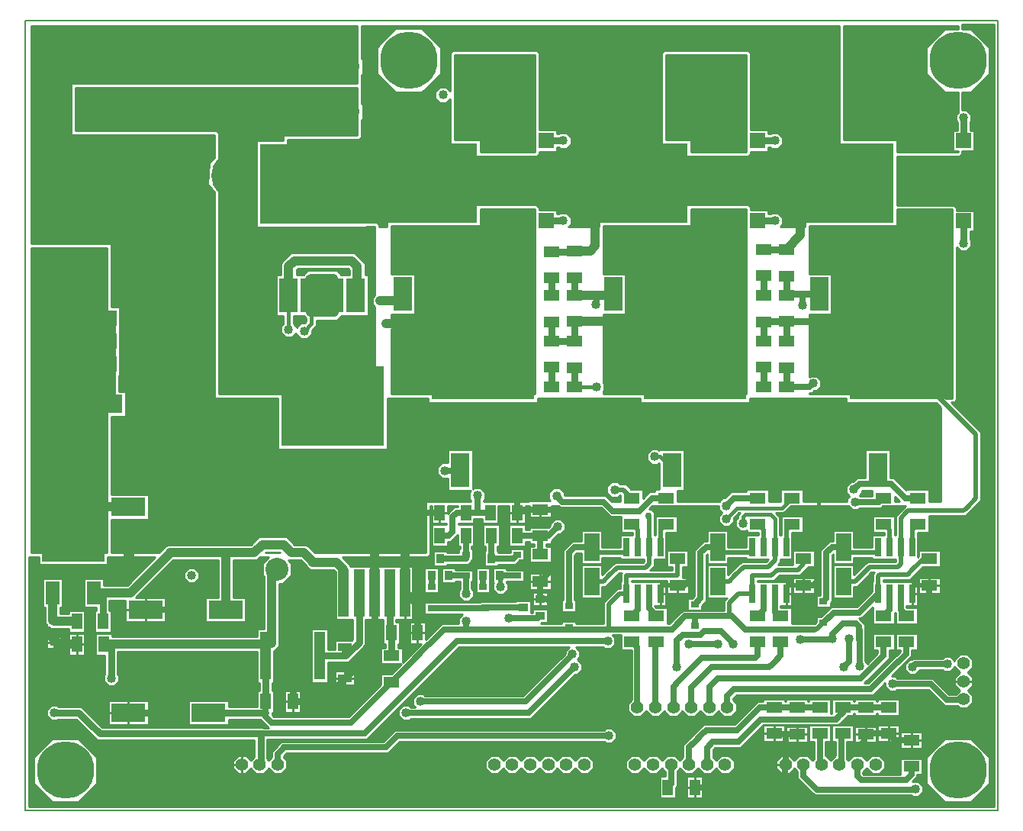
<source format=gbr>
G04 PROTEUS GERBER X2 FILE*
%TF.GenerationSoftware,Labcenter,Proteus,8.7-SP3-Build25561*%
%TF.CreationDate,2021-07-01T20:15:02+00:00*%
%TF.FileFunction,Copper,L1,Top*%
%TF.FilePolarity,Positive*%
%TF.Part,Single*%
%TF.SameCoordinates,{0ff4b75a-929f-468c-805a-ac40d57636d7}*%
%FSLAX45Y45*%
%MOMM*%
G01*
%TA.AperFunction,Conductor*%
%ADD10C,0.762000*%
%ADD11C,0.508000*%
%ADD12C,0.635000*%
%ADD13C,1.016000*%
%ADD14C,0.254000*%
%ADD15C,0.381000*%
%TA.AperFunction,WasherPad*%
%ADD16C,1.016000*%
%TA.AperFunction,ViaPad*%
%ADD17C,1.016000*%
%ADD18C,1.778000*%
%ADD19C,0.762000*%
%TA.AperFunction,SMDPad,CuDef*%
%ADD70R,4.572000X1.651000*%
%ADD71R,1.651000X1.651000*%
%TA.AperFunction,ComponentPad*%
%ADD20C,5.080000*%
%TA.AperFunction,SMDPad,CuDef*%
%ADD21R,3.810000X2.032000*%
%TA.AperFunction,SMDPad,CuDef*%
%ADD22R,6.985000X6.985000*%
%ADD23R,1.524000X2.540000*%
%TA.AperFunction,SMDPad,CuDef*%
%ADD24R,0.889000X0.635000*%
%ADD25R,1.143000X1.803400*%
%TA.AperFunction,SMDPad,CuDef*%
%ADD26R,1.143000X5.207000*%
%ADD27R,10.744200X9.550400*%
%TA.AperFunction,SMDPad,CuDef*%
%ADD28R,1.193800X5.308600*%
%ADD29R,1.524000X0.889000*%
%ADD72R,1.803400X1.143000*%
%TA.AperFunction,SMDPad,CuDef*%
%ADD73R,0.635000X2.032000*%
%TA.AperFunction,SMDPad,CuDef*%
%ADD30R,1.651000X3.048000*%
%TA.AperFunction,SMDPad,CuDef*%
%ADD31R,0.889000X1.016000*%
%ADD32R,1.016000X0.889000*%
%TA.AperFunction,WasherPad*%
%ADD33C,1.397000*%
%TA.AperFunction,ComponentPad*%
%ADD34C,3.048000*%
%TA.AperFunction,OtherPad,Unknown*%
%ADD35C,6.350000*%
%TA.AperFunction,ComponentPad*%
%ADD36C,2.540000*%
%TA.AperFunction,SMDPad,CuDef*%
%ADD37R,11.430000X8.890000*%
%ADD38R,2.032000X3.810000*%
%TA.AperFunction,Profile*%
%ADD39C,0.203200*%
%TD.AperFunction*%
G36*
X+7950200Y+867958D02*
X+7979958Y+838200D01*
X+8001000Y+838200D01*
X+8001000Y+551361D01*
X+7993561Y+558800D01*
X+7983039Y+558800D01*
X+7975600Y+551361D01*
X+7975600Y+540839D01*
X+7983039Y+533400D01*
X+7993561Y+533400D01*
X+8001000Y+540839D01*
X+8001000Y+304800D01*
X+7598958Y+304800D01*
X+7569200Y+275042D01*
X+7569200Y+63500D01*
X+7301222Y+63500D01*
X+7327899Y+90177D01*
X+7327899Y+163823D01*
X+7275823Y+215899D01*
X+7202177Y+215899D01*
X+7189477Y+203199D01*
X+7169149Y+203199D01*
X+7169149Y+247649D01*
X+6972300Y+247649D01*
X+6972300Y+275042D01*
X+6942542Y+304800D01*
X+5312958Y+304800D01*
X+5283200Y+275042D01*
X+5283200Y+63500D01*
X+4951722Y+63500D01*
X+4978399Y+90177D01*
X+4978399Y+163823D01*
X+4926323Y+215899D01*
X+4852677Y+215899D01*
X+4839977Y+203199D01*
X+4819649Y+203199D01*
X+4819649Y+247649D01*
X+4622800Y+247649D01*
X+4622800Y+275042D01*
X+4593042Y+304800D01*
X+2963458Y+304800D01*
X+2933700Y+275042D01*
X+2933700Y+63500D01*
X+2844800Y+63500D01*
X+2844800Y+84542D01*
X+2815042Y+114300D01*
X+1828800Y+114300D01*
X+1828800Y+1028700D01*
X+2624542Y+1028700D01*
X+2654300Y+1058458D01*
X+2654300Y+1245894D01*
X+2666999Y+1258593D01*
X+2666999Y+1416407D01*
X+2654300Y+1429106D01*
X+2654300Y+1745894D01*
X+2666999Y+1758593D01*
X+2666999Y+1916407D01*
X+2654300Y+1929106D01*
X+2654300Y+2286000D01*
X+7950200Y+2286000D01*
X+7950200Y+867958D01*
G37*
%LPC*%
G36*
X+6974861Y+1989639D02*
X+6974812Y+1968560D01*
X+6972876Y+1136649D01*
X+7169149Y+1136649D01*
X+7169149Y+1092199D01*
X+7189477Y+1092199D01*
X+7202177Y+1104899D01*
X+7275823Y+1104899D01*
X+7327899Y+1052823D01*
X+7327899Y+979177D01*
X+7275823Y+927101D01*
X+7202177Y+927101D01*
X+7189477Y+939801D01*
X+7169149Y+939801D01*
X+7169149Y+895351D01*
X+6972314Y+895351D01*
X+6972250Y+867874D01*
X+6942506Y+838200D01*
X+6011458Y+838200D01*
X+5981700Y+867958D01*
X+5981700Y+1989538D01*
X+6011451Y+2019295D01*
X+6945083Y+2019481D01*
X+6974861Y+1989639D01*
G37*
G36*
X+4622800Y+1989542D02*
X+4622800Y+1136649D01*
X+4819649Y+1136649D01*
X+4819649Y+1092199D01*
X+4839977Y+1092199D01*
X+4852677Y+1104899D01*
X+4926323Y+1104899D01*
X+4978399Y+1052823D01*
X+4978399Y+979177D01*
X+4926323Y+927101D01*
X+4852677Y+927101D01*
X+4839977Y+939801D01*
X+4819649Y+939801D01*
X+4819649Y+895351D01*
X+4622800Y+895351D01*
X+4622800Y+867958D01*
X+4593042Y+838200D01*
X+3661958Y+838200D01*
X+3632200Y+867958D01*
X+3632200Y+1474478D01*
X+3592823Y+1435101D01*
X+3519177Y+1435101D01*
X+3467101Y+1487177D01*
X+3467101Y+1560823D01*
X+3519177Y+1612899D01*
X+3592823Y+1612899D01*
X+3632200Y+1573522D01*
X+3632200Y+1989542D01*
X+3661958Y+2019300D01*
X+4593042Y+2019300D01*
X+4622800Y+1989542D01*
G37*
G36*
X+2819401Y+1757706D02*
X+2819401Y+2052294D01*
X+3027706Y+2260599D01*
X+3322294Y+2260599D01*
X+3530599Y+2052294D01*
X+3530599Y+1757706D01*
X+3322294Y+1549401D01*
X+3027706Y+1549401D01*
X+2819401Y+1757706D01*
G37*
G36*
X+2082800Y+528139D02*
X+2082800Y+538661D01*
X+2090239Y+546100D01*
X+2100761Y+546100D01*
X+2108200Y+538661D01*
X+2108200Y+528139D01*
X+2100761Y+520700D01*
X+2090239Y+520700D01*
X+2082800Y+528139D01*
G37*
G36*
X+3194050Y+1161599D02*
X+3194050Y+1187901D01*
X+3212649Y+1206500D01*
X+3238951Y+1206500D01*
X+3257550Y+1187901D01*
X+3257550Y+1161599D01*
X+3238951Y+1143000D01*
X+3212649Y+1143000D01*
X+3194050Y+1161599D01*
G37*
G36*
X+3448050Y+1161599D02*
X+3448050Y+1187901D01*
X+3466649Y+1206500D01*
X+3492951Y+1206500D01*
X+3511550Y+1187901D01*
X+3511550Y+1161599D01*
X+3492951Y+1143000D01*
X+3466649Y+1143000D01*
X+3448050Y+1161599D01*
G37*
G36*
X+5226050Y+1161599D02*
X+5226050Y+1187901D01*
X+5244649Y+1206500D01*
X+5270951Y+1206500D01*
X+5289550Y+1187901D01*
X+5289550Y+1161599D01*
X+5270951Y+1143000D01*
X+5244649Y+1143000D01*
X+5226050Y+1161599D01*
G37*
G36*
X+5480050Y+1161599D02*
X+5480050Y+1187901D01*
X+5498649Y+1206500D01*
X+5524951Y+1206500D01*
X+5543550Y+1187901D01*
X+5543550Y+1161599D01*
X+5524951Y+1143000D01*
X+5498649Y+1143000D01*
X+5480050Y+1161599D01*
G37*
G36*
X+5734050Y+1161599D02*
X+5734050Y+1187901D01*
X+5752649Y+1206500D01*
X+5778951Y+1206500D01*
X+5797550Y+1187901D01*
X+5797550Y+1161599D01*
X+5778951Y+1143000D01*
X+5752649Y+1143000D01*
X+5734050Y+1161599D01*
G37*
G36*
X+7512050Y+1161599D02*
X+7512050Y+1187901D01*
X+7530649Y+1206500D01*
X+7556951Y+1206500D01*
X+7575550Y+1187901D01*
X+7575550Y+1161599D01*
X+7556951Y+1143000D01*
X+7530649Y+1143000D01*
X+7512050Y+1161599D01*
G37*
G36*
X+7766050Y+1161599D02*
X+7766050Y+1187901D01*
X+7784649Y+1206500D01*
X+7810951Y+1206500D01*
X+7829550Y+1187901D01*
X+7829550Y+1161599D01*
X+7810951Y+1143000D01*
X+7784649Y+1143000D01*
X+7766050Y+1161599D01*
G37*
G36*
X+3067050Y+1381569D02*
X+3067050Y+1407871D01*
X+3085649Y+1426470D01*
X+3111951Y+1426470D01*
X+3130550Y+1407871D01*
X+3130550Y+1381569D01*
X+3111951Y+1362970D01*
X+3085649Y+1362970D01*
X+3067050Y+1381569D01*
G37*
G36*
X+3321050Y+1381569D02*
X+3321050Y+1407871D01*
X+3339649Y+1426470D01*
X+3365951Y+1426470D01*
X+3384550Y+1407871D01*
X+3384550Y+1381569D01*
X+3365951Y+1362970D01*
X+3339649Y+1362970D01*
X+3321050Y+1381569D01*
G37*
G36*
X+4845050Y+1381569D02*
X+4845050Y+1407871D01*
X+4863649Y+1426470D01*
X+4889951Y+1426470D01*
X+4908550Y+1407871D01*
X+4908550Y+1381569D01*
X+4889951Y+1362970D01*
X+4863649Y+1362970D01*
X+4845050Y+1381569D01*
G37*
G36*
X+5099050Y+1381569D02*
X+5099050Y+1407871D01*
X+5117649Y+1426470D01*
X+5143951Y+1426470D01*
X+5162550Y+1407871D01*
X+5162550Y+1381569D01*
X+5143951Y+1362970D01*
X+5117649Y+1362970D01*
X+5099050Y+1381569D01*
G37*
G36*
X+5353050Y+1381569D02*
X+5353050Y+1407871D01*
X+5371649Y+1426470D01*
X+5397951Y+1426470D01*
X+5416550Y+1407871D01*
X+5416550Y+1381569D01*
X+5397951Y+1362970D01*
X+5371649Y+1362970D01*
X+5353050Y+1381569D01*
G37*
G36*
X+5607050Y+1381569D02*
X+5607050Y+1407871D01*
X+5625649Y+1426470D01*
X+5651951Y+1426470D01*
X+5670550Y+1407871D01*
X+5670550Y+1381569D01*
X+5651951Y+1362970D01*
X+5625649Y+1362970D01*
X+5607050Y+1381569D01*
G37*
G36*
X+7131050Y+1381569D02*
X+7131050Y+1407871D01*
X+7149649Y+1426470D01*
X+7175951Y+1426470D01*
X+7194550Y+1407871D01*
X+7194550Y+1381569D01*
X+7175951Y+1362970D01*
X+7149649Y+1362970D01*
X+7131050Y+1381569D01*
G37*
G36*
X+7385050Y+1381569D02*
X+7385050Y+1407871D01*
X+7403649Y+1426470D01*
X+7429951Y+1426470D01*
X+7448550Y+1407871D01*
X+7448550Y+1381569D01*
X+7429951Y+1362970D01*
X+7403649Y+1362970D01*
X+7385050Y+1381569D01*
G37*
G36*
X+7639050Y+1381569D02*
X+7639050Y+1407871D01*
X+7657649Y+1426470D01*
X+7683951Y+1426470D01*
X+7702550Y+1407871D01*
X+7702550Y+1381569D01*
X+7683951Y+1362970D01*
X+7657649Y+1362970D01*
X+7639050Y+1381569D01*
G37*
G36*
X+4718050Y+1601539D02*
X+4718050Y+1627841D01*
X+4736649Y+1646440D01*
X+4762951Y+1646440D01*
X+4781550Y+1627841D01*
X+4781550Y+1601539D01*
X+4762951Y+1582940D01*
X+4736649Y+1582940D01*
X+4718050Y+1601539D01*
G37*
G36*
X+4972050Y+1601539D02*
X+4972050Y+1627841D01*
X+4990649Y+1646440D01*
X+5016951Y+1646440D01*
X+5035550Y+1627841D01*
X+5035550Y+1601539D01*
X+5016951Y+1582940D01*
X+4990649Y+1582940D01*
X+4972050Y+1601539D01*
G37*
G36*
X+5226050Y+1601539D02*
X+5226050Y+1627841D01*
X+5244649Y+1646440D01*
X+5270951Y+1646440D01*
X+5289550Y+1627841D01*
X+5289550Y+1601539D01*
X+5270951Y+1582940D01*
X+5244649Y+1582940D01*
X+5226050Y+1601539D01*
G37*
G36*
X+5480050Y+1601539D02*
X+5480050Y+1627841D01*
X+5498649Y+1646440D01*
X+5524951Y+1646440D01*
X+5543550Y+1627841D01*
X+5543550Y+1601539D01*
X+5524951Y+1582940D01*
X+5498649Y+1582940D01*
X+5480050Y+1601539D01*
G37*
G36*
X+5734050Y+1601539D02*
X+5734050Y+1627841D01*
X+5752649Y+1646440D01*
X+5778951Y+1646440D01*
X+5797550Y+1627841D01*
X+5797550Y+1601539D01*
X+5778951Y+1582940D01*
X+5752649Y+1582940D01*
X+5734050Y+1601539D01*
G37*
G36*
X+7258050Y+1601539D02*
X+7258050Y+1627841D01*
X+7276649Y+1646440D01*
X+7302951Y+1646440D01*
X+7321550Y+1627841D01*
X+7321550Y+1601539D01*
X+7302951Y+1582940D01*
X+7276649Y+1582940D01*
X+7258050Y+1601539D01*
G37*
G36*
X+7512050Y+1601539D02*
X+7512050Y+1627841D01*
X+7530649Y+1646440D01*
X+7556951Y+1646440D01*
X+7575550Y+1627841D01*
X+7575550Y+1601539D01*
X+7556951Y+1582940D01*
X+7530649Y+1582940D01*
X+7512050Y+1601539D01*
G37*
G36*
X+7766050Y+1601539D02*
X+7766050Y+1627841D01*
X+7784649Y+1646440D01*
X+7810951Y+1646440D01*
X+7829550Y+1627841D01*
X+7829550Y+1601539D01*
X+7810951Y+1582940D01*
X+7784649Y+1582940D01*
X+7766050Y+1601539D01*
G37*
G36*
X+4845050Y+1821509D02*
X+4845050Y+1847811D01*
X+4863649Y+1866410D01*
X+4889951Y+1866410D01*
X+4908550Y+1847811D01*
X+4908550Y+1821509D01*
X+4889951Y+1802910D01*
X+4863649Y+1802910D01*
X+4845050Y+1821509D01*
G37*
G36*
X+5099050Y+1821509D02*
X+5099050Y+1847811D01*
X+5117649Y+1866410D01*
X+5143951Y+1866410D01*
X+5162550Y+1847811D01*
X+5162550Y+1821509D01*
X+5143951Y+1802910D01*
X+5117649Y+1802910D01*
X+5099050Y+1821509D01*
G37*
G36*
X+5353050Y+1821509D02*
X+5353050Y+1847811D01*
X+5371649Y+1866410D01*
X+5397951Y+1866410D01*
X+5416550Y+1847811D01*
X+5416550Y+1821509D01*
X+5397951Y+1802910D01*
X+5371649Y+1802910D01*
X+5353050Y+1821509D01*
G37*
G36*
X+5607050Y+1821509D02*
X+5607050Y+1847811D01*
X+5625649Y+1866410D01*
X+5651951Y+1866410D01*
X+5670550Y+1847811D01*
X+5670550Y+1821509D01*
X+5651951Y+1802910D01*
X+5625649Y+1802910D01*
X+5607050Y+1821509D01*
G37*
G36*
X+7131050Y+1821509D02*
X+7131050Y+1847811D01*
X+7149649Y+1866410D01*
X+7175951Y+1866410D01*
X+7194550Y+1847811D01*
X+7194550Y+1821509D01*
X+7175951Y+1802910D01*
X+7149649Y+1802910D01*
X+7131050Y+1821509D01*
G37*
G36*
X+7385050Y+1821509D02*
X+7385050Y+1847811D01*
X+7403649Y+1866410D01*
X+7429951Y+1866410D01*
X+7448550Y+1847811D01*
X+7448550Y+1821509D01*
X+7429951Y+1802910D01*
X+7403649Y+1802910D01*
X+7385050Y+1821509D01*
G37*
G36*
X+7639050Y+1821509D02*
X+7639050Y+1847811D01*
X+7657649Y+1866410D01*
X+7683951Y+1866410D01*
X+7702550Y+1847811D01*
X+7702550Y+1821509D01*
X+7683951Y+1802910D01*
X+7657649Y+1802910D01*
X+7639050Y+1821509D01*
G37*
G36*
X+4718050Y+2041479D02*
X+4718050Y+2067781D01*
X+4736649Y+2086380D01*
X+4762951Y+2086380D01*
X+4781550Y+2067781D01*
X+4781550Y+2041479D01*
X+4762951Y+2022880D01*
X+4736649Y+2022880D01*
X+4718050Y+2041479D01*
G37*
G36*
X+4972050Y+2041479D02*
X+4972050Y+2067781D01*
X+4990649Y+2086380D01*
X+5016951Y+2086380D01*
X+5035550Y+2067781D01*
X+5035550Y+2041479D01*
X+5016951Y+2022880D01*
X+4990649Y+2022880D01*
X+4972050Y+2041479D01*
G37*
G36*
X+5226050Y+2041479D02*
X+5226050Y+2067781D01*
X+5244649Y+2086380D01*
X+5270951Y+2086380D01*
X+5289550Y+2067781D01*
X+5289550Y+2041479D01*
X+5270951Y+2022880D01*
X+5244649Y+2022880D01*
X+5226050Y+2041479D01*
G37*
G36*
X+5480050Y+2041479D02*
X+5480050Y+2067781D01*
X+5498649Y+2086380D01*
X+5524951Y+2086380D01*
X+5543550Y+2067781D01*
X+5543550Y+2041479D01*
X+5524951Y+2022880D01*
X+5498649Y+2022880D01*
X+5480050Y+2041479D01*
G37*
G36*
X+5734050Y+2041479D02*
X+5734050Y+2067781D01*
X+5752649Y+2086380D01*
X+5778951Y+2086380D01*
X+5797550Y+2067781D01*
X+5797550Y+2041479D01*
X+5778951Y+2022880D01*
X+5752649Y+2022880D01*
X+5734050Y+2041479D01*
G37*
G36*
X+7258050Y+2041479D02*
X+7258050Y+2067781D01*
X+7276649Y+2086380D01*
X+7302951Y+2086380D01*
X+7321550Y+2067781D01*
X+7321550Y+2041479D01*
X+7302951Y+2022880D01*
X+7276649Y+2022880D01*
X+7258050Y+2041479D01*
G37*
G36*
X+7512050Y+2041479D02*
X+7512050Y+2067781D01*
X+7530649Y+2086380D01*
X+7556951Y+2086380D01*
X+7575550Y+2067781D01*
X+7575550Y+2041479D01*
X+7556951Y+2022880D01*
X+7530649Y+2022880D01*
X+7512050Y+2041479D01*
G37*
G36*
X+7766050Y+2041479D02*
X+7766050Y+2067781D01*
X+7784649Y+2086380D01*
X+7810951Y+2086380D01*
X+7829550Y+2067781D01*
X+7829550Y+2041479D01*
X+7810951Y+2022880D01*
X+7784649Y+2022880D01*
X+7766050Y+2041479D01*
G37*
G36*
X+4972050Y+1161599D02*
X+4972050Y+1187901D01*
X+4990649Y+1206500D01*
X+5016951Y+1206500D01*
X+5035550Y+1187901D01*
X+5035550Y+1161599D01*
X+5016951Y+1143000D01*
X+4990649Y+1143000D01*
X+4972050Y+1161599D01*
G37*
G36*
X+2813050Y+1381569D02*
X+2813050Y+1407871D01*
X+2831649Y+1426470D01*
X+2857951Y+1426470D01*
X+2876550Y+1407871D01*
X+2876550Y+1381569D01*
X+2857951Y+1362970D01*
X+2831649Y+1362970D01*
X+2813050Y+1381569D01*
G37*
G36*
X+2889250Y+1193349D02*
X+2889250Y+1219651D01*
X+2907849Y+1238250D01*
X+2934151Y+1238250D01*
X+2952750Y+1219651D01*
X+2952750Y+1193349D01*
X+2934151Y+1174750D01*
X+2907849Y+1174750D01*
X+2889250Y+1193349D01*
G37*
G36*
X+3352800Y+540839D02*
X+3352800Y+551361D01*
X+3360239Y+558800D01*
X+3370761Y+558800D01*
X+3378200Y+551361D01*
X+3378200Y+540839D01*
X+3370761Y+533400D01*
X+3360239Y+533400D01*
X+3352800Y+540839D01*
G37*
G36*
X+5689600Y+540839D02*
X+5689600Y+551361D01*
X+5697039Y+558800D01*
X+5707561Y+558800D01*
X+5715000Y+551361D01*
X+5715000Y+540839D01*
X+5707561Y+533400D01*
X+5697039Y+533400D01*
X+5689600Y+540839D01*
G37*
%LPD*%
G36*
X+6921500Y+889000D02*
X+6306819Y+889000D01*
X+6306819Y+1023619D01*
X+6032500Y+1023619D01*
X+6032500Y+1968500D01*
X+6924013Y+1968678D01*
X+6921500Y+889000D01*
G37*
%LPC*%
G36*
X+6662239Y+1028700D02*
X+6672761Y+1028700D01*
X+6680200Y+1021261D01*
X+6680200Y+1010739D01*
X+6672761Y+1003300D01*
X+6662239Y+1003300D01*
X+6654800Y+1010739D01*
X+6654800Y+1021261D01*
X+6662239Y+1028700D01*
G37*
G36*
X+6578600Y+1677676D02*
X+6578600Y+1751324D01*
X+6630676Y+1803400D01*
X+6704324Y+1803400D01*
X+6756400Y+1751324D01*
X+6756400Y+1677676D01*
X+6704324Y+1625600D01*
X+6630676Y+1625600D01*
X+6578600Y+1677676D01*
G37*
G36*
X+6332219Y+1039159D02*
X+6332219Y+1065461D01*
X+6350818Y+1084060D01*
X+6377120Y+1084060D01*
X+6395719Y+1065461D01*
X+6395719Y+1039159D01*
X+6377120Y+1020560D01*
X+6350818Y+1020560D01*
X+6332219Y+1039159D01*
G37*
G36*
X+6230619Y+1215135D02*
X+6230619Y+1241437D01*
X+6249218Y+1260036D01*
X+6275520Y+1260036D01*
X+6294119Y+1241437D01*
X+6294119Y+1215135D01*
X+6275520Y+1196536D01*
X+6249218Y+1196536D01*
X+6230619Y+1215135D01*
G37*
G36*
X+6433819Y+1215135D02*
X+6433819Y+1241437D01*
X+6452418Y+1260036D01*
X+6478720Y+1260036D01*
X+6497319Y+1241437D01*
X+6497319Y+1215135D01*
X+6478720Y+1196536D01*
X+6452418Y+1196536D01*
X+6433819Y+1215135D01*
G37*
G36*
X+6129019Y+1391111D02*
X+6129019Y+1417413D01*
X+6147618Y+1436012D01*
X+6173920Y+1436012D01*
X+6192519Y+1417413D01*
X+6192519Y+1391111D01*
X+6173920Y+1372512D01*
X+6147618Y+1372512D01*
X+6129019Y+1391111D01*
G37*
G36*
X+6332219Y+1391111D02*
X+6332219Y+1417413D01*
X+6350818Y+1436012D01*
X+6377120Y+1436012D01*
X+6395719Y+1417413D01*
X+6395719Y+1391111D01*
X+6377120Y+1372512D01*
X+6350818Y+1372512D01*
X+6332219Y+1391111D01*
G37*
G36*
X+6230619Y+1567087D02*
X+6230619Y+1593389D01*
X+6249218Y+1611988D01*
X+6275520Y+1611988D01*
X+6294119Y+1593389D01*
X+6294119Y+1567087D01*
X+6275520Y+1548488D01*
X+6249218Y+1548488D01*
X+6230619Y+1567087D01*
G37*
G36*
X+6129019Y+1743063D02*
X+6129019Y+1769365D01*
X+6147618Y+1787964D01*
X+6173920Y+1787964D01*
X+6192519Y+1769365D01*
X+6192519Y+1743063D01*
X+6173920Y+1724464D01*
X+6147618Y+1724464D01*
X+6129019Y+1743063D01*
G37*
G36*
X+6254750Y+1891849D02*
X+6254750Y+1918151D01*
X+6273349Y+1936750D01*
X+6299651Y+1936750D01*
X+6318250Y+1918151D01*
X+6318250Y+1891849D01*
X+6299651Y+1873250D01*
X+6273349Y+1873250D01*
X+6254750Y+1891849D01*
G37*
%LPD*%
G36*
X+4572000Y+889000D02*
X+3970019Y+889000D01*
X+3970019Y+1023619D01*
X+3683000Y+1023619D01*
X+3683000Y+1968500D01*
X+4572000Y+1968500D01*
X+4572000Y+889000D01*
G37*
%LPC*%
G36*
X+4312739Y+1028700D02*
X+4323261Y+1028700D01*
X+4330700Y+1021261D01*
X+4330700Y+1010739D01*
X+4323261Y+1003300D01*
X+4312739Y+1003300D01*
X+4305300Y+1010739D01*
X+4305300Y+1021261D01*
X+4312739Y+1028700D01*
G37*
G36*
X+4229100Y+1677676D02*
X+4229100Y+1751324D01*
X+4281176Y+1803400D01*
X+4354824Y+1803400D01*
X+4406900Y+1751324D01*
X+4406900Y+1677676D01*
X+4354824Y+1625600D01*
X+4281176Y+1625600D01*
X+4229100Y+1677676D01*
G37*
G36*
X+3981450Y+1039159D02*
X+3981450Y+1065461D01*
X+4000049Y+1084060D01*
X+4026351Y+1084060D01*
X+4044950Y+1065461D01*
X+4044950Y+1039159D01*
X+4026351Y+1020560D01*
X+4000049Y+1020560D01*
X+3981450Y+1039159D01*
G37*
G36*
X+3879850Y+1215135D02*
X+3879850Y+1241437D01*
X+3898449Y+1260036D01*
X+3924751Y+1260036D01*
X+3943350Y+1241437D01*
X+3943350Y+1215135D01*
X+3924751Y+1196536D01*
X+3898449Y+1196536D01*
X+3879850Y+1215135D01*
G37*
G36*
X+4083050Y+1215135D02*
X+4083050Y+1241437D01*
X+4101649Y+1260036D01*
X+4127951Y+1260036D01*
X+4146550Y+1241437D01*
X+4146550Y+1215135D01*
X+4127951Y+1196536D01*
X+4101649Y+1196536D01*
X+4083050Y+1215135D01*
G37*
G36*
X+3778250Y+1391111D02*
X+3778250Y+1417413D01*
X+3796849Y+1436012D01*
X+3823151Y+1436012D01*
X+3841750Y+1417413D01*
X+3841750Y+1391111D01*
X+3823151Y+1372512D01*
X+3796849Y+1372512D01*
X+3778250Y+1391111D01*
G37*
G36*
X+3981450Y+1391111D02*
X+3981450Y+1417413D01*
X+4000049Y+1436012D01*
X+4026351Y+1436012D01*
X+4044950Y+1417413D01*
X+4044950Y+1391111D01*
X+4026351Y+1372512D01*
X+4000049Y+1372512D01*
X+3981450Y+1391111D01*
G37*
G36*
X+3879850Y+1567087D02*
X+3879850Y+1593389D01*
X+3898449Y+1611988D01*
X+3924751Y+1611988D01*
X+3943350Y+1593389D01*
X+3943350Y+1567087D01*
X+3924751Y+1548488D01*
X+3898449Y+1548488D01*
X+3879850Y+1567087D01*
G37*
G36*
X+3778250Y+1743063D02*
X+3778250Y+1769365D01*
X+3796849Y+1787964D01*
X+3823151Y+1787964D01*
X+3841750Y+1769365D01*
X+3841750Y+1743063D01*
X+3823151Y+1724464D01*
X+3796849Y+1724464D01*
X+3778250Y+1743063D01*
G37*
G36*
X+3905250Y+1891849D02*
X+3905250Y+1918151D01*
X+3923849Y+1936750D01*
X+3950151Y+1936750D01*
X+3968750Y+1918151D01*
X+3968750Y+1891849D01*
X+3950151Y+1873250D01*
X+3923849Y+1873250D01*
X+3905250Y+1891849D01*
G37*
%LPD*%
G36*
X-177800Y-1899739D02*
X-185239Y-1892300D01*
X-195761Y-1892300D01*
X-203200Y-1899739D01*
X-203200Y-1910261D01*
X-195761Y-1917700D01*
X-185239Y-1917700D01*
X-177800Y-1910261D01*
X-177800Y-3556000D01*
X-1016000Y-3556000D01*
X-1016000Y-177800D01*
X-177800Y-177800D01*
X-177800Y-1899739D01*
G37*
%LPC*%
G36*
X-558800Y-3314881D02*
X-558800Y-3304359D01*
X-551361Y-3296920D01*
X-540839Y-3296920D01*
X-533400Y-3304359D01*
X-533400Y-3314881D01*
X-540839Y-3322320D01*
X-551361Y-3322320D01*
X-558800Y-3314881D01*
G37*
G36*
X-608324Y-1308100D02*
X-534676Y-1308100D01*
X-482600Y-1360176D01*
X-482600Y-1433824D01*
X-534676Y-1485900D01*
X-608324Y-1485900D01*
X-660400Y-1433824D01*
X-660400Y-1360176D01*
X-608324Y-1308100D01*
G37*
G36*
X-767261Y-223800D02*
X-756739Y-223800D01*
X-749300Y-231239D01*
X-749300Y-241761D01*
X-756739Y-249200D01*
X-767261Y-249200D01*
X-774700Y-241761D01*
X-774700Y-231239D01*
X-767261Y-223800D01*
G37*
G36*
X-555229Y-926462D02*
X-602569Y-870044D01*
X-596151Y-796678D01*
X-539733Y-749338D01*
X-466367Y-755756D01*
X-419027Y-812174D01*
X-425445Y-885540D01*
X-481863Y-932880D01*
X-555229Y-926462D01*
G37*
G36*
X-793750Y-2759931D02*
X-793750Y-2733629D01*
X-775151Y-2715030D01*
X-748849Y-2715030D01*
X-730250Y-2733629D01*
X-730250Y-2759931D01*
X-748849Y-2778530D01*
X-775151Y-2778530D01*
X-793750Y-2759931D01*
G37*
G36*
X-920750Y-2539961D02*
X-920750Y-2513659D01*
X-902151Y-2495060D01*
X-875849Y-2495060D01*
X-857250Y-2513659D01*
X-857250Y-2539961D01*
X-875849Y-2558560D01*
X-902151Y-2558560D01*
X-920750Y-2539961D01*
G37*
G36*
X-793750Y-2319991D02*
X-793750Y-2293689D01*
X-775151Y-2275090D01*
X-748849Y-2275090D01*
X-730250Y-2293689D01*
X-730250Y-2319991D01*
X-748849Y-2338590D01*
X-775151Y-2338590D01*
X-793750Y-2319991D01*
G37*
G36*
X-920750Y-2100021D02*
X-920750Y-2073719D01*
X-902151Y-2055120D01*
X-875849Y-2055120D01*
X-857250Y-2073719D01*
X-857250Y-2100021D01*
X-875849Y-2118620D01*
X-902151Y-2118620D01*
X-920750Y-2100021D01*
G37*
G36*
X-412750Y-2100021D02*
X-412750Y-2073719D01*
X-394151Y-2055120D01*
X-367849Y-2055120D01*
X-349250Y-2073719D01*
X-349250Y-2100021D01*
X-367849Y-2118620D01*
X-394151Y-2118620D01*
X-412750Y-2100021D01*
G37*
G36*
X-793750Y-1880051D02*
X-793750Y-1853749D01*
X-775151Y-1835150D01*
X-748849Y-1835150D01*
X-730250Y-1853749D01*
X-730250Y-1880051D01*
X-748849Y-1898650D01*
X-775151Y-1898650D01*
X-793750Y-1880051D01*
G37*
G36*
X-920750Y-1660081D02*
X-920750Y-1633779D01*
X-902151Y-1615180D01*
X-875849Y-1615180D01*
X-857250Y-1633779D01*
X-857250Y-1660081D01*
X-875849Y-1678680D01*
X-902151Y-1678680D01*
X-920750Y-1660081D01*
G37*
G36*
X-920750Y-1220141D02*
X-920750Y-1193839D01*
X-902151Y-1175240D01*
X-875849Y-1175240D01*
X-857250Y-1193839D01*
X-857250Y-1220141D01*
X-875849Y-1238740D01*
X-902151Y-1238740D01*
X-920750Y-1220141D01*
G37*
G36*
X-920750Y-965651D02*
X-920750Y-939349D01*
X-902151Y-920750D01*
X-875849Y-920750D01*
X-857250Y-939349D01*
X-857250Y-965651D01*
X-875849Y-984250D01*
X-902151Y-984250D01*
X-920750Y-965651D01*
G37*
G36*
X-920750Y-780201D02*
X-920750Y-753899D01*
X-902151Y-735300D01*
X-875849Y-735300D01*
X-857250Y-753899D01*
X-857250Y-780201D01*
X-875849Y-798800D01*
X-902151Y-798800D01*
X-920750Y-780201D01*
G37*
G36*
X-412750Y-340261D02*
X-412750Y-313959D01*
X-394151Y-295360D01*
X-367849Y-295360D01*
X-349250Y-313959D01*
X-349250Y-340261D01*
X-367849Y-358860D01*
X-394151Y-358860D01*
X-412750Y-340261D01*
G37*
G36*
X-412750Y-2539961D02*
X-412750Y-2513659D01*
X-394151Y-2495060D01*
X-367849Y-2495060D01*
X-349250Y-2513659D01*
X-349250Y-2539961D01*
X-367849Y-2558560D01*
X-394151Y-2558560D01*
X-412750Y-2539961D01*
G37*
%LPD*%
G36*
X+9271000Y+2255519D02*
X+9125810Y+2255519D01*
X+8920481Y+2050190D01*
X+8920481Y+1759810D01*
X+9125810Y+1554481D01*
X+9271000Y+1554481D01*
X+9271000Y+1325038D01*
X+9250681Y+1304719D01*
X+9250681Y+1235281D01*
X+9263381Y+1222581D01*
X+9263381Y+1131569D01*
X+9218931Y+1131569D01*
X+9218931Y+900431D01*
X+9271000Y+900431D01*
X+9271000Y+889000D01*
X+8592819Y+889000D01*
X+8592819Y+1023619D01*
X+8001000Y+1023619D01*
X+8001000Y+2286000D01*
X+9271000Y+2286000D01*
X+9271000Y+2255519D01*
G37*
%LPC*%
G36*
X+8948239Y+1028700D02*
X+8958761Y+1028700D01*
X+8966200Y+1021261D01*
X+8966200Y+1010739D01*
X+8958761Y+1003300D01*
X+8948239Y+1003300D01*
X+8940800Y+1010739D01*
X+8940800Y+1021261D01*
X+8948239Y+1028700D01*
G37*
G36*
X+8166100Y+1614176D02*
X+8166100Y+1687824D01*
X+8218176Y+1739900D01*
X+8291824Y+1739900D01*
X+8343900Y+1687824D01*
X+8343900Y+1614176D01*
X+8291824Y+1562100D01*
X+8218176Y+1562100D01*
X+8166100Y+1614176D01*
G37*
G36*
X+8566150Y+1215135D02*
X+8566150Y+1241437D01*
X+8584749Y+1260036D01*
X+8611051Y+1260036D01*
X+8629650Y+1241437D01*
X+8629650Y+1215135D01*
X+8611051Y+1196536D01*
X+8584749Y+1196536D01*
X+8566150Y+1215135D01*
G37*
G36*
X+8769350Y+1215135D02*
X+8769350Y+1241437D01*
X+8787949Y+1260036D01*
X+8814251Y+1260036D01*
X+8832850Y+1241437D01*
X+8832850Y+1215135D01*
X+8814251Y+1196536D01*
X+8787949Y+1196536D01*
X+8769350Y+1215135D01*
G37*
G36*
X+8566150Y+1567087D02*
X+8566150Y+1593389D01*
X+8584749Y+1611988D01*
X+8611051Y+1611988D01*
X+8629650Y+1593389D01*
X+8629650Y+1567087D01*
X+8611051Y+1548488D01*
X+8584749Y+1548488D01*
X+8566150Y+1567087D01*
G37*
G36*
X+8604250Y+1891849D02*
X+8604250Y+1918151D01*
X+8622849Y+1936750D01*
X+8649151Y+1936750D01*
X+8667750Y+1918151D01*
X+8667750Y+1891849D01*
X+8649151Y+1873250D01*
X+8622849Y+1873250D01*
X+8604250Y+1891849D01*
G37*
G36*
X+8274050Y+1244394D02*
X+8274050Y+1270696D01*
X+8292649Y+1289295D01*
X+8318951Y+1289295D01*
X+8337550Y+1270696D01*
X+8337550Y+1244394D01*
X+8318951Y+1225795D01*
X+8292649Y+1225795D01*
X+8274050Y+1244394D01*
G37*
G36*
X+9036050Y+1244394D02*
X+9036050Y+1270696D01*
X+9054649Y+1289295D01*
X+9080951Y+1289295D01*
X+9099550Y+1270696D01*
X+9099550Y+1244394D01*
X+9080951Y+1225795D01*
X+9054649Y+1225795D01*
X+9036050Y+1244394D01*
G37*
G36*
X+8274050Y+2124274D02*
X+8274050Y+2150576D01*
X+8292649Y+2169175D01*
X+8318951Y+2169175D01*
X+8337550Y+2150576D01*
X+8337550Y+2124274D01*
X+8318951Y+2105675D01*
X+8292649Y+2105675D01*
X+8274050Y+2124274D01*
G37*
G36*
X+8528050Y+2124274D02*
X+8528050Y+2150576D01*
X+8546649Y+2169175D01*
X+8572951Y+2169175D01*
X+8591550Y+2150576D01*
X+8591550Y+2124274D01*
X+8572951Y+2105675D01*
X+8546649Y+2105675D01*
X+8528050Y+2124274D01*
G37*
G36*
X+8782050Y+2124274D02*
X+8782050Y+2150576D01*
X+8800649Y+2169175D01*
X+8826951Y+2169175D01*
X+8845550Y+2150576D01*
X+8845550Y+2124274D01*
X+8826951Y+2105675D01*
X+8800649Y+2105675D01*
X+8782050Y+2124274D01*
G37*
%LPD*%
G36*
X+4572000Y-1790700D02*
X+2984500Y-1790700D01*
X+2984500Y-1071038D01*
X+3004819Y-1050719D01*
X+3004819Y-981281D01*
X+2984500Y-960962D01*
X+2984500Y-909319D01*
X+3246119Y-909319D01*
X+3246119Y-462281D01*
X+2984500Y-462281D01*
X+2984500Y+68581D01*
X+3970019Y+68581D01*
X+3970019Y+254000D01*
X+4572000Y+254000D01*
X+4572000Y-1790700D01*
G37*
%LPC*%
G36*
X+4312739Y+139700D02*
X+4323261Y+139700D01*
X+4330700Y+132261D01*
X+4330700Y+121739D01*
X+4323261Y+114300D01*
X+4312739Y+114300D01*
X+4305300Y+121739D01*
X+4305300Y+132261D01*
X+4312739Y+139700D01*
G37*
G36*
X+3181350Y-1510805D02*
X+3181350Y-1484503D01*
X+3199949Y-1465904D01*
X+3226251Y-1465904D01*
X+3244850Y-1484503D01*
X+3244850Y-1510805D01*
X+3226251Y-1529404D01*
X+3199949Y-1529404D01*
X+3181350Y-1510805D01*
G37*
G36*
X+3079750Y-1334829D02*
X+3079750Y-1308527D01*
X+3098349Y-1289928D01*
X+3124651Y-1289928D01*
X+3143250Y-1308527D01*
X+3143250Y-1334829D01*
X+3124651Y-1353428D01*
X+3098349Y-1353428D01*
X+3079750Y-1334829D01*
G37*
G36*
X+3181350Y-1158853D02*
X+3181350Y-1132551D01*
X+3199949Y-1113952D01*
X+3226251Y-1113952D01*
X+3244850Y-1132551D01*
X+3244850Y-1158853D01*
X+3226251Y-1177452D01*
X+3199949Y-1177452D01*
X+3181350Y-1158853D01*
G37*
G36*
X+4095750Y-630925D02*
X+4095750Y-604623D01*
X+4114349Y-586024D01*
X+4140651Y-586024D01*
X+4159250Y-604623D01*
X+4159250Y-630925D01*
X+4140651Y-649524D01*
X+4114349Y-649524D01*
X+4095750Y-630925D01*
G37*
G36*
X+4298950Y-630925D02*
X+4298950Y-604623D01*
X+4317549Y-586024D01*
X+4343851Y-586024D01*
X+4362450Y-604623D01*
X+4362450Y-630925D01*
X+4343851Y-649524D01*
X+4317549Y-649524D01*
X+4298950Y-630925D01*
G37*
G36*
X+3282950Y-278973D02*
X+3282950Y-252671D01*
X+3301549Y-234072D01*
X+3327851Y-234072D01*
X+3346450Y-252671D01*
X+3346450Y-278973D01*
X+3327851Y-297572D01*
X+3301549Y-297572D01*
X+3282950Y-278973D01*
G37*
G36*
X+3486150Y-278973D02*
X+3486150Y-252671D01*
X+3504749Y-234072D01*
X+3531051Y-234072D01*
X+3549650Y-252671D01*
X+3549650Y-278973D01*
X+3531051Y-297572D01*
X+3504749Y-297572D01*
X+3486150Y-278973D01*
G37*
G36*
X+3689350Y-278973D02*
X+3689350Y-252671D01*
X+3707949Y-234072D01*
X+3734251Y-234072D01*
X+3752850Y-252671D01*
X+3752850Y-278973D01*
X+3734251Y-297572D01*
X+3707949Y-297572D01*
X+3689350Y-278973D01*
G37*
G36*
X+3892550Y-278973D02*
X+3892550Y-252671D01*
X+3911149Y-234072D01*
X+3937451Y-234072D01*
X+3956050Y-252671D01*
X+3956050Y-278973D01*
X+3937451Y-297572D01*
X+3911149Y-297572D01*
X+3892550Y-278973D01*
G37*
G36*
X+4095750Y-278973D02*
X+4095750Y-252671D01*
X+4114349Y-234072D01*
X+4140651Y-234072D01*
X+4159250Y-252671D01*
X+4159250Y-278973D01*
X+4140651Y-297572D01*
X+4114349Y-297572D01*
X+4095750Y-278973D01*
G37*
G36*
X+3181350Y-102997D02*
X+3181350Y-76695D01*
X+3199949Y-58096D01*
X+3226251Y-58096D01*
X+3244850Y-76695D01*
X+3244850Y-102997D01*
X+3226251Y-121596D01*
X+3199949Y-121596D01*
X+3181350Y-102997D01*
G37*
G36*
X+3384550Y-102997D02*
X+3384550Y-76695D01*
X+3403149Y-58096D01*
X+3429451Y-58096D01*
X+3448050Y-76695D01*
X+3448050Y-102997D01*
X+3429451Y-121596D01*
X+3403149Y-121596D01*
X+3384550Y-102997D01*
G37*
G36*
X+3587750Y-102997D02*
X+3587750Y-76695D01*
X+3606349Y-58096D01*
X+3632651Y-58096D01*
X+3651250Y-76695D01*
X+3651250Y-102997D01*
X+3632651Y-121596D01*
X+3606349Y-121596D01*
X+3587750Y-102997D01*
G37*
G36*
X+3790950Y-102997D02*
X+3790950Y-76695D01*
X+3809549Y-58096D01*
X+3835851Y-58096D01*
X+3854450Y-76695D01*
X+3854450Y-102997D01*
X+3835851Y-121596D01*
X+3809549Y-121596D01*
X+3790950Y-102997D01*
G37*
G36*
X+3994150Y-102997D02*
X+3994150Y-76695D01*
X+4012749Y-58096D01*
X+4039051Y-58096D01*
X+4057650Y-76695D01*
X+4057650Y-102997D01*
X+4039051Y-121596D01*
X+4012749Y-121596D01*
X+3994150Y-102997D01*
G37*
G36*
X+4400550Y-102997D02*
X+4400550Y-76695D01*
X+4419149Y-58096D01*
X+4445451Y-58096D01*
X+4464050Y-76695D01*
X+4464050Y-102997D01*
X+4445451Y-121596D01*
X+4419149Y-121596D01*
X+4400550Y-102997D01*
G37*
G36*
X+3079750Y-1686781D02*
X+3079750Y-1660479D01*
X+3098349Y-1641880D01*
X+3124651Y-1641880D01*
X+3143250Y-1660479D01*
X+3143250Y-1686781D01*
X+3124651Y-1705380D01*
X+3098349Y-1705380D01*
X+3079750Y-1686781D01*
G37*
G36*
X+4095750Y-806901D02*
X+4095750Y-780599D01*
X+4114349Y-762000D01*
X+4140651Y-762000D01*
X+4159250Y-780599D01*
X+4159250Y-806901D01*
X+4140651Y-825500D01*
X+4114349Y-825500D01*
X+4095750Y-806901D01*
G37*
G36*
X+4349750Y-806901D02*
X+4349750Y-780599D01*
X+4368349Y-762000D01*
X+4394651Y-762000D01*
X+4413250Y-780599D01*
X+4413250Y-806901D01*
X+4394651Y-825500D01*
X+4368349Y-825500D01*
X+4349750Y-806901D01*
G37*
G36*
X+3606800Y-691061D02*
X+3606800Y-680539D01*
X+3614239Y-673100D01*
X+3624761Y-673100D01*
X+3632200Y-680539D01*
X+3632200Y-691061D01*
X+3624761Y-698500D01*
X+3614239Y-698500D01*
X+3606800Y-691061D01*
G37*
G36*
X+3987800Y-1414961D02*
X+3987800Y-1404439D01*
X+3995239Y-1397000D01*
X+4005761Y-1397000D01*
X+4013200Y-1404439D01*
X+4013200Y-1414961D01*
X+4005761Y-1422400D01*
X+3995239Y-1422400D01*
X+3987800Y-1414961D01*
G37*
%LPD*%
G36*
X+6921500Y-1790700D02*
X+5334000Y-1790700D01*
X+5334000Y-1756838D01*
X+5341619Y-1749219D01*
X+5341619Y-1679781D01*
X+5334000Y-1672162D01*
X+5334000Y-909319D01*
X+5582919Y-909319D01*
X+5582919Y-462281D01*
X+5334000Y-462281D01*
X+5334000Y+68581D01*
X+6306819Y+68581D01*
X+6306819Y+254000D01*
X+6921500Y+254000D01*
X+6921500Y-1790700D01*
G37*
%LPC*%
G36*
X+6662239Y+139700D02*
X+6672761Y+139700D01*
X+6680200Y+132261D01*
X+6680200Y+121739D01*
X+6672761Y+114300D01*
X+6662239Y+114300D01*
X+6654800Y+121739D01*
X+6654800Y+132261D01*
X+6662239Y+139700D01*
G37*
G36*
X+5530850Y-1510805D02*
X+5530850Y-1484503D01*
X+5549449Y-1465904D01*
X+5575751Y-1465904D01*
X+5594350Y-1484503D01*
X+5594350Y-1510805D01*
X+5575751Y-1529404D01*
X+5549449Y-1529404D01*
X+5530850Y-1510805D01*
G37*
G36*
X+5429250Y-1334829D02*
X+5429250Y-1308527D01*
X+5447849Y-1289928D01*
X+5474151Y-1289928D01*
X+5492750Y-1308527D01*
X+5492750Y-1334829D01*
X+5474151Y-1353428D01*
X+5447849Y-1353428D01*
X+5429250Y-1334829D01*
G37*
G36*
X+5530850Y-1158853D02*
X+5530850Y-1132551D01*
X+5549449Y-1113952D01*
X+5575751Y-1113952D01*
X+5594350Y-1132551D01*
X+5594350Y-1158853D01*
X+5575751Y-1177452D01*
X+5549449Y-1177452D01*
X+5530850Y-1158853D01*
G37*
G36*
X+5683250Y-457651D02*
X+5683250Y-431349D01*
X+5701849Y-412750D01*
X+5728151Y-412750D01*
X+5746750Y-431349D01*
X+5746750Y-457651D01*
X+5728151Y-476250D01*
X+5701849Y-476250D01*
X+5683250Y-457651D01*
G37*
G36*
X+5657850Y-825951D02*
X+5657850Y-799649D01*
X+5676449Y-781050D01*
X+5702751Y-781050D01*
X+5721350Y-799649D01*
X+5721350Y-825951D01*
X+5702751Y-844550D01*
X+5676449Y-844550D01*
X+5657850Y-825951D01*
G37*
G36*
X+5657850Y-660851D02*
X+5657850Y-634549D01*
X+5676449Y-615950D01*
X+5702751Y-615950D01*
X+5721350Y-634549D01*
X+5721350Y-660851D01*
X+5702751Y-679450D01*
X+5676449Y-679450D01*
X+5657850Y-660851D01*
G37*
G36*
X+6343650Y-806901D02*
X+6343650Y-780599D01*
X+6362249Y-762000D01*
X+6388551Y-762000D01*
X+6407150Y-780599D01*
X+6407150Y-806901D01*
X+6388551Y-825500D01*
X+6362249Y-825500D01*
X+6343650Y-806901D01*
G37*
G36*
X+6546850Y-806901D02*
X+6546850Y-780599D01*
X+6565449Y-762000D01*
X+6591751Y-762000D01*
X+6610350Y-780599D01*
X+6610350Y-806901D01*
X+6591751Y-825500D01*
X+6565449Y-825500D01*
X+6546850Y-806901D01*
G37*
G36*
X+6750050Y-806901D02*
X+6750050Y-780599D01*
X+6768649Y-762000D01*
X+6794951Y-762000D01*
X+6813550Y-780599D01*
X+6813550Y-806901D01*
X+6794951Y-825500D01*
X+6768649Y-825500D01*
X+6750050Y-806901D01*
G37*
G36*
X+6445250Y-630925D02*
X+6445250Y-604623D01*
X+6463849Y-586024D01*
X+6490151Y-586024D01*
X+6508750Y-604623D01*
X+6508750Y-630925D01*
X+6490151Y-649524D01*
X+6463849Y-649524D01*
X+6445250Y-630925D01*
G37*
G36*
X+6648450Y-630925D02*
X+6648450Y-604623D01*
X+6667049Y-586024D01*
X+6693351Y-586024D01*
X+6711950Y-604623D01*
X+6711950Y-630925D01*
X+6693351Y-649524D01*
X+6667049Y-649524D01*
X+6648450Y-630925D01*
G37*
G36*
X+6750050Y-454949D02*
X+6750050Y-428647D01*
X+6768649Y-410048D01*
X+6794951Y-410048D01*
X+6813550Y-428647D01*
X+6813550Y-454949D01*
X+6794951Y-473548D01*
X+6768649Y-473548D01*
X+6750050Y-454949D01*
G37*
G36*
X+5632450Y-278973D02*
X+5632450Y-252671D01*
X+5651049Y-234072D01*
X+5677351Y-234072D01*
X+5695950Y-252671D01*
X+5695950Y-278973D01*
X+5677351Y-297572D01*
X+5651049Y-297572D01*
X+5632450Y-278973D01*
G37*
G36*
X+5835650Y-278973D02*
X+5835650Y-252671D01*
X+5854249Y-234072D01*
X+5880551Y-234072D01*
X+5899150Y-252671D01*
X+5899150Y-278973D01*
X+5880551Y-297572D01*
X+5854249Y-297572D01*
X+5835650Y-278973D01*
G37*
G36*
X+6038850Y-278973D02*
X+6038850Y-252671D01*
X+6057449Y-234072D01*
X+6083751Y-234072D01*
X+6102350Y-252671D01*
X+6102350Y-278973D01*
X+6083751Y-297572D01*
X+6057449Y-297572D01*
X+6038850Y-278973D01*
G37*
G36*
X+6242050Y-278973D02*
X+6242050Y-252671D01*
X+6260649Y-234072D01*
X+6286951Y-234072D01*
X+6305550Y-252671D01*
X+6305550Y-278973D01*
X+6286951Y-297572D01*
X+6260649Y-297572D01*
X+6242050Y-278973D01*
G37*
G36*
X+6445250Y-278973D02*
X+6445250Y-252671D01*
X+6463849Y-234072D01*
X+6490151Y-234072D01*
X+6508750Y-252671D01*
X+6508750Y-278973D01*
X+6490151Y-297572D01*
X+6463849Y-297572D01*
X+6445250Y-278973D01*
G37*
G36*
X+5530850Y-102997D02*
X+5530850Y-76695D01*
X+5549449Y-58096D01*
X+5575751Y-58096D01*
X+5594350Y-76695D01*
X+5594350Y-102997D01*
X+5575751Y-121596D01*
X+5549449Y-121596D01*
X+5530850Y-102997D01*
G37*
G36*
X+5734050Y-102997D02*
X+5734050Y-76695D01*
X+5752649Y-58096D01*
X+5778951Y-58096D01*
X+5797550Y-76695D01*
X+5797550Y-102997D01*
X+5778951Y-121596D01*
X+5752649Y-121596D01*
X+5734050Y-102997D01*
G37*
G36*
X+5937250Y-102997D02*
X+5937250Y-76695D01*
X+5955849Y-58096D01*
X+5982151Y-58096D01*
X+6000750Y-76695D01*
X+6000750Y-102997D01*
X+5982151Y-121596D01*
X+5955849Y-121596D01*
X+5937250Y-102997D01*
G37*
G36*
X+6140450Y-102997D02*
X+6140450Y-76695D01*
X+6159049Y-58096D01*
X+6185351Y-58096D01*
X+6203950Y-76695D01*
X+6203950Y-102997D01*
X+6185351Y-121596D01*
X+6159049Y-121596D01*
X+6140450Y-102997D01*
G37*
G36*
X+6343650Y-102997D02*
X+6343650Y-76695D01*
X+6362249Y-58096D01*
X+6388551Y-58096D01*
X+6407150Y-76695D01*
X+6407150Y-102997D01*
X+6388551Y-121596D01*
X+6362249Y-121596D01*
X+6343650Y-102997D01*
G37*
G36*
X+6750050Y-102997D02*
X+6750050Y-76695D01*
X+6768649Y-58096D01*
X+6794951Y-58096D01*
X+6813550Y-76695D01*
X+6813550Y-102997D01*
X+6794951Y-121596D01*
X+6768649Y-121596D01*
X+6750050Y-102997D01*
G37*
G36*
X+5943600Y-691061D02*
X+5943600Y-680539D01*
X+5951039Y-673100D01*
X+5961561Y-673100D01*
X+5969000Y-680539D01*
X+5969000Y-691061D01*
X+5961561Y-698500D01*
X+5951039Y-698500D01*
X+5943600Y-691061D01*
G37*
G36*
X+6337300Y-1414961D02*
X+6337300Y-1404439D01*
X+6344739Y-1397000D01*
X+6355261Y-1397000D01*
X+6362700Y-1404439D01*
X+6362700Y-1414961D01*
X+6355261Y-1422400D01*
X+6344739Y-1422400D01*
X+6337300Y-1414961D01*
G37*
%LPD*%
G36*
X+9207500Y-1841500D02*
X+9131300Y-1841500D01*
X+9131300Y-1820458D01*
X+9101542Y-1790700D01*
X+7620000Y-1790700D01*
X+7620000Y-1779269D01*
X+7653926Y-1779269D01*
X+7672513Y-1760682D01*
X+7699455Y-1760682D01*
X+7748555Y-1711582D01*
X+7748555Y-1642144D01*
X+7699455Y-1593044D01*
X+7630017Y-1593044D01*
X+7620000Y-1603061D01*
X+7620000Y-909319D01*
X+7868919Y-909319D01*
X+7868919Y-462281D01*
X+7620000Y-462281D01*
X+7620000Y+68581D01*
X+8592819Y+68581D01*
X+8592819Y+254000D01*
X+9207500Y+254000D01*
X+9207500Y-1841500D01*
G37*
%LPC*%
G36*
X+8948239Y+139700D02*
X+8958761Y+139700D01*
X+8966200Y+132261D01*
X+8966200Y+121739D01*
X+8958761Y+114300D01*
X+8948239Y+114300D01*
X+8940800Y+121739D01*
X+8940800Y+132261D01*
X+8948239Y+139700D01*
G37*
G36*
X+7816850Y-1510805D02*
X+7816850Y-1484503D01*
X+7835449Y-1465904D01*
X+7861751Y-1465904D01*
X+7880350Y-1484503D01*
X+7880350Y-1510805D01*
X+7861751Y-1529404D01*
X+7835449Y-1529404D01*
X+7816850Y-1510805D01*
G37*
G36*
X+7715250Y-1334829D02*
X+7715250Y-1308527D01*
X+7733849Y-1289928D01*
X+7760151Y-1289928D01*
X+7778750Y-1308527D01*
X+7778750Y-1334829D01*
X+7760151Y-1353428D01*
X+7733849Y-1353428D01*
X+7715250Y-1334829D01*
G37*
G36*
X+7816850Y-1158853D02*
X+7816850Y-1132551D01*
X+7835449Y-1113952D01*
X+7861751Y-1113952D01*
X+7880350Y-1132551D01*
X+7880350Y-1158853D01*
X+7861751Y-1177452D01*
X+7835449Y-1177452D01*
X+7816850Y-1158853D01*
G37*
G36*
X+7969250Y-813251D02*
X+7969250Y-786949D01*
X+7987849Y-768350D01*
X+8014151Y-768350D01*
X+8032750Y-786949D01*
X+8032750Y-813251D01*
X+8014151Y-831850D01*
X+7987849Y-831850D01*
X+7969250Y-813251D01*
G37*
G36*
X+7994650Y-610051D02*
X+7994650Y-583749D01*
X+8013249Y-565150D01*
X+8039551Y-565150D01*
X+8058150Y-583749D01*
X+8058150Y-610051D01*
X+8039551Y-628650D01*
X+8013249Y-628650D01*
X+7994650Y-610051D01*
G37*
G36*
X+8629650Y-806901D02*
X+8629650Y-780599D01*
X+8648249Y-762000D01*
X+8674551Y-762000D01*
X+8693150Y-780599D01*
X+8693150Y-806901D01*
X+8674551Y-825500D01*
X+8648249Y-825500D01*
X+8629650Y-806901D01*
G37*
G36*
X+8731250Y-630925D02*
X+8731250Y-604623D01*
X+8749849Y-586024D01*
X+8776151Y-586024D01*
X+8794750Y-604623D01*
X+8794750Y-630925D01*
X+8776151Y-649524D01*
X+8749849Y-649524D01*
X+8731250Y-630925D01*
G37*
G36*
X+7918450Y-278973D02*
X+7918450Y-252671D01*
X+7937049Y-234072D01*
X+7963351Y-234072D01*
X+7981950Y-252671D01*
X+7981950Y-278973D01*
X+7963351Y-297572D01*
X+7937049Y-297572D01*
X+7918450Y-278973D01*
G37*
G36*
X+8121650Y-278973D02*
X+8121650Y-252671D01*
X+8140249Y-234072D01*
X+8166551Y-234072D01*
X+8185150Y-252671D01*
X+8185150Y-278973D01*
X+8166551Y-297572D01*
X+8140249Y-297572D01*
X+8121650Y-278973D01*
G37*
G36*
X+8324850Y-278973D02*
X+8324850Y-252671D01*
X+8343449Y-234072D01*
X+8369751Y-234072D01*
X+8388350Y-252671D01*
X+8388350Y-278973D01*
X+8369751Y-297572D01*
X+8343449Y-297572D01*
X+8324850Y-278973D01*
G37*
G36*
X+8528050Y-278973D02*
X+8528050Y-252671D01*
X+8546649Y-234072D01*
X+8572951Y-234072D01*
X+8591550Y-252671D01*
X+8591550Y-278973D01*
X+8572951Y-297572D01*
X+8546649Y-297572D01*
X+8528050Y-278973D01*
G37*
G36*
X+8731250Y-278973D02*
X+8731250Y-252671D01*
X+8749849Y-234072D01*
X+8776151Y-234072D01*
X+8794750Y-252671D01*
X+8794750Y-278973D01*
X+8776151Y-297572D01*
X+8749849Y-297572D01*
X+8731250Y-278973D01*
G37*
G36*
X+7816850Y-102997D02*
X+7816850Y-76695D01*
X+7835449Y-58096D01*
X+7861751Y-58096D01*
X+7880350Y-76695D01*
X+7880350Y-102997D01*
X+7861751Y-121596D01*
X+7835449Y-121596D01*
X+7816850Y-102997D01*
G37*
G36*
X+8020050Y-102997D02*
X+8020050Y-76695D01*
X+8038649Y-58096D01*
X+8064951Y-58096D01*
X+8083550Y-76695D01*
X+8083550Y-102997D01*
X+8064951Y-121596D01*
X+8038649Y-121596D01*
X+8020050Y-102997D01*
G37*
G36*
X+8223250Y-102997D02*
X+8223250Y-76695D01*
X+8241849Y-58096D01*
X+8268151Y-58096D01*
X+8286750Y-76695D01*
X+8286750Y-102997D01*
X+8268151Y-121596D01*
X+8241849Y-121596D01*
X+8223250Y-102997D01*
G37*
G36*
X+8426450Y-102997D02*
X+8426450Y-76695D01*
X+8445049Y-58096D01*
X+8471351Y-58096D01*
X+8489950Y-76695D01*
X+8489950Y-102997D01*
X+8471351Y-121596D01*
X+8445049Y-121596D01*
X+8426450Y-102997D01*
G37*
G36*
X+8629650Y-102997D02*
X+8629650Y-76695D01*
X+8648249Y-58096D01*
X+8674551Y-58096D01*
X+8693150Y-76695D01*
X+8693150Y-102997D01*
X+8674551Y-121596D01*
X+8648249Y-121596D01*
X+8629650Y-102997D01*
G37*
G36*
X+8229600Y-691061D02*
X+8229600Y-680539D01*
X+8237039Y-673100D01*
X+8247561Y-673100D01*
X+8255000Y-680539D01*
X+8255000Y-691061D01*
X+8247561Y-698500D01*
X+8237039Y-698500D01*
X+8229600Y-691061D01*
G37*
G36*
X+8623300Y-1414961D02*
X+8623300Y-1404439D01*
X+8630739Y-1397000D01*
X+8641261Y-1397000D01*
X+8648700Y-1404439D01*
X+8648700Y-1414961D01*
X+8641261Y-1422400D01*
X+8630739Y-1422400D01*
X+8623300Y-1414961D01*
G37*
%LPD*%
G36*
X+2603500Y+1079500D02*
X+1778000Y+1079500D01*
X+1778000Y+1015999D01*
X+1485901Y+1015999D01*
X+1485901Y+50801D01*
X+2705099Y+50801D01*
X+2705099Y+63500D01*
X+2794000Y+63500D01*
X+2794000Y-699778D01*
X+2768601Y-725177D01*
X+2768601Y-798823D01*
X+2794000Y-824222D01*
X+2794000Y-1790700D01*
X+1066800Y-1790700D01*
X+1066800Y+1100542D01*
X+1037042Y+1130300D01*
X-520700Y+1130300D01*
X-520700Y+1600200D01*
X+2603500Y+1600200D01*
X+2603500Y+1079500D01*
G37*
%LPC*%
G36*
X+375739Y+1490700D02*
X+386261Y+1490700D01*
X+393700Y+1483261D01*
X+393700Y+1472739D01*
X+386261Y+1465300D01*
X+375739Y+1465300D01*
X+368300Y+1472739D01*
X+368300Y+1483261D01*
X+375739Y+1490700D01*
G37*
G36*
X+1709239Y+1473200D02*
X+1719761Y+1473200D01*
X+1727200Y+1465761D01*
X+1727200Y+1455239D01*
X+1719761Y+1447800D01*
X+1709239Y+1447800D01*
X+1701800Y+1455239D01*
X+1701800Y+1465761D01*
X+1709239Y+1473200D01*
G37*
G36*
X+1176300Y-1148261D02*
X+1176300Y-1137739D01*
X+1183739Y-1130300D01*
X+1194261Y-1130300D01*
X+1201700Y-1137739D01*
X+1201700Y-1148261D01*
X+1194261Y-1155700D01*
X+1183739Y-1155700D01*
X+1176300Y-1148261D01*
G37*
G36*
X+1195949Y+542950D02*
X+1148609Y+599368D01*
X+1155027Y+672734D01*
X+1211445Y+720074D01*
X+1284811Y+713656D01*
X+1332151Y+657238D01*
X+1325733Y+583872D01*
X+1269315Y+536532D01*
X+1195949Y+542950D01*
G37*
G36*
X+1009650Y+1304567D02*
X+1009650Y+1362433D01*
X+1050567Y+1403350D01*
X+1108433Y+1403350D01*
X+1149350Y+1362433D01*
X+1149350Y+1304567D01*
X+1108433Y+1263650D01*
X+1050567Y+1263650D01*
X+1009650Y+1304567D01*
G37*
G36*
X-387350Y+1304567D02*
X-387350Y+1362433D01*
X-346433Y+1403350D01*
X-288567Y+1403350D01*
X-247650Y+1362433D01*
X-247650Y+1304567D01*
X-288567Y+1263650D01*
X-346433Y+1263650D01*
X-387350Y+1304567D01*
G37*
G36*
X+2406650Y+1308567D02*
X+2406650Y+1366433D01*
X+2447567Y+1407350D01*
X+2505433Y+1407350D01*
X+2546350Y+1366433D01*
X+2546350Y+1308567D01*
X+2505433Y+1267650D01*
X+2447567Y+1267650D01*
X+2406650Y+1308567D01*
G37*
G36*
X+2602861Y-254639D02*
X+2692399Y-344177D01*
X+2692399Y-469901D01*
X+2726164Y-469901D01*
X+2726164Y-927099D01*
X+2432784Y-927099D01*
X+2381405Y-978478D01*
X+2307759Y-978478D01*
X+2307180Y-977899D01*
X+2152648Y-977899D01*
X+2152648Y-1037217D01*
X+2103104Y-1086761D01*
X+2103104Y-1131663D01*
X+2051028Y-1183739D01*
X+1977382Y-1183739D01*
X+1925306Y-1131663D01*
X+1925306Y-1121416D01*
X+1878323Y-1168399D01*
X+1804677Y-1168399D01*
X+1752601Y-1116323D01*
X+1752601Y-1042677D01*
X+1784351Y-1010927D01*
X+1784351Y-927099D01*
X+1701801Y-927099D01*
X+1701801Y-469901D01*
X+1752601Y-469901D01*
X+1752601Y-344177D01*
X+1868177Y-228601D01*
X+2576823Y-228601D01*
X+2602861Y-254639D01*
G37*
G36*
X+1567436Y-1208251D02*
X+1567436Y-1181949D01*
X+1586035Y-1163350D01*
X+1612337Y-1163350D01*
X+1630936Y-1181949D01*
X+1630936Y-1208251D01*
X+1612337Y-1226850D01*
X+1586035Y-1226850D01*
X+1567436Y-1208251D01*
G37*
G36*
X+1440436Y-988281D02*
X+1440436Y-961979D01*
X+1459035Y-943380D01*
X+1485337Y-943380D01*
X+1503936Y-961979D01*
X+1503936Y-988281D01*
X+1485337Y-1006880D01*
X+1459035Y-1006880D01*
X+1440436Y-988281D01*
G37*
G36*
X+1313436Y-768311D02*
X+1313436Y-742009D01*
X+1332035Y-723410D01*
X+1358337Y-723410D01*
X+1376936Y-742009D01*
X+1376936Y-768311D01*
X+1358337Y-786910D01*
X+1332035Y-786910D01*
X+1313436Y-768311D01*
G37*
G36*
X+1440436Y-548341D02*
X+1440436Y-522039D01*
X+1459035Y-503440D01*
X+1485337Y-503440D01*
X+1503936Y-522039D01*
X+1503936Y-548341D01*
X+1485337Y-566940D01*
X+1459035Y-566940D01*
X+1440436Y-548341D01*
G37*
G36*
X+1313436Y-328371D02*
X+1313436Y-302069D01*
X+1332035Y-283470D01*
X+1358337Y-283470D01*
X+1376936Y-302069D01*
X+1376936Y-328371D01*
X+1358337Y-346970D01*
X+1332035Y-346970D01*
X+1313436Y-328371D01*
G37*
G36*
X+1567436Y-328371D02*
X+1567436Y-302069D01*
X+1586035Y-283470D01*
X+1612337Y-283470D01*
X+1630936Y-302069D01*
X+1630936Y-328371D01*
X+1612337Y-346970D01*
X+1586035Y-346970D01*
X+1567436Y-328371D01*
G37*
G36*
X+1440436Y-108401D02*
X+1440436Y-82099D01*
X+1459035Y-63500D01*
X+1485337Y-63500D01*
X+1503936Y-82099D01*
X+1503936Y-108401D01*
X+1485337Y-127000D01*
X+1459035Y-127000D01*
X+1440436Y-108401D01*
G37*
G36*
X+1313436Y+111569D02*
X+1313436Y+137871D01*
X+1332035Y+156470D01*
X+1358337Y+156470D01*
X+1376936Y+137871D01*
X+1376936Y+111569D01*
X+1358337Y+92970D01*
X+1332035Y+92970D01*
X+1313436Y+111569D01*
G37*
G36*
X+1682750Y-76651D02*
X+1682750Y-50349D01*
X+1701349Y-31750D01*
X+1727651Y-31750D01*
X+1746250Y-50349D01*
X+1746250Y-76651D01*
X+1727651Y-95250D01*
X+1701349Y-95250D01*
X+1682750Y-76651D01*
G37*
G36*
X+1174750Y+939349D02*
X+1174750Y+965651D01*
X+1193349Y+984250D01*
X+1219651Y+984250D01*
X+1238250Y+965651D01*
X+1238250Y+939349D01*
X+1219651Y+920750D01*
X+1193349Y+920750D01*
X+1174750Y+939349D01*
G37*
G36*
X+1555750Y+1129849D02*
X+1555750Y+1156151D01*
X+1574349Y+1174750D01*
X+1600651Y+1174750D01*
X+1619250Y+1156151D01*
X+1619250Y+1129849D01*
X+1600651Y+1111250D01*
X+1574349Y+1111250D01*
X+1555750Y+1129849D01*
G37*
G36*
X+1313436Y-1648191D02*
X+1313436Y-1621889D01*
X+1332035Y-1603290D01*
X+1358337Y-1603290D01*
X+1376936Y-1621889D01*
X+1376936Y-1648191D01*
X+1358337Y-1666790D01*
X+1332035Y-1666790D01*
X+1313436Y-1648191D01*
G37*
G36*
X+1186436Y-1428221D02*
X+1186436Y-1401919D01*
X+1205035Y-1383320D01*
X+1231337Y-1383320D01*
X+1249936Y-1401919D01*
X+1249936Y-1428221D01*
X+1231337Y-1446820D01*
X+1205035Y-1446820D01*
X+1186436Y-1428221D01*
G37*
G36*
X+1948436Y-108401D02*
X+1948436Y-82099D01*
X+1967035Y-63500D01*
X+1993337Y-63500D01*
X+2011936Y-82099D01*
X+2011936Y-108401D01*
X+1993337Y-127000D01*
X+1967035Y-127000D01*
X+1948436Y-108401D01*
G37*
%LPD*%
G36*
X+2514601Y-417823D02*
X+2514601Y-469901D01*
X+2426747Y-469901D01*
X+2380166Y-423320D01*
X+2054003Y-423320D01*
X+2007422Y-469901D01*
X+1930399Y-469901D01*
X+1930399Y-417823D01*
X+1941823Y-406399D01*
X+2503177Y-406399D01*
X+2514601Y-417823D01*
G37*
G36*
X+2038352Y-957574D02*
X+2038352Y-989873D01*
X+2022284Y-1005941D01*
X+1977382Y-1005941D01*
X+1930399Y-1052924D01*
X+1930399Y-1042677D01*
X+1898649Y-1010927D01*
X+1898649Y-927099D01*
X+2007877Y-927099D01*
X+2038352Y-957574D01*
G37*
G36*
X+2603500Y+1651000D02*
X-571500Y+1651000D01*
X-571500Y+1079500D01*
X+1016000Y+1079500D01*
X+1016000Y+821334D01*
X+959938Y+774292D01*
X+938848Y+533230D01*
X+1016000Y+441284D01*
X+1016000Y-1841500D01*
X+1722866Y-1841500D01*
X+1722866Y-2412999D01*
X+2942064Y-2412999D01*
X+2942064Y-1841500D01*
X+3390901Y-1841500D01*
X+3390901Y-1892299D01*
X+4610099Y-1892299D01*
X+4610099Y-1841500D01*
X+5740401Y-1841500D01*
X+5740401Y-1892299D01*
X+6959599Y-1892299D01*
X+6959599Y-1841500D01*
X+8026401Y-1841500D01*
X+8026401Y-1892299D01*
X+9030755Y-1892299D01*
X+9080500Y-1942044D01*
X+9080500Y-2984500D01*
X+8954769Y-2984500D01*
X+8954769Y-2853251D01*
X+8698231Y-2853251D01*
X+8698231Y-2862187D01*
X+8559762Y-2723717D01*
X+8521699Y-2723717D01*
X+8521699Y-2413001D01*
X+8242301Y-2413001D01*
X+8242301Y-2723717D01*
X+8149435Y-2723717D01*
X+8108338Y-2764815D01*
X+8081396Y-2764815D01*
X+8029320Y-2816891D01*
X+8029320Y-2890537D01*
X+8067388Y-2928606D01*
X+8038951Y-2957043D01*
X+8038951Y-2984500D01*
X+7557769Y-2984500D01*
X+7557769Y-2853251D01*
X+7301231Y-2853251D01*
X+7301231Y-2984500D01*
X+7176769Y-2984500D01*
X+7176769Y-2853251D01*
X+6920231Y-2853251D01*
X+6920231Y-2878651D01*
X+6754583Y-2878651D01*
X+6686363Y-2946871D01*
X+6659421Y-2946871D01*
X+6621792Y-2984500D01*
X+6160769Y-2984500D01*
X+6160769Y-2870199D01*
X+6235699Y-2870199D01*
X+6235699Y-2413001D01*
X+5956301Y-2413001D01*
X+5956301Y-2414279D01*
X+5942323Y-2400301D01*
X+5868677Y-2400301D01*
X+5816601Y-2452377D01*
X+5816601Y-2526023D01*
X+5868677Y-2578099D01*
X+5942323Y-2578099D01*
X+5954725Y-2565697D01*
X+5956301Y-2567563D01*
X+5956301Y-2853251D01*
X+5904231Y-2853251D01*
X+5904231Y-2878651D01*
X+5849249Y-2878651D01*
X+5779769Y-2948131D01*
X+5779769Y-2853251D01*
X+5646051Y-2853251D01*
X+5586801Y-2794001D01*
X+5523223Y-2794001D01*
X+5497823Y-2768601D01*
X+5424177Y-2768601D01*
X+5372101Y-2820677D01*
X+5372101Y-2894323D01*
X+5424177Y-2946399D01*
X+5497823Y-2946399D01*
X+5523223Y-2920999D01*
X+5523231Y-2920999D01*
X+5523231Y-2984500D01*
X+5428303Y-2984500D01*
X+5364246Y-2920443D01*
X+4912823Y-2920443D01*
X+4907787Y-2915407D01*
X+4907787Y-2888465D01*
X+4855711Y-2836389D01*
X+4782065Y-2836389D01*
X+4729989Y-2888465D01*
X+4729989Y-2962111D01*
X+4748129Y-2980251D01*
X+4507231Y-2980251D01*
X+4507231Y-2984500D01*
X+4476749Y-2984500D01*
X+4476749Y-2983231D01*
X+4286251Y-2983231D01*
X+4286251Y-2984500D01*
X+4176749Y-2984500D01*
X+4176749Y-2983231D01*
X+4006849Y-2983231D01*
X+4006849Y-2976873D01*
X+4025899Y-2957823D01*
X+4025899Y-2884177D01*
X+3973823Y-2832101D01*
X+3900177Y-2832101D01*
X+3886199Y-2846079D01*
X+3886199Y-2413001D01*
X+3606801Y-2413001D01*
X+3606801Y-2554223D01*
X+3539522Y-2554223D01*
X+3487446Y-2606299D01*
X+3487446Y-2679945D01*
X+3539522Y-2732021D01*
X+3606801Y-2732021D01*
X+3606801Y-2870199D01*
X+3862079Y-2870199D01*
X+3848101Y-2884177D01*
X+3848101Y-2957823D01*
X+3867151Y-2976873D01*
X+3867151Y-2983231D01*
X+3714751Y-2983231D01*
X+3714751Y-2984500D01*
X+3615249Y-2984500D01*
X+3615249Y-2983231D01*
X+3424751Y-2983231D01*
X+3424751Y-2984500D01*
X+3365500Y-2984500D01*
X+3365500Y-3556000D01*
X+2134862Y-3556000D01*
X+2044918Y-3466056D01*
X+1911294Y-3466056D01*
X+1822150Y-3376912D01*
X+1512821Y-3376912D01*
X+1423677Y-3466056D01*
X+494248Y-3466056D01*
X+404304Y-3556000D01*
X-127000Y-3556000D01*
X-127000Y-3187699D01*
X+292099Y-3187699D01*
X+292099Y-2908301D01*
X-127000Y-2908301D01*
X-127000Y-2044699D01*
X+38099Y-2044699D01*
X+38099Y-1765301D01*
X-38101Y-1765301D01*
X-38101Y-1588769D01*
X-31751Y-1588769D01*
X-31751Y-824231D01*
X-127000Y-824231D01*
X-127000Y-127000D01*
X-1016000Y-127000D01*
X-1016000Y+2286000D01*
X+2603500Y+2286000D01*
X+2603500Y+1651000D01*
G37*
%LPC*%
G36*
X+957761Y-3060700D02*
X+947239Y-3060700D01*
X+939800Y-3053261D01*
X+939800Y-3042739D01*
X+947239Y-3035300D01*
X+957761Y-3035300D01*
X+965200Y-3042739D01*
X+965200Y-3053261D01*
X+957761Y-3060700D01*
G37*
G36*
X+703761Y-1917700D02*
X+693239Y-1917700D01*
X+685800Y-1910261D01*
X+685800Y-1899739D01*
X+693239Y-1892300D01*
X+703761Y-1892300D01*
X+711200Y-1899739D01*
X+711200Y-1910261D01*
X+703761Y-1917700D01*
G37*
G36*
X+2799261Y-3060700D02*
X+2788739Y-3060700D01*
X+2781300Y-3053261D01*
X+2781300Y-3042739D01*
X+2788739Y-3035300D01*
X+2799261Y-3035300D01*
X+2806700Y-3042739D01*
X+2806700Y-3053261D01*
X+2799261Y-3060700D01*
G37*
G36*
X+185700Y-1455239D02*
X+185700Y-1465761D01*
X+178261Y-1473200D01*
X+167739Y-1473200D01*
X+160300Y-1465761D01*
X+160300Y-1455239D01*
X+167739Y-1447800D01*
X+178261Y-1447800D01*
X+185700Y-1455239D01*
G37*
G36*
X+185700Y-947239D02*
X+185700Y-957761D01*
X+178261Y-965200D01*
X+167739Y-965200D01*
X+160300Y-957761D01*
X+160300Y-947239D01*
X+167739Y-939800D01*
X+178261Y-939800D01*
X+185700Y-947239D01*
G37*
G36*
X+185700Y-1201239D02*
X+185700Y-1211761D01*
X+178261Y-1219200D01*
X+167739Y-1219200D01*
X+160300Y-1211761D01*
X+160300Y-1201239D01*
X+167739Y-1193800D01*
X+178261Y-1193800D01*
X+185700Y-1201239D01*
G37*
G36*
X+375739Y+1790700D02*
X+386261Y+1790700D01*
X+393700Y+1783261D01*
X+393700Y+1772739D01*
X+386261Y+1765300D01*
X+375739Y+1765300D01*
X+368300Y+1772739D01*
X+368300Y+1783261D01*
X+375739Y+1790700D01*
G37*
G36*
X+1709239Y+1773200D02*
X+1719761Y+1773200D01*
X+1727200Y+1765761D01*
X+1727200Y+1755239D01*
X+1719761Y+1747800D01*
X+1709239Y+1747800D01*
X+1701800Y+1755239D01*
X+1701800Y+1765761D01*
X+1709239Y+1773200D01*
G37*
G36*
X+876300Y-1148261D02*
X+876300Y-1137739D01*
X+883739Y-1130300D01*
X+894261Y-1130300D01*
X+901700Y-1137739D01*
X+901700Y-1148261D01*
X+894261Y-1155700D01*
X+883739Y-1155700D01*
X+876300Y-1148261D01*
G37*
G36*
X-608324Y+787400D02*
X-534676Y+787400D01*
X-482600Y+735324D01*
X-482600Y+661676D01*
X-534676Y+609600D01*
X-608324Y+609600D01*
X-660400Y+661676D01*
X-660400Y+735324D01*
X-608324Y+787400D01*
G37*
G36*
X+5011239Y-1991800D02*
X+5021761Y-1991800D01*
X+5029200Y-1999239D01*
X+5029200Y-2009761D01*
X+5021761Y-2017200D01*
X+5011239Y-2017200D01*
X+5003800Y-2009761D01*
X+5003800Y-1999239D01*
X+5011239Y-1991800D01*
G37*
G36*
X+4757239Y-2001800D02*
X+4767761Y-2001800D01*
X+4775200Y-2009239D01*
X+4775200Y-2019761D01*
X+4767761Y-2027200D01*
X+4757239Y-2027200D01*
X+4749800Y-2019761D01*
X+4749800Y-2009239D01*
X+4757239Y-2001800D01*
G37*
G36*
X+7117261Y-2027200D02*
X+7106739Y-2027200D01*
X+7099300Y-2019761D01*
X+7099300Y-2009239D01*
X+7106739Y-2001800D01*
X+7117261Y-2001800D01*
X+7124700Y-2009239D01*
X+7124700Y-2019761D01*
X+7117261Y-2027200D01*
G37*
G36*
X+7371261Y-2017200D02*
X+7360739Y-2017200D01*
X+7353300Y-2009761D01*
X+7353300Y-1999239D01*
X+7360739Y-1991800D01*
X+7371261Y-1991800D01*
X+7378700Y-1999239D01*
X+7378700Y-2009761D01*
X+7371261Y-2017200D01*
G37*
G36*
X-767261Y+76200D02*
X-756739Y+76200D01*
X-749300Y+68761D01*
X-749300Y+58239D01*
X-756739Y+50800D01*
X-767261Y+50800D01*
X-774700Y+58239D01*
X-774700Y+68761D01*
X-767261Y+76200D01*
G37*
G36*
X+1009650Y+1804567D02*
X+1009650Y+1862433D01*
X+1050567Y+1903350D01*
X+1108433Y+1903350D01*
X+1149350Y+1862433D01*
X+1149350Y+1804567D01*
X+1108433Y+1763650D01*
X+1050567Y+1763650D01*
X+1009650Y+1804567D01*
G37*
G36*
X-387350Y+1804567D02*
X-387350Y+1862433D01*
X-346433Y+1903350D01*
X-288567Y+1903350D01*
X-247650Y+1862433D01*
X-247650Y+1804567D01*
X-288567Y+1763650D01*
X-346433Y+1763650D01*
X-387350Y+1804567D01*
G37*
G36*
X+2406650Y+1808567D02*
X+2406650Y+1866433D01*
X+2447567Y+1907350D01*
X+2505433Y+1907350D01*
X+2546350Y+1866433D01*
X+2546350Y+1808567D01*
X+2505433Y+1767650D01*
X+2447567Y+1767650D01*
X+2406650Y+1808567D01*
G37*
G36*
X+1644650Y-3267433D02*
X+1644650Y-3209567D01*
X+1685567Y-3168650D01*
X+1743433Y-3168650D01*
X+1784350Y-3209567D01*
X+1784350Y-3267433D01*
X+1743433Y-3308350D01*
X+1685567Y-3308350D01*
X+1644650Y-3267433D01*
G37*
G36*
X+25400Y-3508282D02*
X+25400Y-3476718D01*
X+47718Y-3454400D01*
X+79282Y-3454400D01*
X+101600Y-3476718D01*
X+101600Y-3508282D01*
X+79282Y-3530600D01*
X+47718Y-3530600D01*
X+25400Y-3508282D01*
G37*
G36*
X+603250Y-3391426D02*
X+603250Y-3365124D01*
X+621849Y-3346525D01*
X+648151Y-3346525D01*
X+666750Y-3365124D01*
X+666750Y-3391426D01*
X+648151Y-3410025D01*
X+621849Y-3410025D01*
X+603250Y-3391426D01*
G37*
G36*
X+857250Y-3391426D02*
X+857250Y-3365124D01*
X+875849Y-3346525D01*
X+902151Y-3346525D01*
X+920750Y-3365124D01*
X+920750Y-3391426D01*
X+902151Y-3410025D01*
X+875849Y-3410025D01*
X+857250Y-3391426D01*
G37*
G36*
X+1111250Y-3391426D02*
X+1111250Y-3365124D01*
X+1129849Y-3346525D01*
X+1156151Y-3346525D01*
X+1174750Y-3365124D01*
X+1174750Y-3391426D01*
X+1156151Y-3410025D01*
X+1129849Y-3410025D01*
X+1111250Y-3391426D01*
G37*
G36*
X+1365250Y-3391426D02*
X+1365250Y-3365124D01*
X+1383849Y-3346525D01*
X+1410151Y-3346525D01*
X+1428750Y-3365124D01*
X+1428750Y-3391426D01*
X+1410151Y-3410025D01*
X+1383849Y-3410025D01*
X+1365250Y-3391426D01*
G37*
G36*
X+1873250Y-3391426D02*
X+1873250Y-3365124D01*
X+1891849Y-3346525D01*
X+1918151Y-3346525D01*
X+1936750Y-3365124D01*
X+1936750Y-3391426D01*
X+1918151Y-3410025D01*
X+1891849Y-3410025D01*
X+1873250Y-3391426D01*
G37*
G36*
X+2127250Y-3391426D02*
X+2127250Y-3365124D01*
X+2145849Y-3346525D01*
X+2172151Y-3346525D01*
X+2190750Y-3365124D01*
X+2190750Y-3391426D01*
X+2172151Y-3410025D01*
X+2145849Y-3410025D01*
X+2127250Y-3391426D01*
G37*
G36*
X+95250Y-3251651D02*
X+95250Y-3225349D01*
X+113849Y-3206750D01*
X+140151Y-3206750D01*
X+158750Y-3225349D01*
X+158750Y-3251651D01*
X+140151Y-3270250D01*
X+113849Y-3270250D01*
X+95250Y-3251651D01*
G37*
G36*
X+349250Y-3251651D02*
X+349250Y-3225349D01*
X+367849Y-3206750D01*
X+394151Y-3206750D01*
X+412750Y-3225349D01*
X+412750Y-3251651D01*
X+394151Y-3270250D01*
X+367849Y-3270250D01*
X+349250Y-3251651D01*
G37*
G36*
X+1619250Y-2680151D02*
X+1619250Y-2653849D01*
X+1637849Y-2635250D01*
X+1664151Y-2635250D01*
X+1682750Y-2653849D01*
X+1682750Y-2680151D01*
X+1664151Y-2698750D01*
X+1637849Y-2698750D01*
X+1619250Y-2680151D01*
G37*
G36*
X+1619250Y-2299151D02*
X+1619250Y-2272849D01*
X+1637849Y-2254250D01*
X+1664151Y-2254250D01*
X+1682750Y-2272849D01*
X+1682750Y-2299151D01*
X+1664151Y-2317750D01*
X+1637849Y-2317750D01*
X+1619250Y-2299151D01*
G37*
G36*
X+1428750Y-2489651D02*
X+1428750Y-2463349D01*
X+1447349Y-2444750D01*
X+1473651Y-2444750D01*
X+1492250Y-2463349D01*
X+1492250Y-2489651D01*
X+1473651Y-2508250D01*
X+1447349Y-2508250D01*
X+1428750Y-2489651D01*
G37*
G36*
X-31750Y-2731516D02*
X-31750Y-2705214D01*
X-13151Y-2686615D01*
X+13151Y-2686615D01*
X+31750Y-2705214D01*
X+31750Y-2731516D01*
X+13151Y-2750115D01*
X-13151Y-2750115D01*
X-31750Y-2731516D01*
G37*
G36*
X+476250Y-2731516D02*
X+476250Y-2705214D01*
X+494849Y-2686615D01*
X+521151Y-2686615D01*
X+539750Y-2705214D01*
X+539750Y-2731516D01*
X+521151Y-2750115D01*
X+494849Y-2750115D01*
X+476250Y-2731516D01*
G37*
G36*
X+1428750Y-2870651D02*
X+1428750Y-2844349D01*
X+1447349Y-2825750D01*
X+1473651Y-2825750D01*
X+1492250Y-2844349D01*
X+1492250Y-2870651D01*
X+1473651Y-2889250D01*
X+1447349Y-2889250D01*
X+1428750Y-2870651D01*
G37*
G36*
X+1428750Y-2680151D02*
X+1428750Y-2653849D01*
X+1447349Y-2635250D01*
X+1473651Y-2635250D01*
X+1492250Y-2653849D01*
X+1492250Y-2680151D01*
X+1473651Y-2698750D01*
X+1447349Y-2698750D01*
X+1428750Y-2680151D01*
G37*
G36*
X+1619250Y-2489651D02*
X+1619250Y-2463349D01*
X+1637849Y-2444750D01*
X+1664151Y-2444750D01*
X+1682750Y-2463349D01*
X+1682750Y-2489651D01*
X+1664151Y-2508250D01*
X+1637849Y-2508250D01*
X+1619250Y-2489651D01*
G37*
G36*
X+349250Y-2511546D02*
X+349250Y-2485244D01*
X+367849Y-2466645D01*
X+394151Y-2466645D01*
X+412750Y-2485244D01*
X+412750Y-2511546D01*
X+394151Y-2530145D01*
X+367849Y-2530145D01*
X+349250Y-2511546D01*
G37*
G36*
X+349250Y-1664151D02*
X+349250Y-1637849D01*
X+367849Y-1619250D01*
X+394151Y-1619250D01*
X+412750Y-1637849D01*
X+412750Y-1664151D01*
X+394151Y-1682750D01*
X+367849Y-1682750D01*
X+349250Y-1664151D01*
G37*
G36*
X+1238250Y-2489651D02*
X+1238250Y-2463349D01*
X+1256849Y-2444750D01*
X+1283151Y-2444750D01*
X+1301750Y-2463349D01*
X+1301750Y-2489651D01*
X+1283151Y-2508250D01*
X+1256849Y-2508250D01*
X+1238250Y-2489651D01*
G37*
G36*
X+1238250Y-2680151D02*
X+1238250Y-2653849D01*
X+1256849Y-2635250D01*
X+1283151Y-2635250D01*
X+1301750Y-2653849D01*
X+1301750Y-2680151D01*
X+1283151Y-2698750D01*
X+1256849Y-2698750D01*
X+1238250Y-2680151D01*
G37*
G36*
X+3079750Y-2426151D02*
X+3079750Y-2399849D01*
X+3098349Y-2381250D01*
X+3124651Y-2381250D01*
X+3143250Y-2399849D01*
X+3143250Y-2426151D01*
X+3124651Y-2444750D01*
X+3098349Y-2444750D01*
X+3079750Y-2426151D01*
G37*
G36*
X+4413250Y-2553151D02*
X+4413250Y-2526849D01*
X+4431849Y-2508250D01*
X+4458151Y-2508250D01*
X+4476750Y-2526849D01*
X+4476750Y-2553151D01*
X+4458151Y-2571750D01*
X+4431849Y-2571750D01*
X+4413250Y-2553151D01*
G37*
G36*
X+6953250Y-2511546D02*
X+6953250Y-2485244D01*
X+6971849Y-2466645D01*
X+6998151Y-2466645D01*
X+7016750Y-2485244D01*
X+7016750Y-2511546D01*
X+6998151Y-2530145D01*
X+6971849Y-2530145D01*
X+6953250Y-2511546D01*
G37*
G36*
X-31750Y-2291576D02*
X-31750Y-2265274D01*
X-13151Y-2246675D01*
X+13151Y-2246675D01*
X+31750Y-2265274D01*
X+31750Y-2291576D01*
X+13151Y-2310175D01*
X-13151Y-2310175D01*
X-31750Y-2291576D01*
G37*
G36*
X+222250Y-2291576D02*
X+222250Y-2265274D01*
X+240849Y-2246675D01*
X+267151Y-2246675D01*
X+285750Y-2265274D01*
X+285750Y-2291576D01*
X+267151Y-2310175D01*
X+240849Y-2310175D01*
X+222250Y-2291576D01*
G37*
G36*
X+476250Y-2291576D02*
X+476250Y-2265274D01*
X+494849Y-2246675D01*
X+521151Y-2246675D01*
X+539750Y-2265274D01*
X+539750Y-2291576D01*
X+521151Y-2310175D01*
X+494849Y-2310175D01*
X+476250Y-2291576D01*
G37*
G36*
X+984250Y-2291576D02*
X+984250Y-2265274D01*
X+1002849Y-2246675D01*
X+1029151Y-2246675D01*
X+1047750Y-2265274D01*
X+1047750Y-2291576D01*
X+1029151Y-2310175D01*
X+1002849Y-2310175D01*
X+984250Y-2291576D01*
G37*
G36*
X+1238250Y-2291576D02*
X+1238250Y-2265274D01*
X+1256849Y-2246675D01*
X+1283151Y-2246675D01*
X+1301750Y-2265274D01*
X+1301750Y-2291576D01*
X+1283151Y-2310175D01*
X+1256849Y-2310175D01*
X+1238250Y-2291576D01*
G37*
G36*
X+1238250Y-2870651D02*
X+1238250Y-2844349D01*
X+1256849Y-2825750D01*
X+1283151Y-2825750D01*
X+1301750Y-2844349D01*
X+1301750Y-2870651D01*
X+1283151Y-2889250D01*
X+1256849Y-2889250D01*
X+1238250Y-2870651D01*
G37*
G36*
X+1238250Y-1981651D02*
X+1238250Y-1955349D01*
X+1256849Y-1936750D01*
X+1283151Y-1936750D01*
X+1301750Y-1955349D01*
X+1301750Y-1981651D01*
X+1283151Y-2000250D01*
X+1256849Y-2000250D01*
X+1238250Y-1981651D01*
G37*
G36*
X+1428750Y-1981651D02*
X+1428750Y-1955349D01*
X+1447349Y-1936750D01*
X+1473651Y-1936750D01*
X+1492250Y-1955349D01*
X+1492250Y-1981651D01*
X+1473651Y-2000250D01*
X+1447349Y-2000250D01*
X+1428750Y-1981651D01*
G37*
G36*
X+1428750Y-2299151D02*
X+1428750Y-2272849D01*
X+1447349Y-2254250D01*
X+1473651Y-2254250D01*
X+1492250Y-2272849D01*
X+1492250Y-2299151D01*
X+1473651Y-2317750D01*
X+1447349Y-2317750D01*
X+1428750Y-2299151D01*
G37*
G36*
X+6826250Y-2291576D02*
X+6826250Y-2265274D01*
X+6844849Y-2246675D01*
X+6871151Y-2246675D01*
X+6889750Y-2265274D01*
X+6889750Y-2291576D01*
X+6871151Y-2310175D01*
X+6844849Y-2310175D01*
X+6826250Y-2291576D01*
G37*
G36*
X+349250Y-1918151D02*
X+349250Y-1891849D01*
X+367849Y-1873250D01*
X+394151Y-1873250D01*
X+412750Y-1891849D01*
X+412750Y-1918151D01*
X+394151Y-1936750D01*
X+367849Y-1936750D01*
X+349250Y-1918151D01*
G37*
G36*
X+1555750Y-2108651D02*
X+1555750Y-2082349D01*
X+1574349Y-2063750D01*
X+1600651Y-2063750D01*
X+1619250Y-2082349D01*
X+1619250Y-2108651D01*
X+1600651Y-2127250D01*
X+1574349Y-2127250D01*
X+1555750Y-2108651D01*
G37*
G36*
X+476250Y-1411696D02*
X+476250Y-1385394D01*
X+494849Y-1366795D01*
X+521151Y-1366795D01*
X+539750Y-1385394D01*
X+539750Y-1411696D01*
X+521151Y-1430295D01*
X+494849Y-1430295D01*
X+476250Y-1411696D01*
G37*
G36*
X+476250Y-971756D02*
X+476250Y-945454D01*
X+494849Y-926855D01*
X+521151Y-926855D01*
X+539750Y-945454D01*
X+539750Y-971756D01*
X+521151Y-990355D01*
X+494849Y-990355D01*
X+476250Y-971756D01*
G37*
G36*
X+730250Y-971756D02*
X+730250Y-945454D01*
X+748849Y-926855D01*
X+775151Y-926855D01*
X+793750Y-945454D01*
X+793750Y-971756D01*
X+775151Y-990355D01*
X+748849Y-990355D01*
X+730250Y-971756D01*
G37*
G36*
X+349250Y-751786D02*
X+349250Y-725484D01*
X+367849Y-706885D01*
X+394151Y-706885D01*
X+412750Y-725484D01*
X+412750Y-751786D01*
X+394151Y-770385D01*
X+367849Y-770385D01*
X+349250Y-751786D01*
G37*
G36*
X+603250Y-751786D02*
X+603250Y-725484D01*
X+621849Y-706885D01*
X+648151Y-706885D01*
X+666750Y-725484D01*
X+666750Y-751786D01*
X+648151Y-770385D01*
X+621849Y-770385D01*
X+603250Y-751786D01*
G37*
G36*
X-31750Y-531816D02*
X-31750Y-505514D01*
X-13151Y-486915D01*
X+13151Y-486915D01*
X+31750Y-505514D01*
X+31750Y-531816D01*
X+13151Y-550415D01*
X-13151Y-550415D01*
X-31750Y-531816D01*
G37*
G36*
X+476250Y-531816D02*
X+476250Y-505514D01*
X+494849Y-486915D01*
X+521151Y-486915D01*
X+539750Y-505514D01*
X+539750Y-531816D01*
X+521151Y-550415D01*
X+494849Y-550415D01*
X+476250Y-531816D01*
G37*
G36*
X+730250Y-531816D02*
X+730250Y-505514D01*
X+748849Y-486915D01*
X+775151Y-486915D01*
X+793750Y-505514D01*
X+793750Y-531816D01*
X+775151Y-550415D01*
X+748849Y-550415D01*
X+730250Y-531816D01*
G37*
G36*
X+349250Y-311846D02*
X+349250Y-285544D01*
X+367849Y-266945D01*
X+394151Y-266945D01*
X+412750Y-285544D01*
X+412750Y-311846D01*
X+394151Y-330445D01*
X+367849Y-330445D01*
X+349250Y-311846D01*
G37*
G36*
X+603250Y-311846D02*
X+603250Y-285544D01*
X+621849Y-266945D01*
X+648151Y-266945D01*
X+666750Y-285544D01*
X+666750Y-311846D01*
X+648151Y-330445D01*
X+621849Y-330445D01*
X+603250Y-311846D01*
G37*
G36*
X-31750Y-91876D02*
X-31750Y-65574D01*
X-13151Y-46975D01*
X+13151Y-46975D01*
X+31750Y-65574D01*
X+31750Y-91876D01*
X+13151Y-110475D01*
X-13151Y-110475D01*
X-31750Y-91876D01*
G37*
G36*
X+476250Y-91876D02*
X+476250Y-65574D01*
X+494849Y-46975D01*
X+521151Y-46975D01*
X+539750Y-65574D01*
X+539750Y-91876D01*
X+521151Y-110475D01*
X+494849Y-110475D01*
X+476250Y-91876D01*
G37*
G36*
X+730250Y-91876D02*
X+730250Y-65574D01*
X+748849Y-46975D01*
X+775151Y-46975D01*
X+793750Y-65574D01*
X+793750Y-91876D01*
X+775151Y-110475D01*
X+748849Y-110475D01*
X+730250Y-91876D01*
G37*
G36*
X-412750Y+128094D02*
X-412750Y+154396D01*
X-394151Y+172995D01*
X-367849Y+172995D01*
X-349250Y+154396D01*
X-349250Y+128094D01*
X-367849Y+109495D01*
X-394151Y+109495D01*
X-412750Y+128094D01*
G37*
G36*
X-158750Y+128094D02*
X-158750Y+154396D01*
X-140151Y+172995D01*
X-113849Y+172995D01*
X-95250Y+154396D01*
X-95250Y+128094D01*
X-113849Y+109495D01*
X-140151Y+109495D01*
X-158750Y+128094D01*
G37*
G36*
X+349250Y+128094D02*
X+349250Y+154396D01*
X+367849Y+172995D01*
X+394151Y+172995D01*
X+412750Y+154396D01*
X+412750Y+128094D01*
X+394151Y+109495D01*
X+367849Y+109495D01*
X+349250Y+128094D01*
G37*
G36*
X+603250Y+128094D02*
X+603250Y+154396D01*
X+621849Y+172995D01*
X+648151Y+172995D01*
X+666750Y+154396D01*
X+666750Y+128094D01*
X+648151Y+109495D01*
X+621849Y+109495D01*
X+603250Y+128094D01*
G37*
G36*
X-539750Y+348064D02*
X-539750Y+374366D01*
X-521151Y+392965D01*
X-494849Y+392965D01*
X-476250Y+374366D01*
X-476250Y+348064D01*
X-494849Y+329465D01*
X-521151Y+329465D01*
X-539750Y+348064D01*
G37*
G36*
X-285750Y+348064D02*
X-285750Y+374366D01*
X-267151Y+392965D01*
X-240849Y+392965D01*
X-222250Y+374366D01*
X-222250Y+348064D01*
X-240849Y+329465D01*
X-267151Y+329465D01*
X-285750Y+348064D01*
G37*
G36*
X-31750Y+348064D02*
X-31750Y+374366D01*
X-13151Y+392965D01*
X+13151Y+392965D01*
X+31750Y+374366D01*
X+31750Y+348064D01*
X+13151Y+329465D01*
X-13151Y+329465D01*
X-31750Y+348064D01*
G37*
G36*
X+476250Y+348064D02*
X+476250Y+374366D01*
X+494849Y+392965D01*
X+521151Y+392965D01*
X+539750Y+374366D01*
X+539750Y+348064D01*
X+521151Y+329465D01*
X+494849Y+329465D01*
X+476250Y+348064D01*
G37*
G36*
X+730250Y+348064D02*
X+730250Y+374366D01*
X+748849Y+392965D01*
X+775151Y+392965D01*
X+793750Y+374366D01*
X+793750Y+348064D01*
X+775151Y+329465D01*
X+748849Y+329465D01*
X+730250Y+348064D01*
G37*
G36*
X-920750Y+568034D02*
X-920750Y+594336D01*
X-902151Y+612935D01*
X-875849Y+612935D01*
X-857250Y+594336D01*
X-857250Y+568034D01*
X-875849Y+549435D01*
X-902151Y+549435D01*
X-920750Y+568034D01*
G37*
G36*
X+349250Y+568034D02*
X+349250Y+594336D01*
X+367849Y+612935D01*
X+394151Y+612935D01*
X+412750Y+594336D01*
X+412750Y+568034D01*
X+394151Y+549435D01*
X+367849Y+549435D01*
X+349250Y+568034D01*
G37*
G36*
X+603250Y+568034D02*
X+603250Y+594336D01*
X+621849Y+612935D01*
X+648151Y+612935D01*
X+666750Y+594336D01*
X+666750Y+568034D01*
X+648151Y+549435D01*
X+621849Y+549435D01*
X+603250Y+568034D01*
G37*
G36*
X+222250Y+788004D02*
X+222250Y+814306D01*
X+240849Y+832905D01*
X+267151Y+832905D01*
X+285750Y+814306D01*
X+285750Y+788004D01*
X+267151Y+769405D01*
X+240849Y+769405D01*
X+222250Y+788004D01*
G37*
G36*
X+476250Y+788004D02*
X+476250Y+814306D01*
X+494849Y+832905D01*
X+521151Y+832905D01*
X+539750Y+814306D01*
X+539750Y+788004D01*
X+521151Y+769405D01*
X+494849Y+769405D01*
X+476250Y+788004D01*
G37*
G36*
X+730250Y+788004D02*
X+730250Y+814306D01*
X+748849Y+832905D01*
X+775151Y+832905D01*
X+793750Y+814306D01*
X+793750Y+788004D01*
X+775151Y+769405D01*
X+748849Y+769405D01*
X+730250Y+788004D01*
G37*
G36*
X-920750Y+1887854D02*
X-920750Y+1914156D01*
X-902151Y+1932755D01*
X-875849Y+1932755D01*
X-857250Y+1914156D01*
X-857250Y+1887854D01*
X-875849Y+1869255D01*
X-902151Y+1869255D01*
X-920750Y+1887854D01*
G37*
G36*
X-793750Y+2107824D02*
X-793750Y+2134126D01*
X-775151Y+2152725D01*
X-748849Y+2152725D01*
X-730250Y+2134126D01*
X-730250Y+2107824D01*
X-748849Y+2089225D01*
X-775151Y+2089225D01*
X-793750Y+2107824D01*
G37*
G36*
X-539750Y+2107824D02*
X-539750Y+2134126D01*
X-521151Y+2152725D01*
X-494849Y+2152725D01*
X-476250Y+2134126D01*
X-476250Y+2107824D01*
X-494849Y+2089225D01*
X-521151Y+2089225D01*
X-539750Y+2107824D01*
G37*
G36*
X-285750Y+2107824D02*
X-285750Y+2134126D01*
X-267151Y+2152725D01*
X-240849Y+2152725D01*
X-222250Y+2134126D01*
X-222250Y+2107824D01*
X-240849Y+2089225D01*
X-267151Y+2089225D01*
X-285750Y+2107824D01*
G37*
G36*
X-31750Y+2107824D02*
X-31750Y+2134126D01*
X-13151Y+2152725D01*
X+13151Y+2152725D01*
X+31750Y+2134126D01*
X+31750Y+2107824D01*
X+13151Y+2089225D01*
X-13151Y+2089225D01*
X-31750Y+2107824D01*
G37*
G36*
X+222250Y+2107824D02*
X+222250Y+2134126D01*
X+240849Y+2152725D01*
X+267151Y+2152725D01*
X+285750Y+2134126D01*
X+285750Y+2107824D01*
X+267151Y+2089225D01*
X+240849Y+2089225D01*
X+222250Y+2107824D01*
G37*
G36*
X+476250Y+2107824D02*
X+476250Y+2134126D01*
X+494849Y+2152725D01*
X+521151Y+2152725D01*
X+539750Y+2134126D01*
X+539750Y+2107824D01*
X+521151Y+2089225D01*
X+494849Y+2089225D01*
X+476250Y+2107824D01*
G37*
G36*
X+730250Y+2107824D02*
X+730250Y+2134126D01*
X+748849Y+2152725D01*
X+775151Y+2152725D01*
X+793750Y+2134126D01*
X+793750Y+2107824D01*
X+775151Y+2089225D01*
X+748849Y+2089225D01*
X+730250Y+2107824D01*
G37*
G36*
X+984250Y+2107824D02*
X+984250Y+2134126D01*
X+1002849Y+2152725D01*
X+1029151Y+2152725D01*
X+1047750Y+2134126D01*
X+1047750Y+2107824D01*
X+1029151Y+2089225D01*
X+1002849Y+2089225D01*
X+984250Y+2107824D01*
G37*
G36*
X+1238250Y+2107824D02*
X+1238250Y+2134126D01*
X+1256849Y+2152725D01*
X+1283151Y+2152725D01*
X+1301750Y+2134126D01*
X+1301750Y+2107824D01*
X+1283151Y+2089225D01*
X+1256849Y+2089225D01*
X+1238250Y+2107824D01*
G37*
G36*
X+1492250Y+2107824D02*
X+1492250Y+2134126D01*
X+1510849Y+2152725D01*
X+1537151Y+2152725D01*
X+1555750Y+2134126D01*
X+1555750Y+2107824D01*
X+1537151Y+2089225D01*
X+1510849Y+2089225D01*
X+1492250Y+2107824D01*
G37*
G36*
X+1746250Y+2107824D02*
X+1746250Y+2134126D01*
X+1764849Y+2152725D01*
X+1791151Y+2152725D01*
X+1809750Y+2134126D01*
X+1809750Y+2107824D01*
X+1791151Y+2089225D01*
X+1764849Y+2089225D01*
X+1746250Y+2107824D01*
G37*
G36*
X+2000250Y+2107824D02*
X+2000250Y+2134126D01*
X+2018849Y+2152725D01*
X+2045151Y+2152725D01*
X+2063750Y+2134126D01*
X+2063750Y+2107824D01*
X+2045151Y+2089225D01*
X+2018849Y+2089225D01*
X+2000250Y+2107824D01*
G37*
G36*
X+2254250Y+2107824D02*
X+2254250Y+2134126D01*
X+2272849Y+2152725D01*
X+2299151Y+2152725D01*
X+2317750Y+2134126D01*
X+2317750Y+2107824D01*
X+2299151Y+2089225D01*
X+2272849Y+2089225D01*
X+2254250Y+2107824D01*
G37*
G36*
X+2635250Y-2489651D02*
X+2635250Y-2463349D01*
X+2653849Y-2444750D01*
X+2680151Y-2444750D01*
X+2698750Y-2463349D01*
X+2698750Y-2489651D01*
X+2680151Y-2508250D01*
X+2653849Y-2508250D01*
X+2635250Y-2489651D01*
G37*
G36*
X+4241800Y-2646861D02*
X+4241800Y-2636339D01*
X+4249239Y-2628900D01*
X+4259761Y-2628900D01*
X+4267200Y-2636339D01*
X+4267200Y-2646861D01*
X+4259761Y-2654300D01*
X+4249239Y-2654300D01*
X+4241800Y-2646861D01*
G37*
G36*
X+6591300Y-2646861D02*
X+6591300Y-2636339D01*
X+6598739Y-2628900D01*
X+6609261Y-2628900D01*
X+6616700Y-2636339D01*
X+6616700Y-2646861D01*
X+6609261Y-2654300D01*
X+6598739Y-2654300D01*
X+6591300Y-2646861D01*
G37*
G36*
X+8877300Y-2646861D02*
X+8877300Y-2636339D01*
X+8884739Y-2628900D01*
X+8895261Y-2628900D01*
X+8902700Y-2636339D01*
X+8902700Y-2646861D01*
X+8895261Y-2654300D01*
X+8884739Y-2654300D01*
X+8877300Y-2646861D01*
G37*
G36*
X+603250Y-2951486D02*
X+603250Y-2925184D01*
X+621849Y-2906585D01*
X+648151Y-2906585D01*
X+666750Y-2925184D01*
X+666750Y-2951486D01*
X+648151Y-2970085D01*
X+621849Y-2970085D01*
X+603250Y-2951486D01*
G37*
G36*
X+1619250Y-2951486D02*
X+1619250Y-2925184D01*
X+1637849Y-2906585D01*
X+1664151Y-2906585D01*
X+1682750Y-2925184D01*
X+1682750Y-2951486D01*
X+1664151Y-2970085D01*
X+1637849Y-2970085D01*
X+1619250Y-2951486D01*
G37*
G36*
X+1873250Y-2951486D02*
X+1873250Y-2925184D01*
X+1891849Y-2906585D01*
X+1918151Y-2906585D01*
X+1936750Y-2925184D01*
X+1936750Y-2951486D01*
X+1918151Y-2970085D01*
X+1891849Y-2970085D01*
X+1873250Y-2951486D01*
G37*
G36*
X+222250Y-2731516D02*
X+222250Y-2705214D01*
X+240849Y-2686615D01*
X+267151Y-2686615D01*
X+285750Y-2705214D01*
X+285750Y-2731516D01*
X+267151Y-2750115D01*
X+240849Y-2750115D01*
X+222250Y-2731516D01*
G37*
G36*
X+984250Y-2731516D02*
X+984250Y-2705214D01*
X+1002849Y-2686615D01*
X+1029151Y-2686615D01*
X+1047750Y-2705214D01*
X+1047750Y-2731516D01*
X+1029151Y-2750115D01*
X+1002849Y-2750115D01*
X+984250Y-2731516D01*
G37*
G36*
X+95250Y-2511546D02*
X+95250Y-2485244D01*
X+113849Y-2466645D01*
X+140151Y-2466645D01*
X+158750Y-2485244D01*
X+158750Y-2511546D01*
X+140151Y-2530145D01*
X+113849Y-2530145D01*
X+95250Y-2511546D01*
G37*
G36*
X+603250Y-2511546D02*
X+603250Y-2485244D01*
X+621849Y-2466645D01*
X+648151Y-2466645D01*
X+666750Y-2485244D01*
X+666750Y-2511546D01*
X+648151Y-2530145D01*
X+621849Y-2530145D01*
X+603250Y-2511546D01*
G37*
G36*
X+7969250Y-2511546D02*
X+7969250Y-2485244D01*
X+7987849Y-2466645D01*
X+8014151Y-2466645D01*
X+8032750Y-2485244D01*
X+8032750Y-2511546D01*
X+8014151Y-2530145D01*
X+7987849Y-2530145D01*
X+7969250Y-2511546D01*
G37*
G36*
X+6318250Y-2291576D02*
X+6318250Y-2265274D01*
X+6336849Y-2246675D01*
X+6363151Y-2246675D01*
X+6381750Y-2265274D01*
X+6381750Y-2291576D01*
X+6363151Y-2310175D01*
X+6336849Y-2310175D01*
X+6318250Y-2291576D01*
G37*
G36*
X+7842250Y-2291576D02*
X+7842250Y-2265274D01*
X+7860849Y-2246675D01*
X+7887151Y-2246675D01*
X+7905750Y-2265274D01*
X+7905750Y-2291576D01*
X+7887151Y-2310175D01*
X+7860849Y-2310175D01*
X+7842250Y-2291576D01*
G37*
G36*
X+8096250Y-2291576D02*
X+8096250Y-2265274D01*
X+8114849Y-2246675D01*
X+8141151Y-2246675D01*
X+8159750Y-2265274D01*
X+8159750Y-2291576D01*
X+8141151Y-2310175D01*
X+8114849Y-2310175D01*
X+8096250Y-2291576D01*
G37*
G36*
X+8350250Y-2291576D02*
X+8350250Y-2265274D01*
X+8368849Y-2246675D01*
X+8395151Y-2246675D01*
X+8413750Y-2265274D01*
X+8413750Y-2291576D01*
X+8395151Y-2310175D01*
X+8368849Y-2310175D01*
X+8350250Y-2291576D01*
G37*
G36*
X+8477250Y-2071606D02*
X+8477250Y-2045304D01*
X+8495849Y-2026705D01*
X+8522151Y-2026705D01*
X+8540750Y-2045304D01*
X+8540750Y-2071606D01*
X+8522151Y-2090205D01*
X+8495849Y-2090205D01*
X+8477250Y-2071606D01*
G37*
G36*
X+8731250Y-2071606D02*
X+8731250Y-2045304D01*
X+8749849Y-2026705D01*
X+8776151Y-2026705D01*
X+8794750Y-2045304D01*
X+8794750Y-2071606D01*
X+8776151Y-2090205D01*
X+8749849Y-2090205D01*
X+8731250Y-2071606D01*
G37*
%LPD*%
G36*
X+8622984Y-2984500D02*
X+8573769Y-2984500D01*
X+8573769Y-2935285D01*
X+8622984Y-2984500D01*
G37*
G36*
X+1749794Y-3556000D02*
X+1585177Y-3556000D01*
X+1586467Y-3554710D01*
X+1748504Y-3554710D01*
X+1749794Y-3556000D01*
G37*
G36*
X+8242301Y-2870199D02*
X+8317231Y-2870199D01*
X+8317231Y-2924017D01*
X+8183723Y-2924017D01*
X+8178680Y-2918974D01*
X+8207118Y-2890537D01*
X+8207118Y-2863595D01*
X+8207298Y-2863415D01*
X+8242301Y-2863415D01*
X+8242301Y-2870199D01*
G37*
G36*
X+9672320Y-6370320D02*
X-1036320Y-6370320D01*
X-1036320Y-3606800D01*
X-928369Y-3606800D01*
X-928369Y-3691889D01*
X-163831Y-3691889D01*
X-163831Y-3606800D01*
X+360690Y-3606800D01*
X+50809Y-3916681D01*
X-208281Y-3916681D01*
X-208281Y-3840481D01*
X-426719Y-3840481D01*
X-426719Y-4160519D01*
X-289119Y-4160519D01*
X-289119Y-4194811D01*
X-308169Y-4194811D01*
X-308169Y-4441189D01*
X-127831Y-4441189D01*
X-127831Y-4194811D01*
X-146881Y-4194811D01*
X-146881Y-4084319D01*
X+30481Y-4084319D01*
X+30481Y-4325619D01*
X+477519Y-4325619D01*
X+477519Y-4056381D01*
X+148181Y-4056381D01*
X+565788Y-3638774D01*
X+1059181Y-3638774D01*
X+1059181Y-4056381D01*
X+919481Y-4056381D01*
X+919481Y-4325619D01*
X+1366519Y-4325619D01*
X+1366519Y-4056381D01*
X+1226819Y-4056381D01*
X+1226819Y-3638774D01*
X+1495219Y-3638774D01*
X+1527193Y-3606800D01*
X+1619899Y-3606800D01*
X+1554481Y-3672218D01*
X+1554481Y-3804782D01*
X+1567181Y-3817482D01*
X+1567181Y-4400551D01*
X+1494791Y-4400551D01*
X+1494791Y-4488181D01*
X-117831Y-4488181D01*
X-117831Y-4448811D01*
X-298169Y-4448811D01*
X-298169Y-4695189D01*
X-198119Y-4695189D01*
X-198119Y-4905581D01*
X-210819Y-4918281D01*
X-210819Y-4987719D01*
X-161719Y-5036819D01*
X-92281Y-5036819D01*
X-43181Y-4987719D01*
X-43181Y-4918281D01*
X-55881Y-4905581D01*
X-55881Y-4655819D01*
X+1494791Y-4655819D01*
X+1494791Y-4997449D01*
X+1516381Y-4997449D01*
X+1516381Y-5083811D01*
X+1497331Y-5083811D01*
X+1497331Y-5262881D01*
X+1176019Y-5262881D01*
X+1176019Y-5199381D01*
X+728981Y-5199381D01*
X+728981Y-5468619D01*
X+1176019Y-5468619D01*
X+1176019Y-5405119D01*
X+1528262Y-5405119D01*
X+1621900Y-5498757D01*
X+1568039Y-5498757D01*
X+1561689Y-5492407D01*
X-225497Y-5492407D01*
X-455022Y-5262881D01*
X-714581Y-5262881D01*
X-727281Y-5250181D01*
X-796719Y-5250181D01*
X-845819Y-5299281D01*
X-845819Y-5368719D01*
X-796719Y-5417819D01*
X-727281Y-5417819D01*
X-714581Y-5405119D01*
X-513937Y-5405119D01*
X-284412Y-5634645D01*
X+1461112Y-5634645D01*
X+1461112Y-5821640D01*
X+1422731Y-5860021D01*
X+1365341Y-5802631D01*
X+1280121Y-5802631D01*
X+1219862Y-5862890D01*
X+1219862Y-5948110D01*
X+1280121Y-6008369D01*
X+1365341Y-6008369D01*
X+1422731Y-5950979D01*
X+1480121Y-6008369D01*
X+1565341Y-6008369D01*
X+1622731Y-5950979D01*
X+1680121Y-6008369D01*
X+1765341Y-6008369D01*
X+1825600Y-5948110D01*
X+1825600Y-5862890D01*
X+1787500Y-5824790D01*
X+1787500Y-5816335D01*
X+1824066Y-5779769D01*
X+2947827Y-5779769D01*
X+3074828Y-5652768D01*
X+5343731Y-5652769D01*
X+5362781Y-5671819D01*
X+5432219Y-5671819D01*
X+5481319Y-5622719D01*
X+5481319Y-5553281D01*
X+5432219Y-5504181D01*
X+5362781Y-5504181D01*
X+5343731Y-5523231D01*
X+3021172Y-5523232D01*
X+2894173Y-5650231D01*
X+1760911Y-5650231D01*
X+1722970Y-5688172D01*
X+1722970Y-5697673D01*
X+1657962Y-5762681D01*
X+1657962Y-5824790D01*
X+1622731Y-5860021D01*
X+1603350Y-5840640D01*
X+1603350Y-5628295D01*
X+2711269Y-5628295D01*
X+3739220Y-4600344D01*
X+4955439Y-4600344D01*
X+4909580Y-4646203D01*
X+4909580Y-4675723D01*
X+4443072Y-5142231D01*
X+3355769Y-5142231D01*
X+3336719Y-5123181D01*
X+3267281Y-5123181D01*
X+3218181Y-5172281D01*
X+3218181Y-5241719D01*
X+3244796Y-5268334D01*
X+3199586Y-5268334D01*
X+3180536Y-5249284D01*
X+3111098Y-5249284D01*
X+3061998Y-5298384D01*
X+3061998Y-5367822D01*
X+3111098Y-5416922D01*
X+3180536Y-5416922D01*
X+3199586Y-5397872D01*
X+4536224Y-5397872D01*
X+5024277Y-4909819D01*
X+5051219Y-4909819D01*
X+5100319Y-4860719D01*
X+5100319Y-4791281D01*
X+5051219Y-4742181D01*
X+5050678Y-4742181D01*
X+5077218Y-4715641D01*
X+5077218Y-4646203D01*
X+5031359Y-4600344D01*
X+5330252Y-4600344D01*
X+5349302Y-4619394D01*
X+5418740Y-4619394D01*
X+5467840Y-4570294D01*
X+5467840Y-4500856D01*
X+5437875Y-4470891D01*
X+5528311Y-4470891D01*
X+5528311Y-4634669D01*
X+5647231Y-4634669D01*
X+5647231Y-5189790D01*
X+5609131Y-5227890D01*
X+5609131Y-5313110D01*
X+5669390Y-5373369D01*
X+5754610Y-5373369D01*
X+5812000Y-5315979D01*
X+5869390Y-5373369D01*
X+5954610Y-5373369D01*
X+6012000Y-5315979D01*
X+6069390Y-5373369D01*
X+6154610Y-5373369D01*
X+6212000Y-5315979D01*
X+6269390Y-5373369D01*
X+6354610Y-5373369D01*
X+6412000Y-5315979D01*
X+6469390Y-5373369D01*
X+6554610Y-5373369D01*
X+6612000Y-5315979D01*
X+6669390Y-5373369D01*
X+6754610Y-5373369D01*
X+6814869Y-5313110D01*
X+6814869Y-5227890D01*
X+6776769Y-5189790D01*
X+6776769Y-5172096D01*
X+6815672Y-5133193D01*
X+8331385Y-5133193D01*
X+8462638Y-5001940D01*
X+8462638Y-5047072D01*
X+8511738Y-5096172D01*
X+8581176Y-5096172D01*
X+8600226Y-5077122D01*
X+8941925Y-5077122D01*
X+9118804Y-5254001D01*
X+9261522Y-5254001D01*
X+9291890Y-5284369D01*
X+9377110Y-5284369D01*
X+9437369Y-5224110D01*
X+9437369Y-5138890D01*
X+9379979Y-5081500D01*
X+9437369Y-5024110D01*
X+9437369Y-4938890D01*
X+9379979Y-4881500D01*
X+9437369Y-4824110D01*
X+9437369Y-4738890D01*
X+9377110Y-4678631D01*
X+9291890Y-4678631D01*
X+9231631Y-4738890D01*
X+9231631Y-4751126D01*
X+9187253Y-4706748D01*
X+9117815Y-4706748D01*
X+9098765Y-4725798D01*
X+8771606Y-4725798D01*
X+8755223Y-4742181D01*
X+8728281Y-4742181D01*
X+8679181Y-4791281D01*
X+8679181Y-4860719D01*
X+8728281Y-4909819D01*
X+8797719Y-4909819D01*
X+8846819Y-4860719D01*
X+8846819Y-4855336D01*
X+9098765Y-4855336D01*
X+9117815Y-4874386D01*
X+9187253Y-4874386D01*
X+9234580Y-4827059D01*
X+9289021Y-4881500D01*
X+9231631Y-4938890D01*
X+9231631Y-5024110D01*
X+9289021Y-5081500D01*
X+9246056Y-5124465D01*
X+9172460Y-5124465D01*
X+8995579Y-4947584D01*
X+8600226Y-4947584D01*
X+8581176Y-4928534D01*
X+8536044Y-4928534D01*
X+8759706Y-4704872D01*
X+8759706Y-4634669D01*
X+8822689Y-4634669D01*
X+8822689Y-4454331D01*
X+8576311Y-4454331D01*
X+8576311Y-4634669D01*
X+8630168Y-4634669D01*
X+8630168Y-4651218D01*
X+8277731Y-5003655D01*
X+8232441Y-5003655D01*
X+8510268Y-4725828D01*
X+8510268Y-4634669D01*
X+8568689Y-4634669D01*
X+8568689Y-4454331D01*
X+8322311Y-4454331D01*
X+8322311Y-4634669D01*
X+8380732Y-4634669D01*
X+8380732Y-4672172D01*
X+8263159Y-4789745D01*
X+8263159Y-4778237D01*
X+8244109Y-4759187D01*
X+8244109Y-4392704D01*
X+8238518Y-4387113D01*
X+8238518Y-4348734D01*
X+8173627Y-4283843D01*
X+8202953Y-4283843D01*
X+8322311Y-4164485D01*
X+8322311Y-4344669D01*
X+8568689Y-4344669D01*
X+8568689Y-4222907D01*
X+8572500Y-4219096D01*
X+8576311Y-4222907D01*
X+8576311Y-4344669D01*
X+8822689Y-4344669D01*
X+8822689Y-4164331D01*
X+8700927Y-4164331D01*
X+8700769Y-4164173D01*
X+8700769Y-4147819D01*
X+8827769Y-4147819D01*
X+8827769Y-3878581D01*
X+8440419Y-3878581D01*
X+8440419Y-3855719D01*
X+8737808Y-3855719D01*
X+8883858Y-3709669D01*
X+9076689Y-3709669D01*
X+9076689Y-3529331D01*
X+8830311Y-3529331D01*
X+8830311Y-3597984D01*
X+8827769Y-3600526D01*
X+8827769Y-3357881D01*
X+8821419Y-3357881D01*
X+8821419Y-3328669D01*
X+8949689Y-3328669D01*
X+8949689Y-3149572D01*
X+9356698Y-3149572D01*
X+9526974Y-2979296D01*
X+9526974Y-2216102D01*
X+9198092Y-1887220D01*
X+9226436Y-1887220D01*
X+9226437Y-1887219D01*
X+9240519Y-1887219D01*
X+9240519Y-1873137D01*
X+9253220Y-1860436D01*
X+9253220Y-164258D01*
X+9299781Y-210819D01*
X+9369219Y-210819D01*
X+9418319Y-161719D01*
X+9418319Y-92281D01*
X+9405619Y-79581D01*
X+9405619Y+11431D01*
X+9450069Y+11431D01*
X+9450069Y+242569D01*
X+9253220Y+242569D01*
X+9253220Y+272936D01*
X+9226436Y+299720D01*
X+8592819Y+299720D01*
X+8592819Y+843280D01*
X+9289936Y+843280D01*
X+9316720Y+870064D01*
X+9316720Y+900431D01*
X+9450069Y+900431D01*
X+9450069Y+1131569D01*
X+9405619Y+1131569D01*
X+9405619Y+1222581D01*
X+9418319Y+1235281D01*
X+9418319Y+1304719D01*
X+9369219Y+1353819D01*
X+9316720Y+1353819D01*
X+9316720Y+1554481D01*
X+9416190Y+1554481D01*
X+9621519Y+1759810D01*
X+9621519Y+2050190D01*
X+9416190Y+2255519D01*
X+9316720Y+2255519D01*
X+9316720Y+2304936D01*
X+9315336Y+2306320D01*
X+9672320Y+2306320D01*
X+9672320Y-6370320D01*
G37*
%LPC*%
G36*
X-665481Y-4160519D02*
X-690881Y-4160519D01*
X-690881Y-4234181D01*
X-598169Y-4234181D01*
X-598169Y-4194811D01*
X-417831Y-4194811D01*
X-417831Y-4441189D01*
X-598169Y-4441189D01*
X-598169Y-4401819D01*
X-796719Y-4401819D01*
X-815719Y-4382819D01*
X-839469Y-4382819D01*
X-839469Y-4359069D01*
X-845819Y-4352719D01*
X-845819Y-4352717D01*
X-858519Y-4340017D01*
X-858519Y-4160519D01*
X-883919Y-4160519D01*
X-883919Y-3840481D01*
X-665481Y-3840481D01*
X-665481Y-4160519D01*
G37*
G36*
X-684531Y-4488231D02*
X-684531Y-4617769D01*
X-839469Y-4617769D01*
X-839469Y-4488231D01*
X-684531Y-4488231D01*
G37*
G36*
X-598169Y-4448811D02*
X-417831Y-4448811D01*
X-417831Y-4695189D01*
X-598169Y-4695189D01*
X-598169Y-4448811D01*
G37*
G36*
X+9076689Y-3829331D02*
X+9076689Y-4009669D01*
X+8830311Y-4009669D01*
X+8830311Y-3829331D01*
X+9076689Y-3829331D01*
G37*
G36*
X+287019Y-5199381D02*
X+287019Y-5468619D01*
X-160019Y-5468619D01*
X-160019Y-5199381D01*
X+287019Y-5199381D01*
G37*
G36*
X+6440169Y-6282689D02*
X+6259831Y-6282689D01*
X+6259831Y-6036311D01*
X+6440169Y-6036311D01*
X+6440169Y-6282689D01*
G37*
G36*
X+8622689Y-5360669D02*
X+8376311Y-5360669D01*
X+8376311Y-5335269D01*
X+8368689Y-5335269D01*
X+8368689Y-5360669D01*
X+8122311Y-5360669D01*
X+8122311Y-5335269D01*
X+8114689Y-5335269D01*
X+8114689Y-5360669D01*
X+8052720Y-5360669D01*
X+7944185Y-5469204D01*
X+7110375Y-5469204D01*
X+7109248Y-5470331D01*
X+7352689Y-5470331D01*
X+7352689Y-5650669D01*
X+7106311Y-5650669D01*
X+7106311Y-5473268D01*
X+6858648Y-5720932D01*
X+6576424Y-5720932D01*
X+6553377Y-5743979D01*
X+6553377Y-5826898D01*
X+6586500Y-5860021D01*
X+6643890Y-5802631D01*
X+6729110Y-5802631D01*
X+6789369Y-5862890D01*
X+6789369Y-5948110D01*
X+6729110Y-6008369D01*
X+6643890Y-6008369D01*
X+6586500Y-5950979D01*
X+6529110Y-6008369D01*
X+6443890Y-6008369D01*
X+6386500Y-5950979D01*
X+6329110Y-6008369D01*
X+6243890Y-6008369D01*
X+6186500Y-5950979D01*
X+6156294Y-5981185D01*
X+6156294Y-6144802D01*
X+6140169Y-6160927D01*
X+6140169Y-6282689D01*
X+5959831Y-6282689D01*
X+5959831Y-6036311D01*
X+6026756Y-6036311D01*
X+6026756Y-5991235D01*
X+5986500Y-5950979D01*
X+5929110Y-6008369D01*
X+5843890Y-6008369D01*
X+5786500Y-5950979D01*
X+5729110Y-6008369D01*
X+5643890Y-6008369D01*
X+5583631Y-5948110D01*
X+5583631Y-5862890D01*
X+5643890Y-5802631D01*
X+5729110Y-5802631D01*
X+5786500Y-5860021D01*
X+5843890Y-5802631D01*
X+5929110Y-5802631D01*
X+5986500Y-5860021D01*
X+6043890Y-5802631D01*
X+6129110Y-5802631D01*
X+6186500Y-5860021D01*
X+6221731Y-5824790D01*
X+6221731Y-5688173D01*
X+6450173Y-5459731D01*
X+6793971Y-5459731D01*
X+7047970Y-5205731D01*
X+7106311Y-5205731D01*
X+7106311Y-5180331D01*
X+7352689Y-5180331D01*
X+7352689Y-5205731D01*
X+7360311Y-5205731D01*
X+7360311Y-5180331D01*
X+7606689Y-5180331D01*
X+7606689Y-5205731D01*
X+7614311Y-5205731D01*
X+7614311Y-5180331D01*
X+7860689Y-5180331D01*
X+7860689Y-5339666D01*
X+7868311Y-5339666D01*
X+7868311Y-5180331D01*
X+8114689Y-5180331D01*
X+8114689Y-5205731D01*
X+8122311Y-5205731D01*
X+8122311Y-5180331D01*
X+8368689Y-5180331D01*
X+8368689Y-5205731D01*
X+8376311Y-5205731D01*
X+8376311Y-5180331D01*
X+8622689Y-5180331D01*
X+8622689Y-5360669D01*
G37*
G36*
X+8122311Y-5660669D02*
X+8122311Y-5480331D01*
X+8368689Y-5480331D01*
X+8368689Y-5660669D01*
X+8122311Y-5660669D01*
G37*
G36*
X+7360311Y-5660668D02*
X+7360311Y-5480330D01*
X+7606689Y-5480330D01*
X+7606689Y-5660668D01*
X+7360311Y-5660668D01*
G37*
G36*
X+8876689Y-5545132D02*
X+8876689Y-5725470D01*
X+8630311Y-5725470D01*
X+8630311Y-5545132D01*
X+8876689Y-5545132D01*
G37*
G36*
X+8114689Y-5650669D02*
X+8040269Y-5650669D01*
X+8040269Y-5843790D01*
X+8056500Y-5860021D01*
X+8113890Y-5802631D01*
X+8199110Y-5802631D01*
X+8256500Y-5860021D01*
X+8313890Y-5802631D01*
X+8399110Y-5802631D01*
X+8459369Y-5862890D01*
X+8459369Y-5948110D01*
X+8399110Y-6008369D01*
X+8313890Y-6008369D01*
X+8256500Y-5950979D01*
X+8218959Y-5988520D01*
X+8218959Y-6005673D01*
X+8226311Y-6013025D01*
X+8630311Y-6013025D01*
X+8630311Y-5835132D01*
X+8876689Y-5835132D01*
X+8876689Y-6015470D01*
X+8818269Y-6015470D01*
X+8818269Y-6045469D01*
X+8770012Y-6093725D01*
X+8837344Y-6093725D01*
X+8886444Y-6142825D01*
X+8886444Y-6212263D01*
X+8837344Y-6261363D01*
X+8767906Y-6261363D01*
X+8754504Y-6247961D01*
X+7680365Y-6247961D01*
X+7491731Y-6059328D01*
X+7491731Y-5986210D01*
X+7456500Y-5950979D01*
X+7399110Y-6008369D01*
X+7313890Y-6008369D01*
X+7253631Y-5948110D01*
X+7253631Y-5862890D01*
X+7313890Y-5802631D01*
X+7399110Y-5802631D01*
X+7456500Y-5860021D01*
X+7513890Y-5802631D01*
X+7599110Y-5802631D01*
X+7656500Y-5860021D01*
X+7672731Y-5843790D01*
X+7672731Y-5650669D01*
X+7614311Y-5650669D01*
X+7614311Y-5470331D01*
X+7860689Y-5470331D01*
X+7860689Y-5650669D01*
X+7802269Y-5650669D01*
X+7802269Y-5805790D01*
X+7856500Y-5860021D01*
X+7910731Y-5805790D01*
X+7910731Y-5650669D01*
X+7868311Y-5650669D01*
X+7868311Y-5470331D01*
X+8114689Y-5470331D01*
X+8114689Y-5650669D01*
G37*
G36*
X+8622689Y-5470331D02*
X+8622689Y-5650669D01*
X+8376311Y-5650669D01*
X+8376311Y-5470331D01*
X+8622689Y-5470331D01*
G37*
G36*
X+8920481Y-6114190D02*
X+8920481Y-5823810D01*
X+9125810Y-5618481D01*
X+9416190Y-5618481D01*
X+9621519Y-5823810D01*
X+9621519Y-6114190D01*
X+9416190Y-6319519D01*
X+9125810Y-6319519D01*
X+8920481Y-6114190D01*
G37*
G36*
X-985519Y-6114190D02*
X-985519Y-5823810D01*
X-780190Y-5618481D01*
X-489810Y-5618481D01*
X-284481Y-5823810D01*
X-284481Y-6114190D01*
X-489810Y-6319519D01*
X-780190Y-6319519D01*
X-985519Y-6114190D01*
G37*
G36*
X+5227369Y-5862890D02*
X+5227369Y-5948110D01*
X+5167110Y-6008369D01*
X+5081890Y-6008369D01*
X+5024500Y-5950979D01*
X+4967110Y-6008369D01*
X+4881890Y-6008369D01*
X+4824500Y-5950979D01*
X+4767110Y-6008369D01*
X+4681890Y-6008369D01*
X+4624500Y-5950979D01*
X+4567110Y-6008369D01*
X+4481890Y-6008369D01*
X+4424500Y-5950979D01*
X+4367110Y-6008369D01*
X+4281890Y-6008369D01*
X+4224500Y-5950979D01*
X+4167110Y-6008369D01*
X+4081890Y-6008369D01*
X+4021631Y-5948110D01*
X+4021631Y-5862890D01*
X+4081890Y-5802631D01*
X+4167110Y-5802631D01*
X+4224500Y-5860021D01*
X+4281890Y-5802631D01*
X+4367110Y-5802631D01*
X+4424500Y-5860021D01*
X+4481890Y-5802631D01*
X+4567110Y-5802631D01*
X+4624500Y-5860021D01*
X+4681890Y-5802631D01*
X+4767110Y-5802631D01*
X+4824500Y-5860021D01*
X+4881890Y-5802631D01*
X+4967110Y-5802631D01*
X+5024500Y-5860021D01*
X+5081890Y-5802631D01*
X+5167110Y-5802631D01*
X+5227369Y-5862890D01*
G37*
G36*
X+8858250Y-4521651D02*
X+8858250Y-4495349D01*
X+8876849Y-4476750D01*
X+8903151Y-4476750D01*
X+8921750Y-4495349D01*
X+8921750Y-4521651D01*
X+8903151Y-4540250D01*
X+8876849Y-4540250D01*
X+8858250Y-4521651D01*
G37*
G36*
X+8112351Y-5729235D02*
X+8112351Y-5702933D01*
X+8130950Y-5684334D01*
X+8157252Y-5684334D01*
X+8175851Y-5702933D01*
X+8175851Y-5729235D01*
X+8157252Y-5747834D01*
X+8130950Y-5747834D01*
X+8112351Y-5729235D01*
G37*
G36*
X+4722703Y-4755125D02*
X+4722703Y-4728823D01*
X+4741302Y-4710224D01*
X+4767604Y-4710224D01*
X+4786203Y-4728823D01*
X+4786203Y-4755125D01*
X+4767604Y-4773724D01*
X+4741302Y-4773724D01*
X+4722703Y-4755125D01*
G37*
G36*
X+3778250Y-4839151D02*
X+3778250Y-4812849D01*
X+3796849Y-4794250D01*
X+3823151Y-4794250D01*
X+3841750Y-4812849D01*
X+3841750Y-4839151D01*
X+3823151Y-4857750D01*
X+3796849Y-4857750D01*
X+3778250Y-4839151D01*
G37*
G36*
X+539750Y-5347151D02*
X+539750Y-5320849D01*
X+558349Y-5302250D01*
X+584651Y-5302250D01*
X+603250Y-5320849D01*
X+603250Y-5347151D01*
X+584651Y-5365750D01*
X+558349Y-5365750D01*
X+539750Y-5347151D01*
G37*
G36*
X+741225Y-4211936D02*
X+741225Y-4185634D01*
X+759824Y-4167035D01*
X+786126Y-4167035D01*
X+804725Y-4185634D01*
X+804725Y-4211936D01*
X+786126Y-4230535D01*
X+759824Y-4230535D01*
X+741225Y-4211936D01*
G37*
G36*
X+678181Y-3844719D02*
X+678181Y-3775281D01*
X+727281Y-3726181D01*
X+796719Y-3726181D01*
X+845819Y-3775281D01*
X+845819Y-3844719D01*
X+796719Y-3893819D01*
X+727281Y-3893819D01*
X+678181Y-3844719D01*
G37*
%LPD*%
G36*
X+6612425Y-3070489D02*
X+6651498Y-3109562D01*
X+6614986Y-3146075D01*
X+6614986Y-3215513D01*
X+6664086Y-3264613D01*
X+6733524Y-3264613D01*
X+6782624Y-3215513D01*
X+6782624Y-3170611D01*
X+6836657Y-3116578D01*
X+6853761Y-3116578D01*
X+6836819Y-3133520D01*
X+6831069Y-3139275D01*
X+6831069Y-3163620D01*
X+6799319Y-3195370D01*
X+6799319Y-3264808D01*
X+6848419Y-3313908D01*
X+6917857Y-3313908D01*
X+6925311Y-3306454D01*
X+6925311Y-3328669D01*
X+7053581Y-3328669D01*
X+7053581Y-3357881D01*
X+6920231Y-3357881D01*
X+6920231Y-3497581D01*
X+6719569Y-3497581D01*
X+6719569Y-3307081D01*
X+6488431Y-3307081D01*
X+6488431Y-3427731D01*
X+6450172Y-3427731D01*
X+6348731Y-3529173D01*
X+6348731Y-4037173D01*
X+6323173Y-4062731D01*
X+6272531Y-4062731D01*
X+6272531Y-4192269D01*
X+6427469Y-4192269D01*
X+6427469Y-4141627D01*
X+6478269Y-4090827D01*
X+6478269Y-3582827D01*
X+6488431Y-3572665D01*
X+6488431Y-3677919D01*
X+6719569Y-3677919D01*
X+6719569Y-3614419D01*
X+6920231Y-3614419D01*
X+6920231Y-3627119D01*
X+7168990Y-3627119D01*
X+7140719Y-3655390D01*
X+6866494Y-3655390D01*
X+6719569Y-3802315D01*
X+6719569Y-3688081D01*
X+6488431Y-3688081D01*
X+6488431Y-4058919D01*
X+6708461Y-4058919D01*
X+6676832Y-4090548D01*
X+6676832Y-4193427D01*
X+6469134Y-4193427D01*
X+6422981Y-4193428D01*
X+6376828Y-4193427D01*
X+6217099Y-4193427D01*
X+6069173Y-4341353D01*
X+6046189Y-4341353D01*
X+6046189Y-4164331D01*
X+5924427Y-4164331D01*
X+5907915Y-4147819D01*
X+6033769Y-4147819D01*
X+6033769Y-3878581D01*
X+5646419Y-3878581D01*
X+5646419Y-3868419D01*
X+6036311Y-3868419D01*
X+6036311Y-4009669D01*
X+6282689Y-4009669D01*
X+6282689Y-3829331D01*
X+6217919Y-3829331D01*
X+6217919Y-3709669D01*
X+6282689Y-3709669D01*
X+6282689Y-3529331D01*
X+6036311Y-3529331D01*
X+6036311Y-3709669D01*
X+6101081Y-3709669D01*
X+6101081Y-3751581D01*
X+5856035Y-3751581D01*
X+5900419Y-3707197D01*
X+5900419Y-3627119D01*
X+6033769Y-3627119D01*
X+6033769Y-3357881D01*
X+6027419Y-3357881D01*
X+6027419Y-3328669D01*
X+6155689Y-3328669D01*
X+6155689Y-3148331D01*
X+5909311Y-3148331D01*
X+5909311Y-3328669D01*
X+5910581Y-3328669D01*
X+5910581Y-3357881D01*
X+5900419Y-3357881D01*
X+5900419Y-3181625D01*
X+5908229Y-3173815D01*
X+5908229Y-3114899D01*
X+5866568Y-3073238D01*
X+5845038Y-3073238D01*
X+5882976Y-3035300D01*
X+5909311Y-3035300D01*
X+5909311Y-3038669D01*
X+6155689Y-3038669D01*
X+6155689Y-3035300D01*
X+6612425Y-3035300D01*
X+6612425Y-3070489D01*
G37*
%LPC*%
G36*
X+6396899Y-3376661D02*
X+6396899Y-3350359D01*
X+6415498Y-3331760D01*
X+6441800Y-3331760D01*
X+6460399Y-3350359D01*
X+6460399Y-3376661D01*
X+6441800Y-3395260D01*
X+6415498Y-3395260D01*
X+6396899Y-3376661D01*
G37*
%LPD*%
G36*
X+8647094Y-3075105D02*
X+8577581Y-3144618D01*
X+8577581Y-3357881D01*
X+8567419Y-3357881D01*
X+8567419Y-3328669D01*
X+8568689Y-3328669D01*
X+8568689Y-3148331D01*
X+8322311Y-3148331D01*
X+8322311Y-3328669D01*
X+8450581Y-3328669D01*
X+8450581Y-3357881D01*
X+8317231Y-3357881D01*
X+8317231Y-3497581D01*
X+8116569Y-3497581D01*
X+8116569Y-3307081D01*
X+7885431Y-3307081D01*
X+7885431Y-3427731D01*
X+7847172Y-3427731D01*
X+7745731Y-3529173D01*
X+7745731Y-4030981D01*
X+7701281Y-4030981D01*
X+7701281Y-4160519D01*
X+7856219Y-4160519D01*
X+7856219Y-4109877D01*
X+7875269Y-4090827D01*
X+7875269Y-3582827D01*
X+7885431Y-3572665D01*
X+7885431Y-3677919D01*
X+8116569Y-3677919D01*
X+8116569Y-3614419D01*
X+8317231Y-3614419D01*
X+8317231Y-3627119D01*
X+8577581Y-3627119D01*
X+8577581Y-3654920D01*
X+8542867Y-3654920D01*
X+8542866Y-3654919D01*
X+8263965Y-3654919D01*
X+8116569Y-3802315D01*
X+8116569Y-3688081D01*
X+7885431Y-3688081D01*
X+7885431Y-4058919D01*
X+8116569Y-4058919D01*
X+8116569Y-3931919D01*
X+8152197Y-3931919D01*
X+8312359Y-3771757D01*
X+8346094Y-3771757D01*
X+8323581Y-3794270D01*
X+8323581Y-3878581D01*
X+8317231Y-3878581D01*
X+8317231Y-3986373D01*
X+8149299Y-4154305D01*
X+7964238Y-4154305D01*
X+7964238Y-4154306D01*
X+7863548Y-4154306D01*
X+7751923Y-4265931D01*
X+7701281Y-4265931D01*
X+7701281Y-4325553D01*
X+7685481Y-4341353D01*
X+7425689Y-4341353D01*
X+7425689Y-4164331D01*
X+7303769Y-4164331D01*
X+7303769Y-4147819D01*
X+7430769Y-4147819D01*
X+7430769Y-3878581D01*
X+7043419Y-3878581D01*
X+7043419Y-3868419D01*
X+7227919Y-3868419D01*
X+7291419Y-3804919D01*
X+7517197Y-3804919D01*
X+7612447Y-3709669D01*
X+7679689Y-3709669D01*
X+7679689Y-3529331D01*
X+7433311Y-3529331D01*
X+7433311Y-3688081D01*
X+7273260Y-3688081D01*
X+7297419Y-3663922D01*
X+7297419Y-3627119D01*
X+7430769Y-3627119D01*
X+7430769Y-3357881D01*
X+7424419Y-3357881D01*
X+7424419Y-3328669D01*
X+7552689Y-3328669D01*
X+7552689Y-3148331D01*
X+7306311Y-3148331D01*
X+7306311Y-3328669D01*
X+7307581Y-3328669D01*
X+7307581Y-3357881D01*
X+7291069Y-3357881D01*
X+7291069Y-3157196D01*
X+7250451Y-3116578D01*
X+7338386Y-3116578D01*
X+7413044Y-3041920D01*
X+7416144Y-3038669D01*
X+7552689Y-3038669D01*
X+7552689Y-3035300D01*
X+8050746Y-3035300D01*
X+8093131Y-3077685D01*
X+8162569Y-3077685D01*
X+8181619Y-3058635D01*
X+8416575Y-3058635D01*
X+8436541Y-3038669D01*
X+8568689Y-3038669D01*
X+8568689Y-3035300D01*
X+8686899Y-3035300D01*
X+8647094Y-3075105D01*
G37*
%LPC*%
G36*
X+7679689Y-3829331D02*
X+7679689Y-4009669D01*
X+7433311Y-4009669D01*
X+7433311Y-3829331D01*
X+7679689Y-3829331D01*
G37*
G36*
X+7715250Y-3442151D02*
X+7715250Y-3415849D01*
X+7733849Y-3397250D01*
X+7760151Y-3397250D01*
X+7778750Y-3415849D01*
X+7778750Y-3442151D01*
X+7760151Y-3460750D01*
X+7733849Y-3460750D01*
X+7715250Y-3442151D01*
G37*
%LPD*%
G36*
X+3719831Y-3046731D02*
X+3681253Y-3046731D01*
X+3610169Y-3117815D01*
X+3610169Y-3035300D01*
X+3719831Y-3035300D01*
X+3719831Y-3046731D01*
G37*
G36*
X+4838094Y-3036090D02*
X+4857065Y-3055061D01*
X+5308488Y-3055061D01*
X+5411708Y-3158281D01*
X+5528311Y-3158281D01*
X+5528311Y-3328669D01*
X+5656581Y-3328669D01*
X+5656581Y-3357881D01*
X+5523231Y-3357881D01*
X+5523231Y-3497581D01*
X+5322569Y-3497581D01*
X+5322569Y-3307081D01*
X+5091431Y-3307081D01*
X+5091431Y-3427731D01*
X+4989673Y-3427731D01*
X+4888231Y-3529173D01*
X+4888231Y-4081781D01*
X+4875531Y-4081781D01*
X+4875531Y-4211319D01*
X+5030469Y-4211319D01*
X+5030469Y-4081781D01*
X+5017769Y-4081781D01*
X+5017769Y-3582827D01*
X+5043327Y-3557269D01*
X+5091431Y-3557269D01*
X+5091431Y-3677919D01*
X+5322569Y-3677919D01*
X+5322569Y-3614419D01*
X+5523231Y-3614419D01*
X+5523231Y-3627119D01*
X+5783581Y-3627119D01*
X+5783581Y-3658803D01*
X+5781401Y-3660983D01*
X+5463901Y-3660983D01*
X+5322569Y-3802315D01*
X+5322569Y-3688081D01*
X+5091431Y-3688081D01*
X+5091431Y-4058919D01*
X+5322569Y-4058919D01*
X+5322569Y-3931919D01*
X+5358197Y-3931919D01*
X+5512295Y-3777821D01*
X+5537563Y-3777821D01*
X+5529581Y-3785803D01*
X+5529581Y-3878581D01*
X+5523231Y-3878581D01*
X+5523231Y-3954781D01*
X+5487603Y-3954781D01*
X+5339081Y-4103303D01*
X+5339081Y-4341353D01*
X+5030469Y-4341353D01*
X+5030469Y-4316731D01*
X+4875531Y-4316731D01*
X+4875531Y-4341353D01*
X+4640243Y-4341353D01*
X+4649627Y-4331969D01*
X+4719319Y-4331969D01*
X+4719319Y-4177031D01*
X+4551681Y-4177031D01*
X+4551681Y-4218242D01*
X+4528819Y-4218242D01*
X+4528819Y-4083051D01*
X+4361181Y-4083051D01*
X+4361181Y-4095751D01*
X+3973672Y-4095751D01*
X+3962242Y-4107181D01*
X+3923031Y-4107181D01*
X+3714750Y-4107182D01*
X+3351531Y-4107181D01*
X+3351531Y-4236719D01*
X+3506469Y-4236719D01*
X+3714750Y-4236718D01*
X+3772743Y-4236719D01*
X+3726181Y-4283281D01*
X+3726181Y-4341353D01*
X+3719672Y-4341353D01*
X+3719671Y-4341354D01*
X+3700509Y-4341354D01*
X+3700508Y-4341353D01*
X+3540550Y-4341353D01*
X+3502609Y-4379295D01*
X+3364669Y-4517235D01*
X+3364669Y-4321811D01*
X+3184331Y-4321811D01*
X+3184331Y-4568189D01*
X+3313715Y-4568189D01*
X+3107689Y-4774215D01*
X+3107689Y-4608831D01*
X+3055619Y-4608831D01*
X+3055619Y-4568189D01*
X+3074669Y-4568189D01*
X+3074669Y-4321811D01*
X+3035299Y-4321811D01*
X+3035299Y-4293869D01*
X+3224529Y-4293869D01*
X+3224529Y-3707131D01*
X+2537459Y-3707131D01*
X+2537459Y-3704042D01*
X+2440217Y-3606800D01*
X+3386542Y-3606800D01*
X+3416300Y-3577042D01*
X+3416300Y-3035300D01*
X+3429831Y-3035300D01*
X+3429831Y-3234689D01*
X+3595598Y-3234689D01*
X+3595598Y-3242311D01*
X+3429831Y-3242311D01*
X+3429831Y-3488689D01*
X+3610169Y-3488689D01*
X+3610169Y-3430269D01*
X+3647166Y-3430269D01*
X+3719831Y-3357604D01*
X+3719831Y-3488689D01*
X+3745231Y-3488689D01*
X+3745231Y-3510281D01*
X+3732531Y-3510281D01*
X+3732531Y-3554731D01*
X+3666490Y-3554732D01*
X+3600449Y-3554731D01*
X+3600449Y-3535681D01*
X+3445511Y-3535681D01*
X+3445511Y-3703319D01*
X+3600449Y-3703319D01*
X+3600449Y-3684269D01*
X+3666490Y-3684268D01*
X+3836828Y-3684269D01*
X+3874769Y-3646328D01*
X+3874769Y-3639819D01*
X+3887469Y-3639819D01*
X+3887469Y-3510281D01*
X+3874769Y-3510281D01*
X+3874769Y-3488689D01*
X+3900169Y-3488689D01*
X+3900169Y-3242311D01*
X+3725136Y-3242311D01*
X+3725136Y-3234689D01*
X+3900169Y-3234689D01*
X+3900169Y-3176269D01*
X+3991331Y-3176269D01*
X+3991331Y-3234689D01*
X+4171669Y-3234689D01*
X+4171669Y-3035300D01*
X+4291331Y-3035300D01*
X+4291331Y-3234689D01*
X+4471669Y-3234689D01*
X+4471669Y-3035300D01*
X+4512311Y-3035300D01*
X+4512311Y-3165669D01*
X+4758689Y-3165669D01*
X+4758689Y-3035300D01*
X+4837304Y-3035300D01*
X+4838094Y-3036090D01*
G37*
%LPC*%
G36*
X+3506469Y-3893819D02*
X+3506469Y-4001769D01*
X+3351531Y-4001769D01*
X+3351531Y-3726181D01*
X+3506469Y-3726181D01*
X+3506469Y-3893819D01*
G37*
G36*
X+3694429Y-3745231D02*
X+3887469Y-3745231D01*
X+3887469Y-3874769D01*
X+3874769Y-3874769D01*
X+3874769Y-3954396D01*
X+3895562Y-3975189D01*
X+3895562Y-4044627D01*
X+3846462Y-4093727D01*
X+3777024Y-4093727D01*
X+3727924Y-4044627D01*
X+3727924Y-3975189D01*
X+3745231Y-3957882D01*
X+3745231Y-3874769D01*
X+3694429Y-3874769D01*
X+3694429Y-3893819D01*
X+3539491Y-3893819D01*
X+3539491Y-3726181D01*
X+3694429Y-3726181D01*
X+3694429Y-3745231D01*
G37*
G36*
X+4181669Y-3488689D02*
X+4156269Y-3488689D01*
X+4156269Y-3535681D01*
X+4171949Y-3535681D01*
X+4171949Y-3554731D01*
X+4304031Y-3554731D01*
X+4304031Y-3510281D01*
X+4458969Y-3510281D01*
X+4458969Y-3639819D01*
X+4408327Y-3639819D01*
X+4363877Y-3684269D01*
X+4171949Y-3684269D01*
X+4171949Y-3703319D01*
X+4017011Y-3703319D01*
X+4017011Y-3535681D01*
X+4026731Y-3535681D01*
X+4026731Y-3488689D01*
X+4001331Y-3488689D01*
X+4001331Y-3242311D01*
X+4181669Y-3242311D01*
X+4181669Y-3488689D01*
G37*
G36*
X+4077969Y-3893819D02*
X+4077969Y-4001769D01*
X+3923031Y-4001769D01*
X+3923031Y-3726181D01*
X+4077969Y-3726181D01*
X+4077969Y-3893819D01*
G37*
G36*
X+4265929Y-3745231D02*
X+4458969Y-3745231D01*
X+4458969Y-3874769D01*
X+4265929Y-3874769D01*
X+4265929Y-3893391D01*
X+4274819Y-3902281D01*
X+4274819Y-3971719D01*
X+4225719Y-4020819D01*
X+4156281Y-4020819D01*
X+4107181Y-3971719D01*
X+4107181Y-3902281D01*
X+4115643Y-3893819D01*
X+4110991Y-3893819D01*
X+4110991Y-3726181D01*
X+4265929Y-3726181D01*
X+4265929Y-3745231D01*
G37*
G36*
X+4719319Y-3989071D02*
X+4719319Y-4144009D01*
X+4551681Y-4144009D01*
X+4551681Y-3989071D01*
X+4719319Y-3989071D01*
G37*
G36*
X+4909864Y-3233041D02*
X+4909864Y-3302479D01*
X+4860764Y-3351579D01*
X+4833822Y-3351579D01*
X+4758689Y-3426712D01*
X+4758689Y-3455669D01*
X+4700269Y-3455669D01*
X+4700269Y-3483331D01*
X+4758689Y-3483331D01*
X+4758689Y-3663669D01*
X+4512311Y-3663669D01*
X+4512311Y-3483331D01*
X+4570731Y-3483331D01*
X+4570731Y-3455669D01*
X+4512311Y-3455669D01*
X+4512311Y-3430269D01*
X+4471669Y-3430269D01*
X+4471669Y-3488689D01*
X+4291331Y-3488689D01*
X+4291331Y-3242311D01*
X+4471669Y-3242311D01*
X+4471669Y-3300731D01*
X+4512311Y-3300731D01*
X+4512311Y-3275331D01*
X+4726878Y-3275331D01*
X+4742226Y-3259983D01*
X+4742226Y-3233041D01*
X+4791326Y-3183941D01*
X+4860764Y-3183941D01*
X+4909864Y-3233041D01*
G37*
G36*
X+4758689Y-3783331D02*
X+4758689Y-3963669D01*
X+4512311Y-3963669D01*
X+4512311Y-3783331D01*
X+4758689Y-3783331D01*
G37*
G36*
X+4743694Y-4146366D02*
X+4743694Y-4120064D01*
X+4762293Y-4101465D01*
X+4788595Y-4101465D01*
X+4807194Y-4120064D01*
X+4807194Y-4146366D01*
X+4788595Y-4164965D01*
X+4762293Y-4164965D01*
X+4743694Y-4146366D01*
G37*
%LPD*%
G36*
X+2000252Y-3665648D02*
X+2030971Y-3696367D01*
X+2030971Y-3696369D01*
X+2080071Y-3745469D01*
X+2341814Y-3745469D01*
X+2363471Y-3767126D01*
X+2363471Y-4293869D01*
X+2552701Y-4293869D01*
X+2552701Y-4522223D01*
X+2546056Y-4528868D01*
X+2360618Y-4528868D01*
X+2360618Y-4627881D01*
X+2280209Y-4627881D01*
X+2280209Y-4400551D01*
X+2094791Y-4400551D01*
X+2094791Y-4997449D01*
X+2280209Y-4997449D01*
X+2280209Y-4770119D01*
X+2505958Y-4770119D01*
X+2547619Y-4728457D01*
X+2694939Y-4581137D01*
X+2694939Y-4293869D01*
X+2893061Y-4293869D01*
X+2893061Y-4454137D01*
X+2894331Y-4455407D01*
X+2894331Y-4568189D01*
X+2913381Y-4568189D01*
X+2913381Y-4608831D01*
X+2861311Y-4608831D01*
X+2861311Y-4789169D01*
X+3092735Y-4789169D01*
X+2983073Y-4898831D01*
X+2861311Y-4898831D01*
X+2861311Y-5020593D01*
X+2509628Y-5372276D01*
X+1678611Y-5372276D01*
X+1658619Y-5352284D01*
X+1658619Y-5330189D01*
X+1677669Y-5330189D01*
X+1677669Y-5083811D01*
X+1658619Y-5083811D01*
X+1658619Y-4997449D01*
X+1680209Y-4997449D01*
X+1680209Y-4642491D01*
X+1685717Y-4642491D01*
X+1734819Y-4593389D01*
X+1734819Y-3898519D01*
X+1780782Y-3898519D01*
X+1874519Y-3804782D01*
X+1874519Y-3672218D01*
X+1841075Y-3638774D01*
X+1973378Y-3638774D01*
X+2000252Y-3665648D01*
G37*
%LPC*%
G36*
X+2360618Y-5023806D02*
X+2360618Y-4868868D01*
X+2579056Y-4868868D01*
X+2579056Y-5023806D01*
X+2360618Y-5023806D01*
G37*
G36*
X+1977669Y-5330189D02*
X+1797331Y-5330189D01*
X+1797331Y-5083811D01*
X+1977669Y-5083811D01*
X+1977669Y-5330189D01*
G37*
G36*
X+1839171Y-3996797D02*
X+1839171Y-3970495D01*
X+1857770Y-3951896D01*
X+1884072Y-3951896D01*
X+1902671Y-3970495D01*
X+1902671Y-3996797D01*
X+1884072Y-4015396D01*
X+1857770Y-4015396D01*
X+1839171Y-3996797D01*
G37*
%LPD*%
D10*
X+4318000Y+1016000D02*
X+4318000Y+1714500D01*
X+6667500Y+1016000D02*
X+6667500Y+1714500D01*
D11*
X+5969000Y-3492500D02*
X+5969000Y-3302000D01*
X+6032500Y-3238500D01*
X+5715000Y-3492500D02*
X+5715000Y-3302000D01*
X+5651500Y-3238500D01*
X+6159500Y-3619500D02*
X+6159500Y-3810000D01*
X+5588000Y-3810000D01*
X+5588000Y-4013200D01*
X+6159500Y-3919500D02*
X+5986500Y-3919500D01*
X+5969000Y-3937000D01*
X+5969000Y-4013200D01*
X+7112000Y-3492500D02*
X+7112000Y-3302000D01*
X+7048500Y-3238500D01*
X+7366000Y-3492500D02*
X+7366000Y-3302000D01*
X+7429500Y-3238500D01*
X+8509000Y-3492500D02*
X+8509000Y-3302000D01*
X+8445500Y-3238500D01*
X+8763000Y-3492500D02*
X+8763000Y-3302000D01*
X+8826500Y-3238500D01*
X+8382000Y-4013200D02*
X+8382000Y-3818467D01*
X+8403167Y-3797300D01*
X+8713611Y-3797300D01*
X+8770055Y-3740856D01*
X+8891411Y-3619500D01*
X+8953500Y-3619500D01*
D12*
X+4953000Y-4146550D02*
X+4953000Y-3556000D01*
X+5016500Y-3492500D01*
X+5207000Y-3492500D01*
D11*
X+5588000Y-4013200D02*
X+5511800Y-4013200D01*
X+5397500Y-4127500D01*
X+5397500Y-4406122D01*
X+7556500Y-3619500D02*
X+7556500Y-3683000D01*
X+7493000Y-3746500D01*
X+7267222Y-3746500D01*
X+7203722Y-3810000D01*
X+6985000Y-3810000D01*
X+6985000Y-4013200D01*
X+7366000Y-4013200D02*
X+7366000Y-3937293D01*
X+7387948Y-3915345D01*
X+7552345Y-3915345D01*
X+7556500Y-3919500D01*
D12*
X+7937500Y-3492500D02*
X+7874000Y-3492500D01*
X+7810500Y-3556000D01*
X+7810500Y-4064000D01*
X+7778750Y-4095750D01*
X+7937500Y-3492500D02*
X+8001000Y-3492500D01*
X+7747000Y-3429000D02*
X+7721031Y-3454969D01*
X+6477000Y-3492500D02*
X+6413500Y-3556000D01*
X+6413500Y-3873500D01*
X+6413500Y-4064000D01*
X+6350000Y-4127500D01*
X+6604000Y-3492500D02*
X+6477000Y-3492500D01*
X+6355277Y-3434277D02*
X+6428649Y-3360905D01*
X+8908869Y-3919500D02*
X+8953500Y-3919500D01*
D11*
X+8908869Y-3919500D02*
X+8780500Y-3919500D01*
X+8763000Y-3937000D01*
X+8763000Y-4013200D01*
X+5207000Y-3492500D02*
X+5207000Y-3556000D01*
X+5588000Y-3556000D01*
X+5588000Y-3492500D01*
X+6985000Y-3492500D02*
X+6985000Y-3556000D01*
X+6604000Y-3556000D01*
X+6604000Y-3492500D01*
X+8001000Y-3492500D02*
X+8001000Y-3556000D01*
X+8382000Y-3556000D01*
X+8382000Y-3492500D01*
D12*
X+4091500Y-3365500D02*
X+4091500Y-3616520D01*
X+4094480Y-3619500D01*
X+3810000Y-3575050D02*
X+3810000Y-3365500D01*
X+3522980Y-3619500D02*
X+3810000Y-3619500D01*
X+3810000Y-3575050D01*
X+4094480Y-3619500D02*
X+4337050Y-3619500D01*
X+4381500Y-3575050D01*
X+4635500Y-3365500D02*
X+4635500Y-3573500D01*
X+4635500Y-3075500D02*
X+4417500Y-3075500D01*
X+4381500Y-3111500D01*
X+3520000Y-3365500D02*
X+3620339Y-3365500D01*
X+3635218Y-3350621D01*
X+3660367Y-3325472D01*
X+3660367Y-3159213D01*
X+3708080Y-3111500D01*
X+3810000Y-3111500D01*
X+3429000Y-3810000D02*
X+3429000Y-3937000D01*
X+4000500Y-3810000D02*
X+4000500Y-3937000D01*
X+4381500Y-3365500D02*
X+4635500Y-3365500D01*
D13*
X+2794000Y-3106063D02*
X+2794000Y-3048000D01*
X+2808574Y-3106063D02*
X+2794000Y-3048000D01*
X+2794000Y-3106063D02*
X+2808574Y-3106063D01*
X+2827080Y-3087557D01*
X+2794000Y-3048000D01*
D10*
X+2984500Y-4445000D02*
X+2984500Y-4699000D01*
X+2964180Y-4000500D02*
X+2964180Y-4424680D01*
X+2984500Y-4445000D01*
X+3134360Y-4000500D02*
X+3274500Y-4140640D01*
X+3274500Y-4445000D01*
X+2469837Y-4606337D02*
X+2469837Y-4692337D01*
X+2476500Y-4699000D01*
X+2623820Y-4000500D02*
X+2623820Y-4551680D01*
X+2476500Y-4699000D01*
X+2187500Y-4699000D01*
X+1587500Y-5207000D02*
X+1587500Y-4699000D01*
X+1887500Y-5207000D02*
X+2209174Y-5207000D01*
X+2469837Y-4946337D01*
X+2796352Y-4619822D01*
X+2796352Y-4487595D01*
X+2796352Y-4042312D01*
X+2808896Y-4029768D01*
X+2794000Y-4000500D01*
X-218000Y-4318000D02*
X-218000Y-4053873D01*
X-241300Y-4030573D01*
X-317500Y-4000500D01*
D13*
X-774700Y-4000500D02*
X-774700Y-4305300D01*
X-762000Y-4318000D01*
D10*
X-127000Y-4953000D02*
X-127000Y-4572000D01*
D13*
X-208000Y-4572000D02*
X-127000Y-4572000D01*
D12*
X+3746500Y-3810000D02*
X+3810000Y-3810000D01*
X+4000500Y-4160520D02*
X+4000500Y-4171950D01*
X+4188460Y-3810000D02*
X+4318000Y-3810000D01*
X+4381500Y-3810000D01*
X+4081500Y-3111500D02*
X+3937000Y-3111500D01*
X+3810000Y-3111500D01*
D13*
X-127000Y-4572000D02*
X+1016000Y-4572000D01*
X+1574172Y-4572000D01*
X+1587500Y-4558672D01*
D10*
X+1870921Y-3983646D02*
X+1887500Y-4000225D01*
X+1887500Y-4002734D01*
X+1887500Y-4057245D01*
X+1887500Y-5207000D02*
X+1887500Y-4057245D01*
D14*
X+1887500Y-4002734D02*
X+1878448Y-3993682D01*
D13*
X-127000Y-1206500D02*
X-127000Y-952500D01*
X-571500Y-1968500D02*
X-571500Y-2032000D01*
X-571500Y-2921000D01*
X-571500Y-3284220D02*
X-546100Y-3309620D01*
X-571500Y-2921000D02*
X-698500Y-2921000D01*
X-698500Y-3157220D01*
X-571500Y-3284220D01*
X+173000Y-952500D02*
X+173000Y-1206500D01*
X+173000Y-1460500D01*
X+1189000Y-1143000D02*
X+1189000Y+300000D01*
X+1397000Y+508000D01*
X-317500Y+1833500D02*
X-678639Y+1833500D01*
X-806504Y+1705635D01*
X-806504Y+933504D01*
X-571500Y+698500D01*
X+77611Y+698500D01*
X+181274Y+594837D01*
X+181274Y-944226D01*
X+173000Y-952500D01*
X+381000Y+1837500D02*
X-313500Y+1837500D01*
X-317500Y+1833500D01*
X+381000Y+1478000D02*
X+381000Y+1333500D01*
X-317500Y+1333500D02*
X+381000Y+1333500D01*
X+1079500Y+1333500D01*
X+381000Y+1778000D02*
X+381000Y+1837500D01*
X+927100Y+1837500D01*
X+1079500Y+1833500D01*
X+1714500Y+1760500D02*
X+1714500Y+1837500D01*
X+1231900Y+1837500D01*
X+1079500Y+1833500D01*
X+2476500Y+1837500D02*
X+1714500Y+1837500D01*
X+1231900Y+1837500D02*
X+927100Y+1837500D01*
X+1714500Y+1460500D02*
X+1714500Y+1333500D01*
X+2472500Y+1333500D01*
X+2476500Y+1337500D01*
X+1079500Y+1333500D02*
X+1397000Y+1333500D01*
X+1714500Y+1333500D01*
X+889000Y-1143000D02*
X+698500Y-1143000D01*
X+236500Y-1143000D01*
X+173000Y-1206500D01*
X-762000Y+63500D02*
X-762000Y+508000D01*
X-571500Y+698500D01*
X-762000Y-236500D02*
X-762000Y-455734D01*
X-571500Y-646234D01*
X-582734Y-635000D01*
D12*
X+4826000Y-4406122D02*
X+4928378Y-4406122D01*
X+5397500Y-4406122D01*
X+5462683Y-4406122D01*
X+4928378Y-4406122D02*
X+4953000Y-4381500D01*
D10*
X+8953500Y+1016000D02*
X+8953500Y+1460500D01*
X+8255000Y+1460500D01*
X+8255000Y+1651000D01*
X+2984500Y+571500D02*
X+2984500Y+1143000D01*
X+2921000Y+1206500D01*
X+7366000Y-490500D02*
X+7366000Y-698500D01*
X+7112000Y-480500D02*
X+7112000Y-698500D01*
X+7112000Y-190500D02*
X+7366000Y-190500D01*
X+5016500Y-1714500D02*
X+5016500Y-1506500D01*
X+4762500Y-1496500D02*
X+4762500Y-1714500D01*
X+4762500Y-998500D02*
X+4762500Y-1206500D01*
X+5016500Y-1206500D01*
X+5016500Y-988500D01*
X+5016500Y-508000D02*
X+5016500Y-698500D01*
X+4762500Y-218000D02*
X+5006500Y-218000D01*
X+5016500Y-208000D01*
X+4762500Y-508000D02*
X+4762500Y-698500D01*
X+7112000Y-998500D02*
X+7112000Y-1206500D01*
X+7366000Y-988500D02*
X+7122000Y-988500D01*
X+7112000Y-998500D01*
X+7366000Y-988500D02*
X+7366000Y-1206500D01*
X+7112000Y-1496500D02*
X+7112000Y-1714500D01*
X+7366000Y-1506500D02*
X+7366000Y-1714500D01*
X+7393500Y-2032000D02*
X+7366000Y-2032000D01*
X+9334500Y+1270000D02*
X+9334500Y+1016000D01*
X+9334500Y+127000D02*
X+9334500Y-127000D01*
X+7048500Y+127000D02*
X+7239000Y+127000D01*
X+7239000Y+1016000D02*
X+7048500Y+1016000D01*
X+4889500Y+127000D02*
X+4699000Y+127000D01*
X+4889500Y+1016000D02*
X+4699000Y+1016000D01*
D11*
X+5842000Y-3556000D02*
X+5842000Y-3492500D01*
X+5842000Y-3149247D01*
X+5837110Y-3144357D01*
X+5207000Y-3873500D02*
X+5334000Y-3873500D01*
X+5397500Y-3810000D01*
X+5488098Y-3719402D01*
X+5722261Y-3719402D01*
X+5805598Y-3719402D01*
X+5842000Y-3683000D01*
X+5842000Y-3556000D01*
X+5651500Y-2948500D02*
X+5560500Y-2857500D01*
X+5461000Y-2857500D01*
D10*
X+4762500Y-2014500D02*
X+4784541Y-2014500D01*
X+5006500Y-2014500D01*
X+5016500Y-2004500D01*
D11*
X+6350000Y-2004500D01*
D12*
X+3616960Y-3810000D02*
X+3683000Y-3810000D01*
X+3746500Y-3810000D01*
X+3520000Y-3111500D02*
X+2814011Y-3111500D01*
D14*
X+2794000Y-3111500D01*
D13*
X+2794000Y-4000500D02*
X+2794000Y-3111500D01*
X+3134360Y-4000500D02*
X+3134360Y-3431849D01*
X+2814011Y-3111500D01*
X+2808574Y-3106063D01*
D11*
X+4191000Y-3937000D02*
X+4191000Y-3812540D01*
X+4188460Y-3810000D01*
D14*
X+7346599Y-5895600D02*
X+7356500Y-5885699D01*
D12*
X+7519052Y-4519896D02*
X+7862604Y-4519896D01*
X+7874000Y-4508500D01*
X+6286500Y-4572000D02*
X+6604000Y-4572000D01*
X+3097750Y-4875750D02*
X+3161250Y-4812250D01*
X+3383500Y-4590000D01*
X+3415250Y-4558250D01*
X+3567378Y-4406122D01*
X+3673680Y-4406122D01*
X+3746500Y-4406122D01*
X+2984500Y-4989000D02*
X+3097750Y-4875750D01*
X+4635500Y-4066540D02*
X+4635500Y-3873500D01*
X+4830546Y-3678454D01*
X+4830546Y-3513935D01*
X+4980249Y-3364232D01*
X+4980249Y-3250409D01*
X+4980249Y-3193496D01*
X+4873849Y-3087096D01*
X+4862253Y-3075500D01*
X+4635500Y-3075500D01*
X+3429000Y-4171950D02*
X+4000500Y-4171950D01*
X+4052570Y-4171950D01*
X+4064000Y-4160520D01*
X+4000500Y-4160520D02*
X+4064000Y-4160520D01*
X+4445000Y-4160520D01*
X+3810000Y-3810000D02*
X+3810000Y-4008165D01*
X+3811743Y-4009908D01*
X+3810000Y-4318000D02*
X+3810000Y-4406122D01*
X+3746500Y-4406122D02*
X+3810000Y-4406122D01*
X+4826000Y-4406122D01*
X+5842000Y-4013200D02*
X+5842000Y-4173500D01*
X+5923000Y-4254500D01*
X+5715000Y-4013200D02*
X+5715000Y-4191000D01*
X+5651500Y-4254500D01*
X+7112000Y-4013200D02*
X+7112000Y-4191000D01*
X+7048500Y-4254500D01*
X+7239000Y-4013200D02*
X+7239000Y-4211870D01*
X+7271066Y-4243936D01*
X+7302500Y-4254500D01*
X+8509000Y-4013200D02*
X+8509000Y-4191000D01*
X+8445500Y-4254500D01*
X+8636000Y-4013200D02*
X+8636000Y-4191000D01*
X+8699500Y-4254500D01*
X+7991500Y-5560500D02*
X+7975500Y-5560500D01*
X+7975500Y-5886500D01*
X+7956500Y-5905500D01*
X+8953500Y-3919500D02*
X+8953500Y-4445000D01*
X+8890000Y-4508500D01*
X+8499500Y-5560500D02*
X+8255500Y-5560500D01*
X+8245500Y-5570500D01*
X+8499500Y-5270500D02*
X+8245500Y-5270500D01*
X+7991500Y-5270500D02*
X+8245500Y-5270500D01*
X+8753500Y-5635301D02*
X+8699500Y-5635301D01*
X+8574301Y-5635301D01*
X+8499500Y-5560500D01*
X+7318471Y-5068424D02*
X+8304558Y-5068424D01*
X+8555516Y-4817466D01*
X+8654991Y-4717991D01*
X+8694937Y-4678045D01*
X+8694937Y-4549063D01*
X+8699500Y-4544500D01*
X+7175500Y-4953000D02*
X+7264054Y-4953000D01*
X+8191500Y-4953000D01*
X+8445500Y-4699000D01*
X+8445500Y-4544500D01*
X+6985000Y-4953000D02*
X+7175500Y-4953000D01*
X+5462683Y-4406122D02*
X+6096000Y-4406122D01*
X+6350000Y-4362450D02*
X+6350000Y-4258196D01*
X+6096000Y-4406122D02*
X+6243926Y-4258196D01*
X+6277162Y-4258196D01*
X+6350000Y-4258196D01*
D11*
X+6985000Y-4013200D02*
X+6836796Y-4013200D01*
X+6735251Y-4114745D01*
X+6735251Y-4254500D01*
D12*
X+6350000Y-4258196D02*
X+6495962Y-4258196D01*
X+6731555Y-4258196D02*
X+6735251Y-4258196D01*
X+6761133Y-4258196D01*
X+6909059Y-4406122D01*
X+6495962Y-4258196D02*
X+6731555Y-4258196D01*
X+6735251Y-4254500D01*
D11*
X+6735251Y-4258196D01*
D12*
X+4826045Y-3267760D02*
X+4728305Y-3365500D01*
X+4635500Y-3365500D01*
X+4635500Y-4254500D02*
X+4606989Y-4283011D01*
X+4283159Y-4283011D01*
X+3937000Y-2921000D02*
X+3937000Y-3111500D01*
X+6050000Y-6159500D02*
X+6091525Y-6117975D01*
X+6091525Y-5975350D01*
X+6086500Y-5905500D01*
X+7350281Y-5899282D02*
X+7346599Y-5895600D01*
X+7356500Y-5905500D01*
D14*
X+7350281Y-5899282D02*
X+7356500Y-5905500D01*
D12*
X+7737500Y-5270500D02*
X+7483500Y-5270500D01*
X+7229500Y-5270500D01*
D14*
X+7356500Y-5905500D02*
X+7356500Y-5885699D01*
D12*
X+7356500Y-5572121D01*
X+7354878Y-5570499D01*
X+7229500Y-5560500D02*
X+7239499Y-5570499D01*
X+7354878Y-5570499D01*
X+7483500Y-5570499D01*
X+7737500Y-5560500D02*
X+7737500Y-5886500D01*
X+7756500Y-5905500D01*
D11*
X+8245500Y-5570500D02*
X+8245500Y-5614685D01*
X+8144101Y-5716084D01*
D12*
X+9152534Y-4790567D02*
X+8798433Y-4790567D01*
X+8763000Y-4826000D01*
D11*
X+7676607Y-4406122D02*
X+7703328Y-4406122D01*
X+7778750Y-4330700D01*
D12*
X+6909059Y-4406122D02*
X+7676607Y-4406122D01*
X+7778750Y-4330700D02*
X+7890376Y-4219074D01*
X+7964238Y-4219074D01*
X+8176126Y-4219074D01*
X+8382000Y-4013200D01*
X+8179340Y-4635500D02*
X+8179340Y-4812956D01*
X+8179340Y-4452896D02*
X+8179340Y-4483110D01*
X+8179340Y-4522994D01*
X+8179340Y-4635500D02*
X+8179340Y-4522994D01*
X+8179340Y-4452896D02*
X+8179340Y-4419532D01*
X+7874000Y-4508500D02*
X+7874000Y-4461919D01*
X+7997864Y-4338055D01*
X+8064500Y-4338055D01*
X+8136243Y-4338055D01*
X+8173749Y-4375561D01*
X+8173749Y-4419532D01*
X+8173749Y-4447305D01*
X+8173749Y-4517403D01*
X+8179340Y-4522994D01*
X+8173749Y-4419532D02*
X+8179340Y-4419532D01*
X+8173749Y-4447305D02*
X+8179340Y-4452896D01*
X+6153231Y-4826944D02*
X+6153231Y-4525432D01*
X+6215102Y-4463561D01*
X+6412569Y-4463561D01*
X+6452062Y-4424068D01*
X+6645016Y-4424068D01*
X+6778656Y-4557708D01*
X+6778656Y-4571579D01*
X+8064500Y-4508500D02*
X+8064500Y-4762500D01*
X+8001000Y-4826000D01*
X+5912000Y-5270500D02*
X+5912000Y-4555500D01*
X+5923000Y-4544500D01*
X+5712000Y-5270500D02*
X+5712000Y-4605000D01*
X+5651500Y-4544500D01*
X+6112000Y-5270500D02*
X+6112000Y-5039716D01*
X+6167762Y-4983954D01*
X+6428042Y-4723674D01*
X+6658826Y-4723674D01*
X+6794500Y-4723674D01*
X+6869326Y-4723674D01*
X+6911207Y-4723674D01*
X+7023826Y-4723674D01*
X+7048500Y-4699000D01*
X+7048500Y-4544500D01*
X+7302500Y-4699000D02*
X+7302500Y-4544500D01*
X+6312000Y-5270500D02*
X+6312000Y-5054500D01*
X+6540500Y-4826000D01*
X+7175500Y-4826000D01*
X+7207250Y-4794250D01*
X+7239000Y-4762500D01*
X+7302500Y-4699000D01*
X+6512000Y-5270500D02*
X+6512000Y-5045000D01*
X+6604000Y-4953000D01*
X+6829500Y-4953000D01*
X+6985000Y-4953000D01*
X+6712000Y-5270500D02*
X+6712000Y-5145269D01*
X+6788845Y-5068424D01*
X+6914076Y-5068424D01*
X+7112000Y-5068424D01*
X+7282277Y-5068424D01*
X+7318471Y-5068424D01*
X+6350000Y-5651500D02*
X+6431001Y-5570499D01*
X+6350000Y-5651500D02*
X+6286500Y-5715000D01*
X+6286500Y-5905500D01*
X+7074798Y-5270500D02*
X+6921500Y-5423798D01*
X+6820798Y-5524500D01*
X+6794500Y-5524500D01*
X+6696768Y-5524500D01*
X+6431001Y-5570499D02*
X+6477000Y-5524500D01*
X+6696768Y-5524500D01*
X+7229500Y-5270500D02*
X+7074798Y-5270500D01*
X+7027940Y-5460043D02*
X+6831820Y-5656163D01*
X+6782789Y-5656163D01*
X+7991500Y-5270500D02*
X+7991500Y-5330293D01*
X+7956821Y-5364972D01*
X+7917358Y-5404435D01*
X+7806143Y-5404435D01*
X+7083548Y-5404435D01*
X+7027940Y-5460043D01*
X+6782789Y-5656163D02*
X+6549597Y-5656163D01*
X+6488608Y-5717152D01*
X+6488608Y-5903392D01*
X+6486500Y-5905500D01*
X+6350000Y-6159500D02*
X+7317334Y-6159500D01*
X+7350281Y-6126553D01*
X+7350281Y-5899282D01*
X+8154190Y-6032500D02*
X+8199484Y-6077794D01*
X+8625982Y-6077794D01*
X+8694347Y-6077794D01*
X+8753500Y-6018641D01*
X+8753500Y-5925301D02*
X+8753500Y-6018641D01*
X+8154190Y-6032500D02*
X+8154190Y-5907810D01*
X+8156500Y-5905500D01*
X+7556500Y-6032500D02*
X+7707192Y-6183192D01*
X+8206134Y-6183192D01*
X+8796977Y-6183192D01*
X+8802625Y-6177544D01*
X+7556500Y-5905500D02*
X+7556500Y-6032500D01*
X+8546457Y-5012353D02*
X+8968752Y-5012353D01*
X+9145632Y-5189233D01*
X+9326767Y-5189233D01*
X+9334500Y-5181500D01*
X+4635500Y-4066540D02*
X+4708769Y-4066540D01*
X+4775444Y-4133215D01*
X+4754453Y-4741974D02*
X+3894026Y-4741974D01*
X+3810000Y-4826000D01*
D13*
X+1587500Y-4635500D02*
X+1587500Y-4558672D01*
X+1587500Y-4635500D02*
X+1587500Y-4699000D01*
D12*
X+1714500Y-3238500D02*
X+1714500Y-3111500D01*
X+2667000Y-3063012D02*
X+2667000Y-3093768D01*
X+2661631Y-3099137D01*
X+2794000Y-3048000D01*
D13*
X+2667000Y-3063012D02*
X+2794000Y-3048000D01*
X+1587500Y-4558672D02*
X+1651000Y-4558672D01*
X+1651000Y-3802000D01*
X+1714500Y-3738500D01*
X+1714500Y-3111500D02*
X+2256790Y-3111500D01*
X+2667000Y-3063012D01*
D12*
X-762000Y-4318050D02*
X-596234Y-4318050D01*
X-596184Y-4318000D01*
D13*
X-508000Y-4318000D02*
X-596184Y-4318000D01*
X-762000Y-4318000D01*
D12*
X-762000Y-4553000D02*
X-727000Y-4553000D01*
X-708000Y-4572000D01*
D13*
X-762000Y-4518000D02*
X-727000Y-4553000D01*
X-708000Y-4572000D02*
X-508000Y-4572000D01*
D12*
X+3145817Y-5333103D02*
X+4509397Y-5333103D01*
X+5016500Y-4826000D01*
X+3302000Y-5207000D02*
X+4469899Y-5207000D01*
X+4891270Y-4785629D01*
X+4993399Y-4683500D01*
X+4993399Y-4680922D01*
X+2667000Y-2476500D02*
X+2667000Y-3063012D01*
D13*
X-571500Y-1397000D02*
X-444500Y-1270000D01*
X-127000Y-1270000D01*
X-127000Y-1206500D01*
X-127000Y-1460500D02*
X-127000Y-1270000D01*
X-571500Y-1968500D02*
X-571500Y-1397000D01*
X-571500Y-1333500D01*
X-571500Y-646234D01*
D10*
X-510798Y-841109D02*
X-510798Y-706936D01*
X-571500Y-646234D01*
X+1240380Y+628303D02*
X+1397000Y+628303D01*
X+1403697Y+628303D01*
X+1460500Y+571500D01*
D13*
X+1397000Y+508000D02*
X+1397000Y+628303D01*
X+1397000Y+1333500D01*
D10*
X+1460500Y+571500D02*
X+1397000Y+508000D01*
D11*
X+2984500Y+571500D02*
X+2133600Y+571500D01*
X+2095500Y+533400D01*
X+1189000Y-1143000D02*
X+1614752Y-1568752D01*
X+1949752Y-1568752D01*
X+2349500Y-1968500D01*
X+2332465Y-1930400D01*
D15*
X+1841500Y-698500D02*
X+1841500Y-1079500D01*
D13*
X+952500Y-3048000D02*
X+1524000Y-3048000D01*
X+1714500Y-3238500D01*
X+952500Y-3048000D02*
X+840304Y-2935804D01*
X+840304Y-2628693D01*
X+840304Y-2046804D01*
X+698500Y-1905000D01*
X+698500Y-1291797D01*
X+831850Y-1158447D01*
X+889000Y-1143000D01*
X-127000Y-1460500D02*
X-127000Y-1841500D01*
X-190500Y-1905000D01*
X+63500Y-3048000D02*
X-404519Y-3048000D01*
X-571500Y-3214981D01*
X-546100Y-3309620D01*
X-571500Y-2921000D02*
X-571500Y-3214981D01*
X-571500Y-3284220D01*
X+531071Y-3554955D02*
X+518652Y-3567374D01*
X+85526Y-4000500D01*
X-317500Y-4000500D01*
D10*
X-762000Y-5334000D02*
X-484480Y-5334000D01*
X+63500Y-5334000D02*
X+571500Y-5334000D01*
D13*
X+1143000Y-4191000D02*
X+1143000Y-3554955D01*
X+531071Y-3554955D01*
X+1460500Y-3554955D02*
X+1549644Y-3465811D01*
X+1665653Y-3465811D01*
X+1785327Y-3465811D01*
X+1874471Y-3554955D01*
X+1936358Y-3554955D02*
X+1874471Y-3554955D01*
X+1460500Y-3554955D02*
X+1143000Y-3554955D01*
X+2453640Y-4000500D02*
X+2453640Y-3738759D01*
X+2376531Y-3661650D01*
X+2114790Y-3661650D01*
X+2084070Y-3630930D01*
X+2008095Y-3554955D01*
X+1936358Y-3554955D01*
D10*
X+952500Y-5334000D02*
X+1587500Y-5334000D01*
D12*
X+2984500Y-4989000D02*
X+2536455Y-5437045D01*
X+1651784Y-5437045D01*
X+1587500Y-5372761D01*
X+1587500Y-5334000D01*
X+1587500Y-5207000D01*
X+254000Y-4191000D02*
X+765190Y-4191000D01*
X+772975Y-4198785D01*
D13*
X+2349500Y-698500D02*
X+2078465Y-698500D01*
X+2078465Y-635000D02*
X+2349500Y-635000D01*
X+2078465Y-698500D02*
X+2078465Y-635000D01*
X+2349500Y-635000D02*
X+2349500Y-698500D01*
X+2084233Y-763007D02*
X+2348493Y-763007D01*
X+2349500Y-762000D01*
D15*
X+2084233Y-763007D02*
X+2078465Y-698500D01*
D13*
X+2089867Y-826004D02*
X+2370504Y-826004D01*
X+2372288Y-824220D01*
D15*
X+2089867Y-826004D02*
X+2084233Y-763007D01*
D13*
X+2078465Y-588535D02*
X+2078465Y-524580D01*
X+2090826Y-512219D01*
X+2078465Y-635000D02*
X+2078465Y-588535D01*
X+2095500Y-571500D01*
X+2349500Y-571500D01*
X+2349500Y-635000D01*
X+2090826Y-512219D02*
X+2343343Y-512219D01*
X+2343913Y-512789D01*
X+2089867Y-826004D02*
X+2089867Y-883367D01*
X+2095500Y-889000D01*
X+2344003Y-889000D01*
X+2344582Y-889579D01*
D15*
X+2014205Y-1094840D02*
X+2095500Y-1013545D01*
X+2095500Y-889000D01*
X+2089867Y-826004D01*
D13*
X+1841500Y-698500D02*
X+1841500Y-381000D01*
X+1905000Y-317500D01*
X+2540000Y-317500D01*
X+2603500Y-381000D01*
X+2603500Y-681465D01*
X+2586465Y-698500D01*
D10*
X+1397000Y-5563526D02*
X+1522731Y-5563526D01*
D13*
X-508000Y-3746500D02*
X-381000Y-3746500D01*
X-317500Y-3746500D01*
X-244473Y-3746500D01*
X-237752Y-3746500D01*
X-20316Y-3746500D01*
X+63500Y-3662684D01*
X+63500Y-3492500D01*
X+63500Y-3662684D02*
X+76056Y-3650128D01*
X+76056Y-3505056D01*
X+63500Y-3492500D01*
X-762000Y-4518000D02*
X-952500Y-4327500D01*
X-952500Y-3810000D01*
X-889000Y-3746500D01*
X-508000Y-3746500D01*
D14*
X-317500Y-3746500D02*
X-244473Y-3746500D01*
X-237752Y-3746500D01*
D12*
X+63500Y-3492500D02*
X+314148Y-3492500D01*
X+487329Y-3319319D01*
X+758648Y-3048000D01*
X+952500Y-3048000D01*
X+1787739Y-5715000D02*
X+1797239Y-5715000D01*
X+1722731Y-5789508D01*
X+1722731Y-5905500D01*
X+5397500Y-5588000D02*
X+3048000Y-5588000D01*
X+2921000Y-5715000D01*
X+1797239Y-5715000D01*
D10*
X+1522731Y-5563526D02*
X+1532231Y-5563526D01*
X+1532231Y-5896000D01*
X+1522731Y-5905500D01*
D12*
X+5384021Y-4535575D02*
X+3712393Y-4535575D01*
X+2684442Y-5563526D01*
X+1532231Y-5563526D01*
D10*
X+1206500Y-5563526D02*
X+825500Y-5563526D01*
X-254954Y-5563526D01*
X-369240Y-5449240D01*
X-484480Y-5334000D02*
X-369240Y-5449240D01*
X+1397000Y-5563526D02*
X+1206500Y-5563526D01*
D13*
X+3352800Y+546100D02*
X+3365500Y+546100D01*
X+5702300Y+546100D01*
X+3352800Y+546100D02*
X+2667000Y+546100D01*
X+2095500Y+533400D01*
X+5702300Y+546100D02*
X+7988300Y+546100D01*
X+7366000Y-190500D02*
X+7524227Y-32273D01*
X+7524227Y+101600D01*
X+7988300Y+546100D01*
X+5016500Y-208000D02*
X+5189500Y-208000D01*
X+5245100Y-152400D01*
X+5245100Y+516003D01*
X+5255596Y+526499D01*
X+5702300Y+546100D01*
X+3111500Y-685800D02*
X+3035300Y-762000D01*
X+2857500Y-762000D01*
X+2921000Y-1016000D02*
X+3594100Y-1016000D01*
X+3619500Y-990600D01*
X+4000500Y-1409700D01*
X+3619500Y-685800D02*
X+3619500Y-990600D01*
X+3619500Y-1028700D01*
X+4000500Y-1409700D01*
X+4318000Y+127000D02*
X+4318000Y-294922D01*
X+4208803Y-404119D01*
X+4174008Y-438914D01*
X+3785469Y-438914D01*
X+3619500Y-604883D01*
X+3619500Y-685800D01*
X+5956300Y-999062D02*
X+5956300Y-1030589D01*
X+6062288Y-1136577D01*
X+6350000Y-1409700D01*
X+5016500Y-988500D02*
X+5945903Y-988500D01*
X+5946041Y-988362D01*
X+5956300Y-999062D01*
X+6350000Y-1409700D01*
X+6667500Y+127000D02*
X+6623180Y+82680D01*
X+6623180Y-247287D01*
X+6623180Y-299599D01*
X+6472059Y-450720D01*
X+6212043Y-450720D01*
X+6057900Y-604863D01*
X+5956300Y-685800D01*
D12*
X+3576345Y-2643122D02*
X+3725604Y-2643122D01*
X+3730796Y-2648314D01*
X+3746500Y-2641600D01*
X+4381500Y-3111500D02*
X+4381500Y-2768600D01*
X+4254500Y-2641600D01*
D11*
X+6350000Y-2004500D02*
X+6595755Y-2004500D01*
X+7102000Y-2004500D01*
X+7112000Y-2014500D01*
D13*
X+5016500Y-698500D02*
X+5232400Y-698500D01*
D15*
X+6428649Y-3363510D02*
X+6357882Y-3434277D01*
X+6338832Y-3453327D01*
X+6336227Y-3453327D01*
D12*
X+6357882Y-3434277D02*
X+6355277Y-3434277D01*
X+6159500Y-3919500D02*
X+6238544Y-3919500D01*
X+6304436Y-3853608D01*
X+6304436Y-3485118D01*
X+6336227Y-3453327D01*
X+6355277Y-3434277D01*
D10*
X+7366000Y-988500D02*
X+8244869Y-988500D01*
X+8249159Y-984210D01*
X+8953500Y+127000D02*
X+8953500Y-327613D01*
X+8918928Y-362185D01*
X+8821914Y-459199D01*
X+8654345Y-459199D01*
X+8480896Y-632648D01*
X+8477956Y-632648D01*
X+8312855Y-632648D01*
X+8242300Y-703203D01*
X+8242300Y-685800D01*
X+8242300Y-703203D02*
X+8242300Y-977351D01*
X+8249159Y-984210D01*
D12*
X+7543800Y-685800D02*
X+7543800Y-812800D01*
D10*
X+7734300Y-685800D02*
X+7543800Y-685800D01*
X+7378700Y-685800D01*
X+7366000Y-698500D01*
D12*
X+8127850Y-2993866D02*
X+8389748Y-2993866D01*
X+8437945Y-2945669D01*
X+8445500Y-2948500D01*
X+6032500Y-2948500D02*
X+5878180Y-2948500D01*
X+5801111Y-3025569D01*
X+5733168Y-3093512D01*
X+5622110Y-3093512D01*
X+5438535Y-3093512D01*
X+5335315Y-2990292D01*
X+4883892Y-2990292D01*
X+4818888Y-2925288D01*
D15*
X+4254500Y-2264178D02*
X+3587095Y-2264178D01*
X+3280793Y-2570480D01*
X+2794000Y-3048000D01*
D12*
X+4254500Y-2641600D02*
X+4254500Y-2264178D01*
X+4410849Y-2107829D01*
X+4504178Y-2014500D01*
X+4762500Y-2014500D01*
D15*
X+7239000Y-2014500D02*
X+7348500Y-2014500D01*
X+7366000Y-2014500D01*
X+7376000Y-2014500D01*
D10*
X+7112000Y-2014500D02*
X+7239000Y-2014500D01*
X+7348500Y-2014500D02*
X+7366000Y-2032000D01*
X+7366000Y-2014500D01*
X+7366000Y-2004500D01*
D11*
X+7376000Y-2014500D01*
X+7393500Y-2032000D01*
D15*
X+8617656Y-1389400D02*
X+8617662Y-1389406D01*
X+8625303Y-1397047D01*
D10*
X+8249159Y-984210D02*
X+8273658Y-1008709D01*
X+8617656Y-1389400D01*
X+8617662Y-1389406D02*
X+8636000Y-1409700D01*
X+8249159Y-984210D02*
X+8263858Y-969511D01*
X+8625303Y-1397047D01*
X+8636000Y-1409700D01*
D15*
X+8636000Y-3505200D02*
X+8636000Y-3492500D01*
D11*
X+8001000Y-3873500D02*
X+8128000Y-3873500D01*
X+8255000Y-3746500D01*
X+8288162Y-3713338D01*
X+8542866Y-3713338D01*
X+8605662Y-3713338D01*
X+8636000Y-3683000D01*
X+8636000Y-3505200D01*
X+9374127Y-3049527D02*
X+9357210Y-3066444D01*
X+9332501Y-3091153D01*
X+9049891Y-3091153D01*
X+9010949Y-3091153D01*
X+8625303Y-1397047D02*
X+9468555Y-2240299D01*
X+9468555Y-2955099D01*
X+9374127Y-3049527D01*
X+8636000Y-3492500D02*
X+8636000Y-3168815D01*
X+8688402Y-3116413D01*
X+8713662Y-3091153D01*
X+9010949Y-3091153D01*
D15*
X+7721031Y-3632200D02*
X+7721031Y-3454969D01*
X+7721031Y-2015069D01*
X+7721600Y-2014500D01*
D12*
X+7556500Y-3919500D02*
X+7668331Y-3919500D01*
X+7721031Y-3866800D01*
X+7721031Y-3632200D01*
D15*
X+7376000Y-2014500D02*
X+7721600Y-2014500D01*
X+8262900Y-2014500D01*
X+8890000Y-2641600D01*
D13*
X+5232400Y-698500D02*
X+5257800Y-698500D01*
X+5435600Y-698500D01*
X+5448300Y-685800D01*
D11*
X+6604000Y-3873500D02*
X+6731000Y-3873500D01*
X+6794500Y-3810000D01*
X+6890691Y-3713809D01*
X+7164916Y-3713809D01*
X+7239000Y-3639725D01*
X+7239000Y-3505200D01*
D15*
X+5956300Y-736600D02*
X+6318250Y-736600D01*
X+6375400Y-793750D01*
D13*
X+5956300Y-685800D02*
X+5956300Y-736600D01*
X+5956300Y-999062D01*
D12*
X+5257800Y-698500D02*
X+5257800Y-795788D01*
X+5249412Y-804176D01*
D15*
X+5016500Y-1714500D02*
X+5257800Y-1714500D01*
X+5905500Y-2489200D02*
X+5959488Y-2489200D01*
X+5994400Y-2524112D01*
X+6096000Y-2641600D01*
X+7239000Y-3505200D02*
X+7239000Y-3492500D01*
X+7239000Y-3178763D01*
X+7193061Y-3132824D01*
X+6911153Y-3132824D01*
X+6911152Y-3132824D01*
X+6888888Y-3155088D01*
X+6883138Y-3230089D02*
X+6883138Y-3160839D01*
X+6888888Y-3155088D01*
X+6911152Y-3132824D01*
X+6911153Y-3132824D01*
D12*
X+7048500Y-2948500D02*
X+6783514Y-2948500D01*
X+6696244Y-3035770D01*
D15*
X+6698805Y-3180794D02*
X+6815090Y-3064509D01*
X+7071181Y-3064509D01*
X+7316819Y-3064509D01*
X+7375678Y-3005650D01*
X+7429500Y-2948500D01*
X+6604000Y-2641600D02*
X+6604000Y-2012745D01*
X+6595755Y-2004500D01*
D12*
X+8530830Y-2793566D02*
X+8570932Y-2833668D01*
D15*
X+8118219Y-2853714D02*
X+8178367Y-2793566D01*
D12*
X+8118219Y-2853714D02*
X+8178367Y-2793566D01*
X+8826500Y-2948500D02*
X+8685764Y-2948500D01*
X+8570932Y-2833668D01*
D15*
X+8356600Y-2793566D02*
X+8382000Y-2768166D01*
X+8382000Y-2641600D01*
D12*
X+8178367Y-2793566D02*
X+8356600Y-2793566D01*
X+8530830Y-2793566D01*
X+7442200Y-1714500D02*
X+7593425Y-1714500D01*
X+7627099Y-1714500D01*
X+7664736Y-1676863D01*
X+7366000Y-1714500D02*
X+7442200Y-1714500D01*
D16*
X+3225800Y+1174750D03*
X+3479800Y+1174750D03*
X+5257800Y+1174750D03*
X+5511800Y+1174750D03*
X+5765800Y+1174750D03*
X+7543800Y+1174750D03*
X+7797800Y+1174750D03*
X+3098800Y+1394720D03*
X+3352800Y+1394720D03*
X+4876800Y+1394720D03*
X+5130800Y+1394720D03*
X+5384800Y+1394720D03*
X+5638800Y+1394720D03*
X+7162800Y+1394720D03*
X+7416800Y+1394720D03*
X+7670800Y+1394720D03*
X+4749800Y+1614690D03*
X+5003800Y+1614690D03*
X+5257800Y+1614690D03*
X+5511800Y+1614690D03*
X+5765800Y+1614690D03*
X+7289800Y+1614690D03*
X+7543800Y+1614690D03*
X+7797800Y+1614690D03*
X+4876800Y+1834660D03*
X+5130800Y+1834660D03*
X+5384800Y+1834660D03*
X+5638800Y+1834660D03*
X+7162800Y+1834660D03*
X+7416800Y+1834660D03*
X+7670800Y+1834660D03*
X+4749800Y+2054630D03*
X+5003800Y+2054630D03*
X+5257800Y+2054630D03*
X+5511800Y+2054630D03*
X+5765800Y+2054630D03*
X+7289800Y+2054630D03*
X+7543800Y+2054630D03*
X+7797800Y+2054630D03*
D17*
X+5562600Y-1497654D03*
X+5461000Y-1321678D03*
X+5562600Y-1145702D03*
X+5715000Y-444500D03*
X+5689600Y-812800D03*
X+5689600Y-647700D03*
X+6375400Y-793750D03*
X+6578600Y-793750D03*
X+6781800Y-793750D03*
X+6477000Y-617774D03*
X+6680200Y-617774D03*
X+6781800Y-441798D03*
X+5664200Y-265822D03*
X+5867400Y-265822D03*
X+6070600Y-265822D03*
X+6273800Y-265822D03*
X+6477000Y-265822D03*
X+5562600Y-89846D03*
X+5765800Y-89846D03*
X+5969000Y-89846D03*
X+6172200Y-89846D03*
X+6375400Y-89846D03*
X+6781800Y-89846D03*
X+7848600Y-1497654D03*
X+7747000Y-1321678D03*
X+7848600Y-1145702D03*
X+8001000Y-800100D03*
X+8026400Y-596900D03*
X+8661400Y-793750D03*
X+8763000Y-617774D03*
X+7950200Y-265822D03*
X+8153400Y-265822D03*
X+8356600Y-265822D03*
X+8559800Y-265822D03*
X+8763000Y-265822D03*
X+7848600Y-89846D03*
X+8051800Y-89846D03*
X+8255000Y-89846D03*
X+8458200Y-89846D03*
X+8661400Y-89846D03*
X+3213100Y-1497654D03*
X+3111500Y-1321678D03*
X+3213100Y-1145702D03*
X+4127500Y-617774D03*
X+4330700Y-617774D03*
X+3314700Y-265822D03*
X+3517900Y-265822D03*
X+3721100Y-265822D03*
X+3924300Y-265822D03*
X+4127500Y-265822D03*
X+3213100Y-89846D03*
X+3416300Y-89846D03*
X+3619500Y-89846D03*
X+3822700Y-89846D03*
X+4025900Y-89846D03*
X+4432300Y-89846D03*
X+4013200Y+1052310D03*
X+3911600Y+1228286D03*
X+4114800Y+1228286D03*
X+3810000Y+1404262D03*
X+4013200Y+1404262D03*
X+3911600Y+1580238D03*
X+3810000Y+1756214D03*
X+3937000Y+1905000D03*
X+8597900Y+1228286D03*
X+8801100Y+1228286D03*
X+8597900Y+1580238D03*
X+8636000Y+1905000D03*
X+6363969Y+1052310D03*
X+6262369Y+1228286D03*
X+6465569Y+1228286D03*
X+6160769Y+1404262D03*
X+6363969Y+1404262D03*
X+6262369Y+1580238D03*
X+6160769Y+1756214D03*
X+6286500Y+1905000D03*
X+7747000Y-3429000D03*
X+6428649Y-3363510D03*
D16*
X+3111500Y-1673630D03*
X+4127500Y-793750D03*
X+4381500Y-793750D03*
X+5003800Y+1174750D03*
D17*
X-127000Y-4953000D03*
D18*
X+63500Y-3492500D03*
D17*
X+1870921Y-3983646D03*
D16*
X+1599186Y-1195100D03*
X+1472186Y-975130D03*
X+1345186Y-755160D03*
X+1472186Y-535190D03*
X+1345186Y-315220D03*
X+1599186Y-315220D03*
X+1472186Y-95250D03*
X+1345186Y+124720D03*
X+1714500Y-63500D03*
X+1206500Y+952500D03*
X+1587500Y+1143000D03*
X-762000Y-2746780D03*
X-889000Y-2526810D03*
X-762000Y-2306840D03*
X-889000Y-2086870D03*
X-381000Y-2086870D03*
X-762000Y-1866900D03*
X-889000Y-1646930D03*
X-889000Y-1206990D03*
X-889000Y-952500D03*
X-889000Y-767050D03*
X-381000Y-327110D03*
X+2844800Y+1394720D03*
X+8305800Y+1257545D03*
X+9067800Y+1257545D03*
X+8305800Y+2137425D03*
X+8559800Y+2137425D03*
X+8813800Y+2137425D03*
D19*
X+5837110Y-3144357D03*
D17*
X+2921000Y+1206500D03*
X+4889500Y+1016000D03*
X+4889500Y+127000D03*
X+2857500Y-762000D03*
X+9334500Y-127000D03*
X+9334500Y+1270000D03*
X+7239000Y+1016000D03*
X+7239000Y+127000D03*
X+5461000Y-2857500D03*
X+4191000Y-3937000D03*
X+6286500Y-4572000D03*
X+6604000Y-4572000D03*
X+7519052Y-4519896D03*
X+7874000Y-4508500D03*
X+3811743Y-4009908D03*
X+3810000Y-4318000D03*
X+2921000Y-1016000D03*
D16*
X+635000Y-3378275D03*
X+889000Y-3378275D03*
X+1143000Y-3378275D03*
X+1397000Y-3378275D03*
X+1905000Y-3378275D03*
X+2159000Y-3378275D03*
X+127000Y-3238500D03*
X+381000Y-3238500D03*
X+1651000Y-2667000D03*
X+1651000Y-2286000D03*
X+1460500Y-2476500D03*
X+0Y-2718365D03*
X+508000Y-2718365D03*
X+1460500Y-2857500D03*
X+1460500Y-2667000D03*
X+1651000Y-2476500D03*
X+381000Y-2498395D03*
X+381000Y-1651000D03*
X+1270000Y-2476500D03*
X+1270000Y-2667000D03*
X+3111500Y-2413000D03*
X+4445000Y-2540000D03*
X+6985000Y-2498395D03*
X+0Y-2278425D03*
X+254000Y-2278425D03*
X+508000Y-2278425D03*
X+1016000Y-2278425D03*
X+1270000Y-2278425D03*
X+1270000Y-2857500D03*
X+1270000Y-1968500D03*
X+1460500Y-1968500D03*
X+1460500Y-2286000D03*
X+6858000Y-2278425D03*
X+381000Y-1905000D03*
X+1587500Y-2095500D03*
X+508000Y-1398545D03*
X+508000Y-958605D03*
X+762000Y-958605D03*
X+381000Y-738635D03*
X+635000Y-738635D03*
X+0Y-518665D03*
X+508000Y-518665D03*
X+762000Y-518665D03*
X+381000Y-298695D03*
X+635000Y-298695D03*
X+0Y-78725D03*
X+508000Y-78725D03*
X+762000Y-78725D03*
X-381000Y+141245D03*
X-127000Y+141245D03*
X+381000Y+141245D03*
X+635000Y+141245D03*
X-508000Y+361215D03*
X-254000Y+361215D03*
X+0Y+361215D03*
X+508000Y+361215D03*
X+762000Y+361215D03*
X-889000Y+581185D03*
X+381000Y+581185D03*
X+635000Y+581185D03*
X+254000Y+801155D03*
X+508000Y+801155D03*
X+762000Y+801155D03*
X-889000Y+1901005D03*
X-762000Y+2120975D03*
X-508000Y+2120975D03*
X-254000Y+2120975D03*
X+0Y+2120975D03*
X+254000Y+2120975D03*
X+508000Y+2120975D03*
X+762000Y+2120975D03*
X+1016000Y+2120975D03*
X+1270000Y+2120975D03*
X+1524000Y+2120975D03*
X+1778000Y+2120975D03*
X+2032000Y+2120975D03*
X+2286000Y+2120975D03*
D17*
X+5384021Y-4535575D03*
X-762000Y-5334000D03*
X+4283159Y-4283011D03*
X+4826045Y-3267760D03*
X+3937000Y-2921000D03*
X+8179340Y-4812956D03*
X+8546457Y-5012353D03*
X+8763000Y-4826000D03*
X+8890000Y-4508500D03*
X+9152534Y-4790567D03*
X+8144101Y-5716084D03*
X+8802625Y-6177544D03*
X+6153231Y-4826944D03*
X+6778656Y-4571579D03*
X+8064500Y-4508500D03*
X+8001000Y-4826000D03*
X+5397500Y-5588000D03*
X+4775444Y-4133215D03*
X+4754453Y-4741974D03*
X+3810000Y-4826000D03*
X+4993399Y-4680922D03*
X+5016500Y-4826000D03*
X+3302000Y-5207000D03*
X+3145817Y-5333103D03*
X+2667000Y-2476500D03*
X+1841500Y-1079500D03*
X+2014205Y-1094840D03*
X+571500Y-5334000D03*
X+772975Y-4198785D03*
X+3556000Y+1524000D03*
X+762000Y-3810000D03*
X+3576345Y-2643122D03*
X+7543800Y-812800D03*
X+8127850Y-2993866D03*
X+8118219Y-2853714D03*
X+4818888Y-2925288D03*
X+5249412Y-804176D03*
X+6696244Y-3035770D03*
X+5257800Y-1714500D03*
X+5905500Y-2489200D03*
X+6883138Y-3230089D03*
X+6698805Y-3180794D03*
X+7664736Y-1676863D03*
D16*
X-381000Y-2526810D03*
X+635000Y-2938335D03*
X+1651000Y-2938335D03*
X+1905000Y-2938335D03*
X+254000Y-2718365D03*
X+1016000Y-2718365D03*
X+127000Y-2498395D03*
X+635000Y-2498395D03*
X+8001000Y-2498395D03*
X+6350000Y-2278425D03*
X+7874000Y-2278425D03*
X+8128000Y-2278425D03*
X+8382000Y-2278425D03*
X+8509000Y-2058455D03*
X+8763000Y-2058455D03*
X+1345186Y-1635040D03*
X+1218186Y-1415070D03*
X+1980186Y-95250D03*
D14*
X+7950200Y+867958D02*
X+7979958Y+838200D01*
X+8001000Y+838200D01*
X+8001000Y+551361D01*
X+7993561Y+558800D01*
X+7983039Y+558800D01*
X+7975600Y+551361D01*
X+7975600Y+540839D01*
X+7983039Y+533400D01*
X+7993561Y+533400D01*
X+8001000Y+540839D01*
X+8001000Y+304800D01*
X+7598958Y+304800D01*
X+7569200Y+275042D01*
X+7569200Y+63500D01*
X+7301222Y+63500D01*
X+7327899Y+90177D01*
X+7327899Y+163823D01*
X+7275823Y+215899D01*
X+7202177Y+215899D01*
X+7189477Y+203199D01*
X+7169149Y+203199D01*
X+7169149Y+247649D01*
X+6972300Y+247649D01*
X+6972300Y+275042D01*
X+6942542Y+304800D01*
X+5312958Y+304800D01*
X+5283200Y+275042D01*
X+5283200Y+63500D01*
X+4951722Y+63500D01*
X+4978399Y+90177D01*
X+4978399Y+163823D01*
X+4926323Y+215899D01*
X+4852677Y+215899D01*
X+4839977Y+203199D01*
X+4819649Y+203199D01*
X+4819649Y+247649D01*
X+4622800Y+247649D01*
X+4622800Y+275042D01*
X+4593042Y+304800D01*
X+2963458Y+304800D01*
X+2933700Y+275042D01*
X+2933700Y+63500D01*
X+2844800Y+63500D01*
X+2844800Y+84542D01*
X+2815042Y+114300D01*
X+1828800Y+114300D01*
X+1828800Y+1028700D01*
X+2624542Y+1028700D01*
X+2654300Y+1058458D01*
X+2654300Y+1245894D01*
X+2666999Y+1258593D01*
X+2666999Y+1416407D01*
X+2654300Y+1429106D01*
X+2654300Y+1745894D01*
X+2666999Y+1758593D01*
X+2666999Y+1916407D01*
X+2654300Y+1929106D01*
X+2654300Y+2286000D01*
X+7950200Y+2286000D01*
X+7950200Y+867958D01*
X+6974861Y+1989639D02*
X+6974812Y+1968560D01*
X+6972876Y+1136649D01*
X+7169149Y+1136649D01*
X+7169149Y+1092199D01*
X+7189477Y+1092199D01*
X+7202177Y+1104899D01*
X+7275823Y+1104899D01*
X+7327899Y+1052823D01*
X+7327899Y+979177D01*
X+7275823Y+927101D01*
X+7202177Y+927101D01*
X+7189477Y+939801D01*
X+7169149Y+939801D01*
X+7169149Y+895351D01*
X+6972314Y+895351D01*
X+6972250Y+867874D01*
X+6942506Y+838200D01*
X+6011458Y+838200D01*
X+5981700Y+867958D01*
X+5981700Y+1989538D01*
X+6011451Y+2019295D01*
X+6945083Y+2019481D01*
X+6974861Y+1989639D01*
X+4622800Y+1989542D02*
X+4622800Y+1136649D01*
X+4819649Y+1136649D01*
X+4819649Y+1092199D01*
X+4839977Y+1092199D01*
X+4852677Y+1104899D01*
X+4926323Y+1104899D01*
X+4978399Y+1052823D01*
X+4978399Y+979177D01*
X+4926323Y+927101D01*
X+4852677Y+927101D01*
X+4839977Y+939801D01*
X+4819649Y+939801D01*
X+4819649Y+895351D01*
X+4622800Y+895351D01*
X+4622800Y+867958D01*
X+4593042Y+838200D01*
X+3661958Y+838200D01*
X+3632200Y+867958D01*
X+3632200Y+1474478D01*
X+3592823Y+1435101D01*
X+3519177Y+1435101D01*
X+3467101Y+1487177D01*
X+3467101Y+1560823D01*
X+3519177Y+1612899D01*
X+3592823Y+1612899D01*
X+3632200Y+1573522D01*
X+3632200Y+1989542D01*
X+3661958Y+2019300D01*
X+4593042Y+2019300D01*
X+4622800Y+1989542D01*
X+2819401Y+1757706D02*
X+2819401Y+2052294D01*
X+3027706Y+2260599D01*
X+3322294Y+2260599D01*
X+3530599Y+2052294D01*
X+3530599Y+1757706D01*
X+3322294Y+1549401D01*
X+3027706Y+1549401D01*
X+2819401Y+1757706D01*
X+2082800Y+528139D02*
X+2082800Y+538661D01*
X+2090239Y+546100D01*
X+2100761Y+546100D01*
X+2108200Y+538661D01*
X+2108200Y+528139D01*
X+2100761Y+520700D01*
X+2090239Y+520700D01*
X+2082800Y+528139D01*
X+3194050Y+1161599D02*
X+3194050Y+1187901D01*
X+3212649Y+1206500D01*
X+3238951Y+1206500D01*
X+3257550Y+1187901D01*
X+3257550Y+1161599D01*
X+3238951Y+1143000D01*
X+3212649Y+1143000D01*
X+3194050Y+1161599D01*
X+3448050Y+1161599D02*
X+3448050Y+1187901D01*
X+3466649Y+1206500D01*
X+3492951Y+1206500D01*
X+3511550Y+1187901D01*
X+3511550Y+1161599D01*
X+3492951Y+1143000D01*
X+3466649Y+1143000D01*
X+3448050Y+1161599D01*
X+5226050Y+1161599D02*
X+5226050Y+1187901D01*
X+5244649Y+1206500D01*
X+5270951Y+1206500D01*
X+5289550Y+1187901D01*
X+5289550Y+1161599D01*
X+5270951Y+1143000D01*
X+5244649Y+1143000D01*
X+5226050Y+1161599D01*
X+5480050Y+1161599D02*
X+5480050Y+1187901D01*
X+5498649Y+1206500D01*
X+5524951Y+1206500D01*
X+5543550Y+1187901D01*
X+5543550Y+1161599D01*
X+5524951Y+1143000D01*
X+5498649Y+1143000D01*
X+5480050Y+1161599D01*
X+5734050Y+1161599D02*
X+5734050Y+1187901D01*
X+5752649Y+1206500D01*
X+5778951Y+1206500D01*
X+5797550Y+1187901D01*
X+5797550Y+1161599D01*
X+5778951Y+1143000D01*
X+5752649Y+1143000D01*
X+5734050Y+1161599D01*
X+7512050Y+1161599D02*
X+7512050Y+1187901D01*
X+7530649Y+1206500D01*
X+7556951Y+1206500D01*
X+7575550Y+1187901D01*
X+7575550Y+1161599D01*
X+7556951Y+1143000D01*
X+7530649Y+1143000D01*
X+7512050Y+1161599D01*
X+7766050Y+1161599D02*
X+7766050Y+1187901D01*
X+7784649Y+1206500D01*
X+7810951Y+1206500D01*
X+7829550Y+1187901D01*
X+7829550Y+1161599D01*
X+7810951Y+1143000D01*
X+7784649Y+1143000D01*
X+7766050Y+1161599D01*
X+3067050Y+1381569D02*
X+3067050Y+1407871D01*
X+3085649Y+1426470D01*
X+3111951Y+1426470D01*
X+3130550Y+1407871D01*
X+3130550Y+1381569D01*
X+3111951Y+1362970D01*
X+3085649Y+1362970D01*
X+3067050Y+1381569D01*
X+3321050Y+1381569D02*
X+3321050Y+1407871D01*
X+3339649Y+1426470D01*
X+3365951Y+1426470D01*
X+3384550Y+1407871D01*
X+3384550Y+1381569D01*
X+3365951Y+1362970D01*
X+3339649Y+1362970D01*
X+3321050Y+1381569D01*
X+4845050Y+1381569D02*
X+4845050Y+1407871D01*
X+4863649Y+1426470D01*
X+4889951Y+1426470D01*
X+4908550Y+1407871D01*
X+4908550Y+1381569D01*
X+4889951Y+1362970D01*
X+4863649Y+1362970D01*
X+4845050Y+1381569D01*
X+5099050Y+1381569D02*
X+5099050Y+1407871D01*
X+5117649Y+1426470D01*
X+5143951Y+1426470D01*
X+5162550Y+1407871D01*
X+5162550Y+1381569D01*
X+5143951Y+1362970D01*
X+5117649Y+1362970D01*
X+5099050Y+1381569D01*
X+5353050Y+1381569D02*
X+5353050Y+1407871D01*
X+5371649Y+1426470D01*
X+5397951Y+1426470D01*
X+5416550Y+1407871D01*
X+5416550Y+1381569D01*
X+5397951Y+1362970D01*
X+5371649Y+1362970D01*
X+5353050Y+1381569D01*
X+5607050Y+1381569D02*
X+5607050Y+1407871D01*
X+5625649Y+1426470D01*
X+5651951Y+1426470D01*
X+5670550Y+1407871D01*
X+5670550Y+1381569D01*
X+5651951Y+1362970D01*
X+5625649Y+1362970D01*
X+5607050Y+1381569D01*
X+7131050Y+1381569D02*
X+7131050Y+1407871D01*
X+7149649Y+1426470D01*
X+7175951Y+1426470D01*
X+7194550Y+1407871D01*
X+7194550Y+1381569D01*
X+7175951Y+1362970D01*
X+7149649Y+1362970D01*
X+7131050Y+1381569D01*
X+7385050Y+1381569D02*
X+7385050Y+1407871D01*
X+7403649Y+1426470D01*
X+7429951Y+1426470D01*
X+7448550Y+1407871D01*
X+7448550Y+1381569D01*
X+7429951Y+1362970D01*
X+7403649Y+1362970D01*
X+7385050Y+1381569D01*
X+7639050Y+1381569D02*
X+7639050Y+1407871D01*
X+7657649Y+1426470D01*
X+7683951Y+1426470D01*
X+7702550Y+1407871D01*
X+7702550Y+1381569D01*
X+7683951Y+1362970D01*
X+7657649Y+1362970D01*
X+7639050Y+1381569D01*
X+4718050Y+1601539D02*
X+4718050Y+1627841D01*
X+4736649Y+1646440D01*
X+4762951Y+1646440D01*
X+4781550Y+1627841D01*
X+4781550Y+1601539D01*
X+4762951Y+1582940D01*
X+4736649Y+1582940D01*
X+4718050Y+1601539D01*
X+4972050Y+1601539D02*
X+4972050Y+1627841D01*
X+4990649Y+1646440D01*
X+5016951Y+1646440D01*
X+5035550Y+1627841D01*
X+5035550Y+1601539D01*
X+5016951Y+1582940D01*
X+4990649Y+1582940D01*
X+4972050Y+1601539D01*
X+5226050Y+1601539D02*
X+5226050Y+1627841D01*
X+5244649Y+1646440D01*
X+5270951Y+1646440D01*
X+5289550Y+1627841D01*
X+5289550Y+1601539D01*
X+5270951Y+1582940D01*
X+5244649Y+1582940D01*
X+5226050Y+1601539D01*
X+5480050Y+1601539D02*
X+5480050Y+1627841D01*
X+5498649Y+1646440D01*
X+5524951Y+1646440D01*
X+5543550Y+1627841D01*
X+5543550Y+1601539D01*
X+5524951Y+1582940D01*
X+5498649Y+1582940D01*
X+5480050Y+1601539D01*
X+5734050Y+1601539D02*
X+5734050Y+1627841D01*
X+5752649Y+1646440D01*
X+5778951Y+1646440D01*
X+5797550Y+1627841D01*
X+5797550Y+1601539D01*
X+5778951Y+1582940D01*
X+5752649Y+1582940D01*
X+5734050Y+1601539D01*
X+7258050Y+1601539D02*
X+7258050Y+1627841D01*
X+7276649Y+1646440D01*
X+7302951Y+1646440D01*
X+7321550Y+1627841D01*
X+7321550Y+1601539D01*
X+7302951Y+1582940D01*
X+7276649Y+1582940D01*
X+7258050Y+1601539D01*
X+7512050Y+1601539D02*
X+7512050Y+1627841D01*
X+7530649Y+1646440D01*
X+7556951Y+1646440D01*
X+7575550Y+1627841D01*
X+7575550Y+1601539D01*
X+7556951Y+1582940D01*
X+7530649Y+1582940D01*
X+7512050Y+1601539D01*
X+7766050Y+1601539D02*
X+7766050Y+1627841D01*
X+7784649Y+1646440D01*
X+7810951Y+1646440D01*
X+7829550Y+1627841D01*
X+7829550Y+1601539D01*
X+7810951Y+1582940D01*
X+7784649Y+1582940D01*
X+7766050Y+1601539D01*
X+4845050Y+1821509D02*
X+4845050Y+1847811D01*
X+4863649Y+1866410D01*
X+4889951Y+1866410D01*
X+4908550Y+1847811D01*
X+4908550Y+1821509D01*
X+4889951Y+1802910D01*
X+4863649Y+1802910D01*
X+4845050Y+1821509D01*
X+5099050Y+1821509D02*
X+5099050Y+1847811D01*
X+5117649Y+1866410D01*
X+5143951Y+1866410D01*
X+5162550Y+1847811D01*
X+5162550Y+1821509D01*
X+5143951Y+1802910D01*
X+5117649Y+1802910D01*
X+5099050Y+1821509D01*
X+5353050Y+1821509D02*
X+5353050Y+1847811D01*
X+5371649Y+1866410D01*
X+5397951Y+1866410D01*
X+5416550Y+1847811D01*
X+5416550Y+1821509D01*
X+5397951Y+1802910D01*
X+5371649Y+1802910D01*
X+5353050Y+1821509D01*
X+5607050Y+1821509D02*
X+5607050Y+1847811D01*
X+5625649Y+1866410D01*
X+5651951Y+1866410D01*
X+5670550Y+1847811D01*
X+5670550Y+1821509D01*
X+5651951Y+1802910D01*
X+5625649Y+1802910D01*
X+5607050Y+1821509D01*
X+7131050Y+1821509D02*
X+7131050Y+1847811D01*
X+7149649Y+1866410D01*
X+7175951Y+1866410D01*
X+7194550Y+1847811D01*
X+7194550Y+1821509D01*
X+7175951Y+1802910D01*
X+7149649Y+1802910D01*
X+7131050Y+1821509D01*
X+7385050Y+1821509D02*
X+7385050Y+1847811D01*
X+7403649Y+1866410D01*
X+7429951Y+1866410D01*
X+7448550Y+1847811D01*
X+7448550Y+1821509D01*
X+7429951Y+1802910D01*
X+7403649Y+1802910D01*
X+7385050Y+1821509D01*
X+7639050Y+1821509D02*
X+7639050Y+1847811D01*
X+7657649Y+1866410D01*
X+7683951Y+1866410D01*
X+7702550Y+1847811D01*
X+7702550Y+1821509D01*
X+7683951Y+1802910D01*
X+7657649Y+1802910D01*
X+7639050Y+1821509D01*
X+4718050Y+2041479D02*
X+4718050Y+2067781D01*
X+4736649Y+2086380D01*
X+4762951Y+2086380D01*
X+4781550Y+2067781D01*
X+4781550Y+2041479D01*
X+4762951Y+2022880D01*
X+4736649Y+2022880D01*
X+4718050Y+2041479D01*
X+4972050Y+2041479D02*
X+4972050Y+2067781D01*
X+4990649Y+2086380D01*
X+5016951Y+2086380D01*
X+5035550Y+2067781D01*
X+5035550Y+2041479D01*
X+5016951Y+2022880D01*
X+4990649Y+2022880D01*
X+4972050Y+2041479D01*
X+5226050Y+2041479D02*
X+5226050Y+2067781D01*
X+5244649Y+2086380D01*
X+5270951Y+2086380D01*
X+5289550Y+2067781D01*
X+5289550Y+2041479D01*
X+5270951Y+2022880D01*
X+5244649Y+2022880D01*
X+5226050Y+2041479D01*
X+5480050Y+2041479D02*
X+5480050Y+2067781D01*
X+5498649Y+2086380D01*
X+5524951Y+2086380D01*
X+5543550Y+2067781D01*
X+5543550Y+2041479D01*
X+5524951Y+2022880D01*
X+5498649Y+2022880D01*
X+5480050Y+2041479D01*
X+5734050Y+2041479D02*
X+5734050Y+2067781D01*
X+5752649Y+2086380D01*
X+5778951Y+2086380D01*
X+5797550Y+2067781D01*
X+5797550Y+2041479D01*
X+5778951Y+2022880D01*
X+5752649Y+2022880D01*
X+5734050Y+2041479D01*
X+7258050Y+2041479D02*
X+7258050Y+2067781D01*
X+7276649Y+2086380D01*
X+7302951Y+2086380D01*
X+7321550Y+2067781D01*
X+7321550Y+2041479D01*
X+7302951Y+2022880D01*
X+7276649Y+2022880D01*
X+7258050Y+2041479D01*
X+7512050Y+2041479D02*
X+7512050Y+2067781D01*
X+7530649Y+2086380D01*
X+7556951Y+2086380D01*
X+7575550Y+2067781D01*
X+7575550Y+2041479D01*
X+7556951Y+2022880D01*
X+7530649Y+2022880D01*
X+7512050Y+2041479D01*
X+7766050Y+2041479D02*
X+7766050Y+2067781D01*
X+7784649Y+2086380D01*
X+7810951Y+2086380D01*
X+7829550Y+2067781D01*
X+7829550Y+2041479D01*
X+7810951Y+2022880D01*
X+7784649Y+2022880D01*
X+7766050Y+2041479D01*
X+4972050Y+1161599D02*
X+4972050Y+1187901D01*
X+4990649Y+1206500D01*
X+5016951Y+1206500D01*
X+5035550Y+1187901D01*
X+5035550Y+1161599D01*
X+5016951Y+1143000D01*
X+4990649Y+1143000D01*
X+4972050Y+1161599D01*
X+2813050Y+1381569D02*
X+2813050Y+1407871D01*
X+2831649Y+1426470D01*
X+2857951Y+1426470D01*
X+2876550Y+1407871D01*
X+2876550Y+1381569D01*
X+2857951Y+1362970D01*
X+2831649Y+1362970D01*
X+2813050Y+1381569D01*
X+2889250Y+1193349D02*
X+2889250Y+1219651D01*
X+2907849Y+1238250D01*
X+2934151Y+1238250D01*
X+2952750Y+1219651D01*
X+2952750Y+1193349D01*
X+2934151Y+1174750D01*
X+2907849Y+1174750D01*
X+2889250Y+1193349D01*
X+3352800Y+540839D02*
X+3352800Y+551361D01*
X+3360239Y+558800D01*
X+3370761Y+558800D01*
X+3378200Y+551361D01*
X+3378200Y+540839D01*
X+3370761Y+533400D01*
X+3360239Y+533400D01*
X+3352800Y+540839D01*
X+5689600Y+540839D02*
X+5689600Y+551361D01*
X+5697039Y+558800D01*
X+5707561Y+558800D01*
X+5715000Y+551361D01*
X+5715000Y+540839D01*
X+5707561Y+533400D01*
X+5697039Y+533400D01*
X+5689600Y+540839D01*
X+2082800Y+533400D02*
X+2095500Y+533400D01*
X+2108200Y+533400D02*
X+2095500Y+533400D01*
X+2095500Y+520700D02*
X+2095500Y+533400D01*
X+2095500Y+546100D02*
X+2095500Y+533400D01*
X+3352800Y+546100D02*
X+3365500Y+546100D01*
X+3378200Y+546100D02*
X+3365500Y+546100D01*
X+3365500Y+533400D02*
X+3365500Y+546100D01*
X+3365500Y+558800D02*
X+3365500Y+546100D01*
X+5689600Y+546100D02*
X+5702300Y+546100D01*
X+5715000Y+546100D02*
X+5702300Y+546100D01*
X+5702300Y+533400D02*
X+5702300Y+546100D01*
X+5702300Y+558800D02*
X+5702300Y+546100D01*
X+7975600Y+546100D02*
X+7988300Y+546100D01*
X+8001000Y+546100D02*
X+7988300Y+546100D01*
X+7988300Y+533400D02*
X+7988300Y+546100D01*
X+7988300Y+558800D02*
X+7988300Y+546100D01*
X-177800Y-1899739D02*
X-185239Y-1892300D01*
X-195761Y-1892300D01*
X-203200Y-1899739D01*
X-203200Y-1910261D01*
X-195761Y-1917700D01*
X-185239Y-1917700D01*
X-177800Y-1910261D01*
X-177800Y-3556000D01*
X-1016000Y-3556000D01*
X-1016000Y-177800D01*
X-177800Y-177800D01*
X-177800Y-1899739D01*
X-558800Y-3314881D02*
X-558800Y-3304359D01*
X-551361Y-3296920D01*
X-540839Y-3296920D01*
X-533400Y-3304359D01*
X-533400Y-3314881D01*
X-540839Y-3322320D01*
X-551361Y-3322320D01*
X-558800Y-3314881D01*
X-608324Y-1308100D02*
X-534676Y-1308100D01*
X-482600Y-1360176D01*
X-482600Y-1433824D01*
X-534676Y-1485900D01*
X-608324Y-1485900D01*
X-660400Y-1433824D01*
X-660400Y-1360176D01*
X-608324Y-1308100D01*
X-767261Y-223800D02*
X-756739Y-223800D01*
X-749300Y-231239D01*
X-749300Y-241761D01*
X-756739Y-249200D01*
X-767261Y-249200D01*
X-774700Y-241761D01*
X-774700Y-231239D01*
X-767261Y-223800D01*
X-555229Y-926462D02*
X-602569Y-870044D01*
X-596151Y-796678D01*
X-539733Y-749338D01*
X-466367Y-755756D01*
X-419027Y-812174D01*
X-425445Y-885540D01*
X-481863Y-932880D01*
X-555229Y-926462D01*
X-793750Y-2759931D02*
X-793750Y-2733629D01*
X-775151Y-2715030D01*
X-748849Y-2715030D01*
X-730250Y-2733629D01*
X-730250Y-2759931D01*
X-748849Y-2778530D01*
X-775151Y-2778530D01*
X-793750Y-2759931D01*
X-920750Y-2539961D02*
X-920750Y-2513659D01*
X-902151Y-2495060D01*
X-875849Y-2495060D01*
X-857250Y-2513659D01*
X-857250Y-2539961D01*
X-875849Y-2558560D01*
X-902151Y-2558560D01*
X-920750Y-2539961D01*
X-793750Y-2319991D02*
X-793750Y-2293689D01*
X-775151Y-2275090D01*
X-748849Y-2275090D01*
X-730250Y-2293689D01*
X-730250Y-2319991D01*
X-748849Y-2338590D01*
X-775151Y-2338590D01*
X-793750Y-2319991D01*
X-920750Y-2100021D02*
X-920750Y-2073719D01*
X-902151Y-2055120D01*
X-875849Y-2055120D01*
X-857250Y-2073719D01*
X-857250Y-2100021D01*
X-875849Y-2118620D01*
X-902151Y-2118620D01*
X-920750Y-2100021D01*
X-412750Y-2100021D02*
X-412750Y-2073719D01*
X-394151Y-2055120D01*
X-367849Y-2055120D01*
X-349250Y-2073719D01*
X-349250Y-2100021D01*
X-367849Y-2118620D01*
X-394151Y-2118620D01*
X-412750Y-2100021D01*
X-793750Y-1880051D02*
X-793750Y-1853749D01*
X-775151Y-1835150D01*
X-748849Y-1835150D01*
X-730250Y-1853749D01*
X-730250Y-1880051D01*
X-748849Y-1898650D01*
X-775151Y-1898650D01*
X-793750Y-1880051D01*
X-920750Y-1660081D02*
X-920750Y-1633779D01*
X-902151Y-1615180D01*
X-875849Y-1615180D01*
X-857250Y-1633779D01*
X-857250Y-1660081D01*
X-875849Y-1678680D01*
X-902151Y-1678680D01*
X-920750Y-1660081D01*
X-920750Y-1220141D02*
X-920750Y-1193839D01*
X-902151Y-1175240D01*
X-875849Y-1175240D01*
X-857250Y-1193839D01*
X-857250Y-1220141D01*
X-875849Y-1238740D01*
X-902151Y-1238740D01*
X-920750Y-1220141D01*
X-920750Y-965651D02*
X-920750Y-939349D01*
X-902151Y-920750D01*
X-875849Y-920750D01*
X-857250Y-939349D01*
X-857250Y-965651D01*
X-875849Y-984250D01*
X-902151Y-984250D01*
X-920750Y-965651D01*
X-920750Y-780201D02*
X-920750Y-753899D01*
X-902151Y-735300D01*
X-875849Y-735300D01*
X-857250Y-753899D01*
X-857250Y-780201D01*
X-875849Y-798800D01*
X-902151Y-798800D01*
X-920750Y-780201D01*
X-412750Y-340261D02*
X-412750Y-313959D01*
X-394151Y-295360D01*
X-367849Y-295360D01*
X-349250Y-313959D01*
X-349250Y-340261D01*
X-367849Y-358860D01*
X-394151Y-358860D01*
X-412750Y-340261D01*
X-412750Y-2539961D02*
X-412750Y-2513659D01*
X-394151Y-2495060D01*
X-367849Y-2495060D01*
X-349250Y-2513659D01*
X-349250Y-2539961D01*
X-367849Y-2558560D01*
X-394151Y-2558560D01*
X-412750Y-2539961D01*
X-190500Y-1892300D02*
X-190500Y-1905000D01*
X-190500Y-1917700D02*
X-190500Y-1905000D01*
X-203200Y-1905000D02*
X-190500Y-1905000D01*
X-558800Y-3309620D02*
X-546100Y-3309620D01*
X-533400Y-3309620D02*
X-546100Y-3309620D01*
X-546100Y-3322320D02*
X-546100Y-3309620D01*
X-546100Y-3296920D02*
X-546100Y-3309620D01*
X-571500Y-1308100D02*
X-571500Y-1397000D01*
X-571500Y-1485900D02*
X-571500Y-1397000D01*
X-660400Y-1397000D02*
X-571500Y-1397000D01*
X-482600Y-1397000D02*
X-571500Y-1397000D01*
X-762000Y-223800D02*
X-762000Y-236500D01*
X-762000Y-249200D02*
X-762000Y-236500D01*
X-774700Y-236500D02*
X-762000Y-236500D01*
X-749300Y-236500D02*
X-762000Y-236500D01*
X-578899Y-898253D02*
X-510798Y-841109D01*
X-442697Y-783965D02*
X-510798Y-841109D01*
X-453654Y-909210D02*
X-510798Y-841109D01*
X-567942Y-773008D02*
X-510798Y-841109D01*
X+6921500Y+889000D02*
X+6306819Y+889000D01*
X+6306819Y+1023619D01*
X+6032500Y+1023619D01*
X+6032500Y+1968500D01*
X+6924013Y+1968678D01*
X+6921500Y+889000D01*
X+6662239Y+1028700D02*
X+6672761Y+1028700D01*
X+6680200Y+1021261D01*
X+6680200Y+1010739D01*
X+6672761Y+1003300D01*
X+6662239Y+1003300D01*
X+6654800Y+1010739D01*
X+6654800Y+1021261D01*
X+6662239Y+1028700D01*
X+6578600Y+1677676D02*
X+6578600Y+1751324D01*
X+6630676Y+1803400D01*
X+6704324Y+1803400D01*
X+6756400Y+1751324D01*
X+6756400Y+1677676D01*
X+6704324Y+1625600D01*
X+6630676Y+1625600D01*
X+6578600Y+1677676D01*
X+6332219Y+1039159D02*
X+6332219Y+1065461D01*
X+6350818Y+1084060D01*
X+6377120Y+1084060D01*
X+6395719Y+1065461D01*
X+6395719Y+1039159D01*
X+6377120Y+1020560D01*
X+6350818Y+1020560D01*
X+6332219Y+1039159D01*
X+6230619Y+1215135D02*
X+6230619Y+1241437D01*
X+6249218Y+1260036D01*
X+6275520Y+1260036D01*
X+6294119Y+1241437D01*
X+6294119Y+1215135D01*
X+6275520Y+1196536D01*
X+6249218Y+1196536D01*
X+6230619Y+1215135D01*
X+6433819Y+1215135D02*
X+6433819Y+1241437D01*
X+6452418Y+1260036D01*
X+6478720Y+1260036D01*
X+6497319Y+1241437D01*
X+6497319Y+1215135D01*
X+6478720Y+1196536D01*
X+6452418Y+1196536D01*
X+6433819Y+1215135D01*
X+6129019Y+1391111D02*
X+6129019Y+1417413D01*
X+6147618Y+1436012D01*
X+6173920Y+1436012D01*
X+6192519Y+1417413D01*
X+6192519Y+1391111D01*
X+6173920Y+1372512D01*
X+6147618Y+1372512D01*
X+6129019Y+1391111D01*
X+6332219Y+1391111D02*
X+6332219Y+1417413D01*
X+6350818Y+1436012D01*
X+6377120Y+1436012D01*
X+6395719Y+1417413D01*
X+6395719Y+1391111D01*
X+6377120Y+1372512D01*
X+6350818Y+1372512D01*
X+6332219Y+1391111D01*
X+6230619Y+1567087D02*
X+6230619Y+1593389D01*
X+6249218Y+1611988D01*
X+6275520Y+1611988D01*
X+6294119Y+1593389D01*
X+6294119Y+1567087D01*
X+6275520Y+1548488D01*
X+6249218Y+1548488D01*
X+6230619Y+1567087D01*
X+6129019Y+1743063D02*
X+6129019Y+1769365D01*
X+6147618Y+1787964D01*
X+6173920Y+1787964D01*
X+6192519Y+1769365D01*
X+6192519Y+1743063D01*
X+6173920Y+1724464D01*
X+6147618Y+1724464D01*
X+6129019Y+1743063D01*
X+6254750Y+1891849D02*
X+6254750Y+1918151D01*
X+6273349Y+1936750D01*
X+6299651Y+1936750D01*
X+6318250Y+1918151D01*
X+6318250Y+1891849D01*
X+6299651Y+1873250D01*
X+6273349Y+1873250D01*
X+6254750Y+1891849D01*
X+6667500Y+1028700D02*
X+6667500Y+1016000D01*
X+6667500Y+1003300D02*
X+6667500Y+1016000D01*
X+6654800Y+1016000D02*
X+6667500Y+1016000D01*
X+6680200Y+1016000D02*
X+6667500Y+1016000D01*
X+6578600Y+1714500D02*
X+6667500Y+1714500D01*
X+6756400Y+1714500D02*
X+6667500Y+1714500D01*
X+6667500Y+1625600D02*
X+6667500Y+1714500D01*
X+6667500Y+1803400D02*
X+6667500Y+1714500D01*
X+9271000Y+2255519D02*
X+9125810Y+2255519D01*
X+8920481Y+2050190D01*
X+8920481Y+1759810D01*
X+9125810Y+1554481D01*
X+9271000Y+1554481D01*
X+9271000Y+1325038D01*
X+9250681Y+1304719D01*
X+9250681Y+1235281D01*
X+9263381Y+1222581D01*
X+9263381Y+1131569D01*
X+9218931Y+1131569D01*
X+9218931Y+900431D01*
X+9271000Y+900431D01*
X+9271000Y+889000D01*
X+8592819Y+889000D01*
X+8592819Y+1023619D01*
X+8001000Y+1023619D01*
X+8001000Y+2286000D01*
X+9271000Y+2286000D01*
X+9271000Y+2255519D01*
X+8948239Y+1028700D02*
X+8958761Y+1028700D01*
X+8966200Y+1021261D01*
X+8966200Y+1010739D01*
X+8958761Y+1003300D01*
X+8948239Y+1003300D01*
X+8940800Y+1010739D01*
X+8940800Y+1021261D01*
X+8948239Y+1028700D01*
X+8166100Y+1614176D02*
X+8166100Y+1687824D01*
X+8218176Y+1739900D01*
X+8291824Y+1739900D01*
X+8343900Y+1687824D01*
X+8343900Y+1614176D01*
X+8291824Y+1562100D01*
X+8218176Y+1562100D01*
X+8166100Y+1614176D01*
X+8566150Y+1215135D02*
X+8566150Y+1241437D01*
X+8584749Y+1260036D01*
X+8611051Y+1260036D01*
X+8629650Y+1241437D01*
X+8629650Y+1215135D01*
X+8611051Y+1196536D01*
X+8584749Y+1196536D01*
X+8566150Y+1215135D01*
X+8769350Y+1215135D02*
X+8769350Y+1241437D01*
X+8787949Y+1260036D01*
X+8814251Y+1260036D01*
X+8832850Y+1241437D01*
X+8832850Y+1215135D01*
X+8814251Y+1196536D01*
X+8787949Y+1196536D01*
X+8769350Y+1215135D01*
X+8566150Y+1567087D02*
X+8566150Y+1593389D01*
X+8584749Y+1611988D01*
X+8611051Y+1611988D01*
X+8629650Y+1593389D01*
X+8629650Y+1567087D01*
X+8611051Y+1548488D01*
X+8584749Y+1548488D01*
X+8566150Y+1567087D01*
X+8604250Y+1891849D02*
X+8604250Y+1918151D01*
X+8622849Y+1936750D01*
X+8649151Y+1936750D01*
X+8667750Y+1918151D01*
X+8667750Y+1891849D01*
X+8649151Y+1873250D01*
X+8622849Y+1873250D01*
X+8604250Y+1891849D01*
X+8274050Y+1244394D02*
X+8274050Y+1270696D01*
X+8292649Y+1289295D01*
X+8318951Y+1289295D01*
X+8337550Y+1270696D01*
X+8337550Y+1244394D01*
X+8318951Y+1225795D01*
X+8292649Y+1225795D01*
X+8274050Y+1244394D01*
X+9036050Y+1244394D02*
X+9036050Y+1270696D01*
X+9054649Y+1289295D01*
X+9080951Y+1289295D01*
X+9099550Y+1270696D01*
X+9099550Y+1244394D01*
X+9080951Y+1225795D01*
X+9054649Y+1225795D01*
X+9036050Y+1244394D01*
X+8274050Y+2124274D02*
X+8274050Y+2150576D01*
X+8292649Y+2169175D01*
X+8318951Y+2169175D01*
X+8337550Y+2150576D01*
X+8337550Y+2124274D01*
X+8318951Y+2105675D01*
X+8292649Y+2105675D01*
X+8274050Y+2124274D01*
X+8528050Y+2124274D02*
X+8528050Y+2150576D01*
X+8546649Y+2169175D01*
X+8572951Y+2169175D01*
X+8591550Y+2150576D01*
X+8591550Y+2124274D01*
X+8572951Y+2105675D01*
X+8546649Y+2105675D01*
X+8528050Y+2124274D01*
X+8782050Y+2124274D02*
X+8782050Y+2150576D01*
X+8800649Y+2169175D01*
X+8826951Y+2169175D01*
X+8845550Y+2150576D01*
X+8845550Y+2124274D01*
X+8826951Y+2105675D01*
X+8800649Y+2105675D01*
X+8782050Y+2124274D01*
X+8953500Y+1028700D02*
X+8953500Y+1016000D01*
X+8953500Y+1003300D02*
X+8953500Y+1016000D01*
X+8940800Y+1016000D02*
X+8953500Y+1016000D01*
X+8966200Y+1016000D02*
X+8953500Y+1016000D01*
X+8166100Y+1651000D02*
X+8255000Y+1651000D01*
X+8343900Y+1651000D02*
X+8255000Y+1651000D01*
X+8255000Y+1562100D02*
X+8255000Y+1651000D01*
X+8255000Y+1739900D02*
X+8255000Y+1651000D01*
X+4572000Y+889000D02*
X+3970019Y+889000D01*
X+3970019Y+1023619D01*
X+3683000Y+1023619D01*
X+3683000Y+1968500D01*
X+4572000Y+1968500D01*
X+4572000Y+889000D01*
X+4312739Y+1028700D02*
X+4323261Y+1028700D01*
X+4330700Y+1021261D01*
X+4330700Y+1010739D01*
X+4323261Y+1003300D01*
X+4312739Y+1003300D01*
X+4305300Y+1010739D01*
X+4305300Y+1021261D01*
X+4312739Y+1028700D01*
X+4229100Y+1677676D02*
X+4229100Y+1751324D01*
X+4281176Y+1803400D01*
X+4354824Y+1803400D01*
X+4406900Y+1751324D01*
X+4406900Y+1677676D01*
X+4354824Y+1625600D01*
X+4281176Y+1625600D01*
X+4229100Y+1677676D01*
X+3981450Y+1039159D02*
X+3981450Y+1065461D01*
X+4000049Y+1084060D01*
X+4026351Y+1084060D01*
X+4044950Y+1065461D01*
X+4044950Y+1039159D01*
X+4026351Y+1020560D01*
X+4000049Y+1020560D01*
X+3981450Y+1039159D01*
X+3879850Y+1215135D02*
X+3879850Y+1241437D01*
X+3898449Y+1260036D01*
X+3924751Y+1260036D01*
X+3943350Y+1241437D01*
X+3943350Y+1215135D01*
X+3924751Y+1196536D01*
X+3898449Y+1196536D01*
X+3879850Y+1215135D01*
X+4083050Y+1215135D02*
X+4083050Y+1241437D01*
X+4101649Y+1260036D01*
X+4127951Y+1260036D01*
X+4146550Y+1241437D01*
X+4146550Y+1215135D01*
X+4127951Y+1196536D01*
X+4101649Y+1196536D01*
X+4083050Y+1215135D01*
X+3778250Y+1391111D02*
X+3778250Y+1417413D01*
X+3796849Y+1436012D01*
X+3823151Y+1436012D01*
X+3841750Y+1417413D01*
X+3841750Y+1391111D01*
X+3823151Y+1372512D01*
X+3796849Y+1372512D01*
X+3778250Y+1391111D01*
X+3981450Y+1391111D02*
X+3981450Y+1417413D01*
X+4000049Y+1436012D01*
X+4026351Y+1436012D01*
X+4044950Y+1417413D01*
X+4044950Y+1391111D01*
X+4026351Y+1372512D01*
X+4000049Y+1372512D01*
X+3981450Y+1391111D01*
X+3879850Y+1567087D02*
X+3879850Y+1593389D01*
X+3898449Y+1611988D01*
X+3924751Y+1611988D01*
X+3943350Y+1593389D01*
X+3943350Y+1567087D01*
X+3924751Y+1548488D01*
X+3898449Y+1548488D01*
X+3879850Y+1567087D01*
X+3778250Y+1743063D02*
X+3778250Y+1769365D01*
X+3796849Y+1787964D01*
X+3823151Y+1787964D01*
X+3841750Y+1769365D01*
X+3841750Y+1743063D01*
X+3823151Y+1724464D01*
X+3796849Y+1724464D01*
X+3778250Y+1743063D01*
X+3905250Y+1891849D02*
X+3905250Y+1918151D01*
X+3923849Y+1936750D01*
X+3950151Y+1936750D01*
X+3968750Y+1918151D01*
X+3968750Y+1891849D01*
X+3950151Y+1873250D01*
X+3923849Y+1873250D01*
X+3905250Y+1891849D01*
X+4318000Y+1028700D02*
X+4318000Y+1016000D01*
X+4318000Y+1003300D02*
X+4318000Y+1016000D01*
X+4305300Y+1016000D02*
X+4318000Y+1016000D01*
X+4330700Y+1016000D02*
X+4318000Y+1016000D01*
X+4229100Y+1714500D02*
X+4318000Y+1714500D01*
X+4406900Y+1714500D02*
X+4318000Y+1714500D01*
X+4318000Y+1625600D02*
X+4318000Y+1714500D01*
X+4318000Y+1803400D02*
X+4318000Y+1714500D01*
X+4572000Y-1790700D02*
X+2984500Y-1790700D01*
X+2984500Y-1071038D01*
X+3004819Y-1050719D01*
X+3004819Y-981281D01*
X+2984500Y-960962D01*
X+2984500Y-909319D01*
X+3246119Y-909319D01*
X+3246119Y-462281D01*
X+2984500Y-462281D01*
X+2984500Y+68581D01*
X+3970019Y+68581D01*
X+3970019Y+254000D01*
X+4572000Y+254000D01*
X+4572000Y-1790700D01*
X+4312739Y+139700D02*
X+4323261Y+139700D01*
X+4330700Y+132261D01*
X+4330700Y+121739D01*
X+4323261Y+114300D01*
X+4312739Y+114300D01*
X+4305300Y+121739D01*
X+4305300Y+132261D01*
X+4312739Y+139700D01*
X+3181350Y-1510805D02*
X+3181350Y-1484503D01*
X+3199949Y-1465904D01*
X+3226251Y-1465904D01*
X+3244850Y-1484503D01*
X+3244850Y-1510805D01*
X+3226251Y-1529404D01*
X+3199949Y-1529404D01*
X+3181350Y-1510805D01*
X+3079750Y-1334829D02*
X+3079750Y-1308527D01*
X+3098349Y-1289928D01*
X+3124651Y-1289928D01*
X+3143250Y-1308527D01*
X+3143250Y-1334829D01*
X+3124651Y-1353428D01*
X+3098349Y-1353428D01*
X+3079750Y-1334829D01*
X+3181350Y-1158853D02*
X+3181350Y-1132551D01*
X+3199949Y-1113952D01*
X+3226251Y-1113952D01*
X+3244850Y-1132551D01*
X+3244850Y-1158853D01*
X+3226251Y-1177452D01*
X+3199949Y-1177452D01*
X+3181350Y-1158853D01*
X+4095750Y-630925D02*
X+4095750Y-604623D01*
X+4114349Y-586024D01*
X+4140651Y-586024D01*
X+4159250Y-604623D01*
X+4159250Y-630925D01*
X+4140651Y-649524D01*
X+4114349Y-649524D01*
X+4095750Y-630925D01*
X+4298950Y-630925D02*
X+4298950Y-604623D01*
X+4317549Y-586024D01*
X+4343851Y-586024D01*
X+4362450Y-604623D01*
X+4362450Y-630925D01*
X+4343851Y-649524D01*
X+4317549Y-649524D01*
X+4298950Y-630925D01*
X+3282950Y-278973D02*
X+3282950Y-252671D01*
X+3301549Y-234072D01*
X+3327851Y-234072D01*
X+3346450Y-252671D01*
X+3346450Y-278973D01*
X+3327851Y-297572D01*
X+3301549Y-297572D01*
X+3282950Y-278973D01*
X+3486150Y-278973D02*
X+3486150Y-252671D01*
X+3504749Y-234072D01*
X+3531051Y-234072D01*
X+3549650Y-252671D01*
X+3549650Y-278973D01*
X+3531051Y-297572D01*
X+3504749Y-297572D01*
X+3486150Y-278973D01*
X+3689350Y-278973D02*
X+3689350Y-252671D01*
X+3707949Y-234072D01*
X+3734251Y-234072D01*
X+3752850Y-252671D01*
X+3752850Y-278973D01*
X+3734251Y-297572D01*
X+3707949Y-297572D01*
X+3689350Y-278973D01*
X+3892550Y-278973D02*
X+3892550Y-252671D01*
X+3911149Y-234072D01*
X+3937451Y-234072D01*
X+3956050Y-252671D01*
X+3956050Y-278973D01*
X+3937451Y-297572D01*
X+3911149Y-297572D01*
X+3892550Y-278973D01*
X+4095750Y-278973D02*
X+4095750Y-252671D01*
X+4114349Y-234072D01*
X+4140651Y-234072D01*
X+4159250Y-252671D01*
X+4159250Y-278973D01*
X+4140651Y-297572D01*
X+4114349Y-297572D01*
X+4095750Y-278973D01*
X+3181350Y-102997D02*
X+3181350Y-76695D01*
X+3199949Y-58096D01*
X+3226251Y-58096D01*
X+3244850Y-76695D01*
X+3244850Y-102997D01*
X+3226251Y-121596D01*
X+3199949Y-121596D01*
X+3181350Y-102997D01*
X+3384550Y-102997D02*
X+3384550Y-76695D01*
X+3403149Y-58096D01*
X+3429451Y-58096D01*
X+3448050Y-76695D01*
X+3448050Y-102997D01*
X+3429451Y-121596D01*
X+3403149Y-121596D01*
X+3384550Y-102997D01*
X+3587750Y-102997D02*
X+3587750Y-76695D01*
X+3606349Y-58096D01*
X+3632651Y-58096D01*
X+3651250Y-76695D01*
X+3651250Y-102997D01*
X+3632651Y-121596D01*
X+3606349Y-121596D01*
X+3587750Y-102997D01*
X+3790950Y-102997D02*
X+3790950Y-76695D01*
X+3809549Y-58096D01*
X+3835851Y-58096D01*
X+3854450Y-76695D01*
X+3854450Y-102997D01*
X+3835851Y-121596D01*
X+3809549Y-121596D01*
X+3790950Y-102997D01*
X+3994150Y-102997D02*
X+3994150Y-76695D01*
X+4012749Y-58096D01*
X+4039051Y-58096D01*
X+4057650Y-76695D01*
X+4057650Y-102997D01*
X+4039051Y-121596D01*
X+4012749Y-121596D01*
X+3994150Y-102997D01*
X+4400550Y-102997D02*
X+4400550Y-76695D01*
X+4419149Y-58096D01*
X+4445451Y-58096D01*
X+4464050Y-76695D01*
X+4464050Y-102997D01*
X+4445451Y-121596D01*
X+4419149Y-121596D01*
X+4400550Y-102997D01*
X+3079750Y-1686781D02*
X+3079750Y-1660479D01*
X+3098349Y-1641880D01*
X+3124651Y-1641880D01*
X+3143250Y-1660479D01*
X+3143250Y-1686781D01*
X+3124651Y-1705380D01*
X+3098349Y-1705380D01*
X+3079750Y-1686781D01*
X+4095750Y-806901D02*
X+4095750Y-780599D01*
X+4114349Y-762000D01*
X+4140651Y-762000D01*
X+4159250Y-780599D01*
X+4159250Y-806901D01*
X+4140651Y-825500D01*
X+4114349Y-825500D01*
X+4095750Y-806901D01*
X+4349750Y-806901D02*
X+4349750Y-780599D01*
X+4368349Y-762000D01*
X+4394651Y-762000D01*
X+4413250Y-780599D01*
X+4413250Y-806901D01*
X+4394651Y-825500D01*
X+4368349Y-825500D01*
X+4349750Y-806901D01*
X+3606800Y-691061D02*
X+3606800Y-680539D01*
X+3614239Y-673100D01*
X+3624761Y-673100D01*
X+3632200Y-680539D01*
X+3632200Y-691061D01*
X+3624761Y-698500D01*
X+3614239Y-698500D01*
X+3606800Y-691061D01*
X+3987800Y-1414961D02*
X+3987800Y-1404439D01*
X+3995239Y-1397000D01*
X+4005761Y-1397000D01*
X+4013200Y-1404439D01*
X+4013200Y-1414961D01*
X+4005761Y-1422400D01*
X+3995239Y-1422400D01*
X+3987800Y-1414961D01*
X+4318000Y+139700D02*
X+4318000Y+127000D01*
X+4318000Y+114300D02*
X+4318000Y+127000D01*
X+4305300Y+127000D02*
X+4318000Y+127000D01*
X+4330700Y+127000D02*
X+4318000Y+127000D01*
X+3606800Y-685800D02*
X+3619500Y-685800D01*
X+3632200Y-685800D02*
X+3619500Y-685800D01*
X+3619500Y-698500D02*
X+3619500Y-685800D01*
X+3619500Y-673100D02*
X+3619500Y-685800D01*
X+3987800Y-1409700D02*
X+4000500Y-1409700D01*
X+4013200Y-1409700D02*
X+4000500Y-1409700D01*
X+4000500Y-1422400D02*
X+4000500Y-1409700D01*
X+4000500Y-1397000D02*
X+4000500Y-1409700D01*
X+6921500Y-1790700D02*
X+5334000Y-1790700D01*
X+5334000Y-1756838D01*
X+5341619Y-1749219D01*
X+5341619Y-1679781D01*
X+5334000Y-1672162D01*
X+5334000Y-909319D01*
X+5582919Y-909319D01*
X+5582919Y-462281D01*
X+5334000Y-462281D01*
X+5334000Y+68581D01*
X+6306819Y+68581D01*
X+6306819Y+254000D01*
X+6921500Y+254000D01*
X+6921500Y-1790700D01*
X+6662239Y+139700D02*
X+6672761Y+139700D01*
X+6680200Y+132261D01*
X+6680200Y+121739D01*
X+6672761Y+114300D01*
X+6662239Y+114300D01*
X+6654800Y+121739D01*
X+6654800Y+132261D01*
X+6662239Y+139700D01*
X+5530850Y-1510805D02*
X+5530850Y-1484503D01*
X+5549449Y-1465904D01*
X+5575751Y-1465904D01*
X+5594350Y-1484503D01*
X+5594350Y-1510805D01*
X+5575751Y-1529404D01*
X+5549449Y-1529404D01*
X+5530850Y-1510805D01*
X+5429250Y-1334829D02*
X+5429250Y-1308527D01*
X+5447849Y-1289928D01*
X+5474151Y-1289928D01*
X+5492750Y-1308527D01*
X+5492750Y-1334829D01*
X+5474151Y-1353428D01*
X+5447849Y-1353428D01*
X+5429250Y-1334829D01*
X+5530850Y-1158853D02*
X+5530850Y-1132551D01*
X+5549449Y-1113952D01*
X+5575751Y-1113952D01*
X+5594350Y-1132551D01*
X+5594350Y-1158853D01*
X+5575751Y-1177452D01*
X+5549449Y-1177452D01*
X+5530850Y-1158853D01*
X+5683250Y-457651D02*
X+5683250Y-431349D01*
X+5701849Y-412750D01*
X+5728151Y-412750D01*
X+5746750Y-431349D01*
X+5746750Y-457651D01*
X+5728151Y-476250D01*
X+5701849Y-476250D01*
X+5683250Y-457651D01*
X+5657850Y-825951D02*
X+5657850Y-799649D01*
X+5676449Y-781050D01*
X+5702751Y-781050D01*
X+5721350Y-799649D01*
X+5721350Y-825951D01*
X+5702751Y-844550D01*
X+5676449Y-844550D01*
X+5657850Y-825951D01*
X+5657850Y-660851D02*
X+5657850Y-634549D01*
X+5676449Y-615950D01*
X+5702751Y-615950D01*
X+5721350Y-634549D01*
X+5721350Y-660851D01*
X+5702751Y-679450D01*
X+5676449Y-679450D01*
X+5657850Y-660851D01*
X+6343650Y-806901D02*
X+6343650Y-780599D01*
X+6362249Y-762000D01*
X+6388551Y-762000D01*
X+6407150Y-780599D01*
X+6407150Y-806901D01*
X+6388551Y-825500D01*
X+6362249Y-825500D01*
X+6343650Y-806901D01*
X+6546850Y-806901D02*
X+6546850Y-780599D01*
X+6565449Y-762000D01*
X+6591751Y-762000D01*
X+6610350Y-780599D01*
X+6610350Y-806901D01*
X+6591751Y-825500D01*
X+6565449Y-825500D01*
X+6546850Y-806901D01*
X+6750050Y-806901D02*
X+6750050Y-780599D01*
X+6768649Y-762000D01*
X+6794951Y-762000D01*
X+6813550Y-780599D01*
X+6813550Y-806901D01*
X+6794951Y-825500D01*
X+6768649Y-825500D01*
X+6750050Y-806901D01*
X+6445250Y-630925D02*
X+6445250Y-604623D01*
X+6463849Y-586024D01*
X+6490151Y-586024D01*
X+6508750Y-604623D01*
X+6508750Y-630925D01*
X+6490151Y-649524D01*
X+6463849Y-649524D01*
X+6445250Y-630925D01*
X+6648450Y-630925D02*
X+6648450Y-604623D01*
X+6667049Y-586024D01*
X+6693351Y-586024D01*
X+6711950Y-604623D01*
X+6711950Y-630925D01*
X+6693351Y-649524D01*
X+6667049Y-649524D01*
X+6648450Y-630925D01*
X+6750050Y-454949D02*
X+6750050Y-428647D01*
X+6768649Y-410048D01*
X+6794951Y-410048D01*
X+6813550Y-428647D01*
X+6813550Y-454949D01*
X+6794951Y-473548D01*
X+6768649Y-473548D01*
X+6750050Y-454949D01*
X+5632450Y-278973D02*
X+5632450Y-252671D01*
X+5651049Y-234072D01*
X+5677351Y-234072D01*
X+5695950Y-252671D01*
X+5695950Y-278973D01*
X+5677351Y-297572D01*
X+5651049Y-297572D01*
X+5632450Y-278973D01*
X+5835650Y-278973D02*
X+5835650Y-252671D01*
X+5854249Y-234072D01*
X+5880551Y-234072D01*
X+5899150Y-252671D01*
X+5899150Y-278973D01*
X+5880551Y-297572D01*
X+5854249Y-297572D01*
X+5835650Y-278973D01*
X+6038850Y-278973D02*
X+6038850Y-252671D01*
X+6057449Y-234072D01*
X+6083751Y-234072D01*
X+6102350Y-252671D01*
X+6102350Y-278973D01*
X+6083751Y-297572D01*
X+6057449Y-297572D01*
X+6038850Y-278973D01*
X+6242050Y-278973D02*
X+6242050Y-252671D01*
X+6260649Y-234072D01*
X+6286951Y-234072D01*
X+6305550Y-252671D01*
X+6305550Y-278973D01*
X+6286951Y-297572D01*
X+6260649Y-297572D01*
X+6242050Y-278973D01*
X+6445250Y-278973D02*
X+6445250Y-252671D01*
X+6463849Y-234072D01*
X+6490151Y-234072D01*
X+6508750Y-252671D01*
X+6508750Y-278973D01*
X+6490151Y-297572D01*
X+6463849Y-297572D01*
X+6445250Y-278973D01*
X+5530850Y-102997D02*
X+5530850Y-76695D01*
X+5549449Y-58096D01*
X+5575751Y-58096D01*
X+5594350Y-76695D01*
X+5594350Y-102997D01*
X+5575751Y-121596D01*
X+5549449Y-121596D01*
X+5530850Y-102997D01*
X+5734050Y-102997D02*
X+5734050Y-76695D01*
X+5752649Y-58096D01*
X+5778951Y-58096D01*
X+5797550Y-76695D01*
X+5797550Y-102997D01*
X+5778951Y-121596D01*
X+5752649Y-121596D01*
X+5734050Y-102997D01*
X+5937250Y-102997D02*
X+5937250Y-76695D01*
X+5955849Y-58096D01*
X+5982151Y-58096D01*
X+6000750Y-76695D01*
X+6000750Y-102997D01*
X+5982151Y-121596D01*
X+5955849Y-121596D01*
X+5937250Y-102997D01*
X+6140450Y-102997D02*
X+6140450Y-76695D01*
X+6159049Y-58096D01*
X+6185351Y-58096D01*
X+6203950Y-76695D01*
X+6203950Y-102997D01*
X+6185351Y-121596D01*
X+6159049Y-121596D01*
X+6140450Y-102997D01*
X+6343650Y-102997D02*
X+6343650Y-76695D01*
X+6362249Y-58096D01*
X+6388551Y-58096D01*
X+6407150Y-76695D01*
X+6407150Y-102997D01*
X+6388551Y-121596D01*
X+6362249Y-121596D01*
X+6343650Y-102997D01*
X+6750050Y-102997D02*
X+6750050Y-76695D01*
X+6768649Y-58096D01*
X+6794951Y-58096D01*
X+6813550Y-76695D01*
X+6813550Y-102997D01*
X+6794951Y-121596D01*
X+6768649Y-121596D01*
X+6750050Y-102997D01*
X+5943600Y-691061D02*
X+5943600Y-680539D01*
X+5951039Y-673100D01*
X+5961561Y-673100D01*
X+5969000Y-680539D01*
X+5969000Y-691061D01*
X+5961561Y-698500D01*
X+5951039Y-698500D01*
X+5943600Y-691061D01*
X+6337300Y-1414961D02*
X+6337300Y-1404439D01*
X+6344739Y-1397000D01*
X+6355261Y-1397000D01*
X+6362700Y-1404439D01*
X+6362700Y-1414961D01*
X+6355261Y-1422400D01*
X+6344739Y-1422400D01*
X+6337300Y-1414961D01*
X+6667500Y+139700D02*
X+6667500Y+127000D01*
X+6667500Y+114300D02*
X+6667500Y+127000D01*
X+6654800Y+127000D02*
X+6667500Y+127000D01*
X+6680200Y+127000D02*
X+6667500Y+127000D01*
X+5943600Y-685800D02*
X+5956300Y-685800D01*
X+5969000Y-685800D02*
X+5956300Y-685800D01*
X+5956300Y-698500D02*
X+5956300Y-685800D01*
X+5956300Y-673100D02*
X+5956300Y-685800D01*
X+6337300Y-1409700D02*
X+6350000Y-1409700D01*
X+6362700Y-1409700D02*
X+6350000Y-1409700D01*
X+6350000Y-1422400D02*
X+6350000Y-1409700D01*
X+6350000Y-1397000D02*
X+6350000Y-1409700D01*
X+9207500Y-1841500D02*
X+9131300Y-1841500D01*
X+9131300Y-1820458D01*
X+9101542Y-1790700D01*
X+7620000Y-1790700D01*
X+7620000Y-1779269D01*
X+7653926Y-1779269D01*
X+7672513Y-1760682D01*
X+7699455Y-1760682D01*
X+7748555Y-1711582D01*
X+7748555Y-1642144D01*
X+7699455Y-1593044D01*
X+7630017Y-1593044D01*
X+7620000Y-1603061D01*
X+7620000Y-909319D01*
X+7868919Y-909319D01*
X+7868919Y-462281D01*
X+7620000Y-462281D01*
X+7620000Y+68581D01*
X+8592819Y+68581D01*
X+8592819Y+254000D01*
X+9207500Y+254000D01*
X+9207500Y-1841500D01*
X+8948239Y+139700D02*
X+8958761Y+139700D01*
X+8966200Y+132261D01*
X+8966200Y+121739D01*
X+8958761Y+114300D01*
X+8948239Y+114300D01*
X+8940800Y+121739D01*
X+8940800Y+132261D01*
X+8948239Y+139700D01*
X+7816850Y-1510805D02*
X+7816850Y-1484503D01*
X+7835449Y-1465904D01*
X+7861751Y-1465904D01*
X+7880350Y-1484503D01*
X+7880350Y-1510805D01*
X+7861751Y-1529404D01*
X+7835449Y-1529404D01*
X+7816850Y-1510805D01*
X+7715250Y-1334829D02*
X+7715250Y-1308527D01*
X+7733849Y-1289928D01*
X+7760151Y-1289928D01*
X+7778750Y-1308527D01*
X+7778750Y-1334829D01*
X+7760151Y-1353428D01*
X+7733849Y-1353428D01*
X+7715250Y-1334829D01*
X+7816850Y-1158853D02*
X+7816850Y-1132551D01*
X+7835449Y-1113952D01*
X+7861751Y-1113952D01*
X+7880350Y-1132551D01*
X+7880350Y-1158853D01*
X+7861751Y-1177452D01*
X+7835449Y-1177452D01*
X+7816850Y-1158853D01*
X+7969250Y-813251D02*
X+7969250Y-786949D01*
X+7987849Y-768350D01*
X+8014151Y-768350D01*
X+8032750Y-786949D01*
X+8032750Y-813251D01*
X+8014151Y-831850D01*
X+7987849Y-831850D01*
X+7969250Y-813251D01*
X+7994650Y-610051D02*
X+7994650Y-583749D01*
X+8013249Y-565150D01*
X+8039551Y-565150D01*
X+8058150Y-583749D01*
X+8058150Y-610051D01*
X+8039551Y-628650D01*
X+8013249Y-628650D01*
X+7994650Y-610051D01*
X+8629650Y-806901D02*
X+8629650Y-780599D01*
X+8648249Y-762000D01*
X+8674551Y-762000D01*
X+8693150Y-780599D01*
X+8693150Y-806901D01*
X+8674551Y-825500D01*
X+8648249Y-825500D01*
X+8629650Y-806901D01*
X+8731250Y-630925D02*
X+8731250Y-604623D01*
X+8749849Y-586024D01*
X+8776151Y-586024D01*
X+8794750Y-604623D01*
X+8794750Y-630925D01*
X+8776151Y-649524D01*
X+8749849Y-649524D01*
X+8731250Y-630925D01*
X+7918450Y-278973D02*
X+7918450Y-252671D01*
X+7937049Y-234072D01*
X+7963351Y-234072D01*
X+7981950Y-252671D01*
X+7981950Y-278973D01*
X+7963351Y-297572D01*
X+7937049Y-297572D01*
X+7918450Y-278973D01*
X+8121650Y-278973D02*
X+8121650Y-252671D01*
X+8140249Y-234072D01*
X+8166551Y-234072D01*
X+8185150Y-252671D01*
X+8185150Y-278973D01*
X+8166551Y-297572D01*
X+8140249Y-297572D01*
X+8121650Y-278973D01*
X+8324850Y-278973D02*
X+8324850Y-252671D01*
X+8343449Y-234072D01*
X+8369751Y-234072D01*
X+8388350Y-252671D01*
X+8388350Y-278973D01*
X+8369751Y-297572D01*
X+8343449Y-297572D01*
X+8324850Y-278973D01*
X+8528050Y-278973D02*
X+8528050Y-252671D01*
X+8546649Y-234072D01*
X+8572951Y-234072D01*
X+8591550Y-252671D01*
X+8591550Y-278973D01*
X+8572951Y-297572D01*
X+8546649Y-297572D01*
X+8528050Y-278973D01*
X+8731250Y-278973D02*
X+8731250Y-252671D01*
X+8749849Y-234072D01*
X+8776151Y-234072D01*
X+8794750Y-252671D01*
X+8794750Y-278973D01*
X+8776151Y-297572D01*
X+8749849Y-297572D01*
X+8731250Y-278973D01*
X+7816850Y-102997D02*
X+7816850Y-76695D01*
X+7835449Y-58096D01*
X+7861751Y-58096D01*
X+7880350Y-76695D01*
X+7880350Y-102997D01*
X+7861751Y-121596D01*
X+7835449Y-121596D01*
X+7816850Y-102997D01*
X+8020050Y-102997D02*
X+8020050Y-76695D01*
X+8038649Y-58096D01*
X+8064951Y-58096D01*
X+8083550Y-76695D01*
X+8083550Y-102997D01*
X+8064951Y-121596D01*
X+8038649Y-121596D01*
X+8020050Y-102997D01*
X+8223250Y-102997D02*
X+8223250Y-76695D01*
X+8241849Y-58096D01*
X+8268151Y-58096D01*
X+8286750Y-76695D01*
X+8286750Y-102997D01*
X+8268151Y-121596D01*
X+8241849Y-121596D01*
X+8223250Y-102997D01*
X+8426450Y-102997D02*
X+8426450Y-76695D01*
X+8445049Y-58096D01*
X+8471351Y-58096D01*
X+8489950Y-76695D01*
X+8489950Y-102997D01*
X+8471351Y-121596D01*
X+8445049Y-121596D01*
X+8426450Y-102997D01*
X+8629650Y-102997D02*
X+8629650Y-76695D01*
X+8648249Y-58096D01*
X+8674551Y-58096D01*
X+8693150Y-76695D01*
X+8693150Y-102997D01*
X+8674551Y-121596D01*
X+8648249Y-121596D01*
X+8629650Y-102997D01*
X+8229600Y-691061D02*
X+8229600Y-680539D01*
X+8237039Y-673100D01*
X+8247561Y-673100D01*
X+8255000Y-680539D01*
X+8255000Y-691061D01*
X+8247561Y-698500D01*
X+8237039Y-698500D01*
X+8229600Y-691061D01*
X+8623300Y-1414961D02*
X+8623300Y-1404439D01*
X+8630739Y-1397000D01*
X+8641261Y-1397000D01*
X+8648700Y-1404439D01*
X+8648700Y-1414961D01*
X+8641261Y-1422400D01*
X+8630739Y-1422400D01*
X+8623300Y-1414961D01*
X+8953500Y+139700D02*
X+8953500Y+127000D01*
X+8953500Y+114300D02*
X+8953500Y+127000D01*
X+8940800Y+127000D02*
X+8953500Y+127000D01*
X+8966200Y+127000D02*
X+8953500Y+127000D01*
X+8229600Y-685800D02*
X+8242300Y-685800D01*
X+8255000Y-685800D02*
X+8242300Y-685800D01*
X+8242300Y-698500D02*
X+8242300Y-685800D01*
X+8242300Y-673100D02*
X+8242300Y-685800D01*
X+8623300Y-1409700D02*
X+8636000Y-1409700D01*
X+8648700Y-1409700D02*
X+8636000Y-1409700D01*
X+8636000Y-1422400D02*
X+8636000Y-1409700D01*
X+8636000Y-1397000D02*
X+8636000Y-1409700D01*
X+2603500Y+1079500D02*
X+1778000Y+1079500D01*
X+1778000Y+1015999D01*
X+1485901Y+1015999D01*
X+1485901Y+50801D01*
X+2705099Y+50801D01*
X+2705099Y+63500D01*
X+2794000Y+63500D01*
X+2794000Y-699778D01*
X+2768601Y-725177D01*
X+2768601Y-798823D01*
X+2794000Y-824222D01*
X+2794000Y-1790700D01*
X+1066800Y-1790700D01*
X+1066800Y+1100542D01*
X+1037042Y+1130300D01*
X-520700Y+1130300D01*
X-520700Y+1600200D01*
X+2603500Y+1600200D01*
X+2603500Y+1079500D01*
X+375739Y+1490700D02*
X+386261Y+1490700D01*
X+393700Y+1483261D01*
X+393700Y+1472739D01*
X+386261Y+1465300D01*
X+375739Y+1465300D01*
X+368300Y+1472739D01*
X+368300Y+1483261D01*
X+375739Y+1490700D01*
X+1709239Y+1473200D02*
X+1719761Y+1473200D01*
X+1727200Y+1465761D01*
X+1727200Y+1455239D01*
X+1719761Y+1447800D01*
X+1709239Y+1447800D01*
X+1701800Y+1455239D01*
X+1701800Y+1465761D01*
X+1709239Y+1473200D01*
X+1176300Y-1148261D02*
X+1176300Y-1137739D01*
X+1183739Y-1130300D01*
X+1194261Y-1130300D01*
X+1201700Y-1137739D01*
X+1201700Y-1148261D01*
X+1194261Y-1155700D01*
X+1183739Y-1155700D01*
X+1176300Y-1148261D01*
X+1195949Y+542950D02*
X+1148609Y+599368D01*
X+1155027Y+672734D01*
X+1211445Y+720074D01*
X+1284811Y+713656D01*
X+1332151Y+657238D01*
X+1325733Y+583872D01*
X+1269315Y+536532D01*
X+1195949Y+542950D01*
X+1009650Y+1304567D02*
X+1009650Y+1362433D01*
X+1050567Y+1403350D01*
X+1108433Y+1403350D01*
X+1149350Y+1362433D01*
X+1149350Y+1304567D01*
X+1108433Y+1263650D01*
X+1050567Y+1263650D01*
X+1009650Y+1304567D01*
X-387350Y+1304567D02*
X-387350Y+1362433D01*
X-346433Y+1403350D01*
X-288567Y+1403350D01*
X-247650Y+1362433D01*
X-247650Y+1304567D01*
X-288567Y+1263650D01*
X-346433Y+1263650D01*
X-387350Y+1304567D01*
X+2406650Y+1308567D02*
X+2406650Y+1366433D01*
X+2447567Y+1407350D01*
X+2505433Y+1407350D01*
X+2546350Y+1366433D01*
X+2546350Y+1308567D01*
X+2505433Y+1267650D01*
X+2447567Y+1267650D01*
X+2406650Y+1308567D01*
X+2602861Y-254639D02*
X+2692399Y-344177D01*
X+2692399Y-469901D01*
X+2726164Y-469901D01*
X+2726164Y-927099D01*
X+2432784Y-927099D01*
X+2381405Y-978478D01*
X+2307759Y-978478D01*
X+2307180Y-977899D01*
X+2152648Y-977899D01*
X+2152648Y-1037217D01*
X+2103104Y-1086761D01*
X+2103104Y-1131663D01*
X+2051028Y-1183739D01*
X+1977382Y-1183739D01*
X+1925306Y-1131663D01*
X+1925306Y-1121416D01*
X+1878323Y-1168399D01*
X+1804677Y-1168399D01*
X+1752601Y-1116323D01*
X+1752601Y-1042677D01*
X+1784351Y-1010927D01*
X+1784351Y-927099D01*
X+1701801Y-927099D01*
X+1701801Y-469901D01*
X+1752601Y-469901D01*
X+1752601Y-344177D01*
X+1868177Y-228601D01*
X+2576823Y-228601D01*
X+2602861Y-254639D01*
X+1567436Y-1208251D02*
X+1567436Y-1181949D01*
X+1586035Y-1163350D01*
X+1612337Y-1163350D01*
X+1630936Y-1181949D01*
X+1630936Y-1208251D01*
X+1612337Y-1226850D01*
X+1586035Y-1226850D01*
X+1567436Y-1208251D01*
X+1440436Y-988281D02*
X+1440436Y-961979D01*
X+1459035Y-943380D01*
X+1485337Y-943380D01*
X+1503936Y-961979D01*
X+1503936Y-988281D01*
X+1485337Y-1006880D01*
X+1459035Y-1006880D01*
X+1440436Y-988281D01*
X+1313436Y-768311D02*
X+1313436Y-742009D01*
X+1332035Y-723410D01*
X+1358337Y-723410D01*
X+1376936Y-742009D01*
X+1376936Y-768311D01*
X+1358337Y-786910D01*
X+1332035Y-786910D01*
X+1313436Y-768311D01*
X+1440436Y-548341D02*
X+1440436Y-522039D01*
X+1459035Y-503440D01*
X+1485337Y-503440D01*
X+1503936Y-522039D01*
X+1503936Y-548341D01*
X+1485337Y-566940D01*
X+1459035Y-566940D01*
X+1440436Y-548341D01*
X+1313436Y-328371D02*
X+1313436Y-302069D01*
X+1332035Y-283470D01*
X+1358337Y-283470D01*
X+1376936Y-302069D01*
X+1376936Y-328371D01*
X+1358337Y-346970D01*
X+1332035Y-346970D01*
X+1313436Y-328371D01*
X+1567436Y-328371D02*
X+1567436Y-302069D01*
X+1586035Y-283470D01*
X+1612337Y-283470D01*
X+1630936Y-302069D01*
X+1630936Y-328371D01*
X+1612337Y-346970D01*
X+1586035Y-346970D01*
X+1567436Y-328371D01*
X+1440436Y-108401D02*
X+1440436Y-82099D01*
X+1459035Y-63500D01*
X+1485337Y-63500D01*
X+1503936Y-82099D01*
X+1503936Y-108401D01*
X+1485337Y-127000D01*
X+1459035Y-127000D01*
X+1440436Y-108401D01*
X+1313436Y+111569D02*
X+1313436Y+137871D01*
X+1332035Y+156470D01*
X+1358337Y+156470D01*
X+1376936Y+137871D01*
X+1376936Y+111569D01*
X+1358337Y+92970D01*
X+1332035Y+92970D01*
X+1313436Y+111569D01*
X+1682750Y-76651D02*
X+1682750Y-50349D01*
X+1701349Y-31750D01*
X+1727651Y-31750D01*
X+1746250Y-50349D01*
X+1746250Y-76651D01*
X+1727651Y-95250D01*
X+1701349Y-95250D01*
X+1682750Y-76651D01*
X+1174750Y+939349D02*
X+1174750Y+965651D01*
X+1193349Y+984250D01*
X+1219651Y+984250D01*
X+1238250Y+965651D01*
X+1238250Y+939349D01*
X+1219651Y+920750D01*
X+1193349Y+920750D01*
X+1174750Y+939349D01*
X+1555750Y+1129849D02*
X+1555750Y+1156151D01*
X+1574349Y+1174750D01*
X+1600651Y+1174750D01*
X+1619250Y+1156151D01*
X+1619250Y+1129849D01*
X+1600651Y+1111250D01*
X+1574349Y+1111250D01*
X+1555750Y+1129849D01*
X+1313436Y-1648191D02*
X+1313436Y-1621889D01*
X+1332035Y-1603290D01*
X+1358337Y-1603290D01*
X+1376936Y-1621889D01*
X+1376936Y-1648191D01*
X+1358337Y-1666790D01*
X+1332035Y-1666790D01*
X+1313436Y-1648191D01*
X+1186436Y-1428221D02*
X+1186436Y-1401919D01*
X+1205035Y-1383320D01*
X+1231337Y-1383320D01*
X+1249936Y-1401919D01*
X+1249936Y-1428221D01*
X+1231337Y-1446820D01*
X+1205035Y-1446820D01*
X+1186436Y-1428221D01*
X+1948436Y-108401D02*
X+1948436Y-82099D01*
X+1967035Y-63500D01*
X+1993337Y-63500D01*
X+2011936Y-82099D01*
X+2011936Y-108401D01*
X+1993337Y-127000D01*
X+1967035Y-127000D01*
X+1948436Y-108401D01*
X+2514601Y-417823D02*
X+2514601Y-469901D01*
X+2426747Y-469901D01*
X+2380166Y-423320D01*
X+2054003Y-423320D01*
X+2007422Y-469901D01*
X+1930399Y-469901D01*
X+1930399Y-417823D01*
X+1941823Y-406399D01*
X+2503177Y-406399D01*
X+2514601Y-417823D01*
X+2038352Y-957574D02*
X+2038352Y-989873D01*
X+2022284Y-1005941D01*
X+1977382Y-1005941D01*
X+1930399Y-1052924D01*
X+1930399Y-1042677D01*
X+1898649Y-1010927D01*
X+1898649Y-927099D01*
X+2007877Y-927099D01*
X+2038352Y-957574D01*
X+381000Y+1490700D02*
X+381000Y+1478000D01*
X+381000Y+1465300D02*
X+381000Y+1478000D01*
X+368300Y+1478000D02*
X+381000Y+1478000D01*
X+393700Y+1478000D02*
X+381000Y+1478000D01*
X+1714500Y+1473200D02*
X+1714500Y+1460500D01*
X+1714500Y+1447800D02*
X+1714500Y+1460500D01*
X+1701800Y+1460500D02*
X+1714500Y+1460500D01*
X+1727200Y+1460500D02*
X+1714500Y+1460500D01*
X+1176300Y-1143000D02*
X+1189000Y-1143000D01*
X+1201700Y-1143000D02*
X+1189000Y-1143000D01*
X+1189000Y-1155700D02*
X+1189000Y-1143000D01*
X+1189000Y-1130300D02*
X+1189000Y-1143000D01*
X+1172279Y+571159D02*
X+1240380Y+628303D01*
X+1308481Y+685447D02*
X+1240380Y+628303D01*
X+1297524Y+560202D02*
X+1240380Y+628303D01*
X+1183236Y+696404D02*
X+1240380Y+628303D01*
X+1009650Y+1333500D02*
X+1079500Y+1333500D01*
X+1149350Y+1333500D02*
X+1079500Y+1333500D01*
X+1079500Y+1263650D02*
X+1079500Y+1333500D01*
X+1079500Y+1403350D02*
X+1079500Y+1333500D01*
X-387350Y+1333500D02*
X-317500Y+1333500D01*
X-247650Y+1333500D02*
X-317500Y+1333500D01*
X-317500Y+1263650D02*
X-317500Y+1333500D01*
X-317500Y+1403350D02*
X-317500Y+1333500D01*
X+2406650Y+1337500D02*
X+2476500Y+1337500D01*
X+2546350Y+1337500D02*
X+2476500Y+1337500D01*
X+2476500Y+1267650D02*
X+2476500Y+1337500D01*
X+2476500Y+1407350D02*
X+2476500Y+1337500D01*
X+2603500Y+1651000D02*
X-571500Y+1651000D01*
X-571500Y+1079500D01*
X+1016000Y+1079500D01*
X+1016000Y+821334D01*
X+959938Y+774292D01*
X+938848Y+533230D01*
X+1016000Y+441284D01*
X+1016000Y-1841500D01*
X+1722866Y-1841500D01*
X+1722866Y-2412999D01*
X+2942064Y-2412999D01*
X+2942064Y-1841500D01*
X+3390901Y-1841500D01*
X+3390901Y-1892299D01*
X+4610099Y-1892299D01*
X+4610099Y-1841500D01*
X+5740401Y-1841500D01*
X+5740401Y-1892299D01*
X+6959599Y-1892299D01*
X+6959599Y-1841500D01*
X+8026401Y-1841500D01*
X+8026401Y-1892299D01*
X+9030755Y-1892299D01*
X+9080500Y-1942044D01*
X+9080500Y-2984500D01*
X+8954769Y-2984500D01*
X+8954769Y-2853251D01*
X+8698231Y-2853251D01*
X+8698231Y-2862187D01*
X+8559762Y-2723717D01*
X+8521699Y-2723717D01*
X+8521699Y-2413001D01*
X+8242301Y-2413001D01*
X+8242301Y-2723717D01*
X+8149435Y-2723717D01*
X+8108338Y-2764815D01*
X+8081396Y-2764815D01*
X+8029320Y-2816891D01*
X+8029320Y-2890537D01*
X+8067388Y-2928606D01*
X+8038951Y-2957043D01*
X+8038951Y-2984500D01*
X+7557769Y-2984500D01*
X+7557769Y-2853251D01*
X+7301231Y-2853251D01*
X+7301231Y-2984500D01*
X+7176769Y-2984500D01*
X+7176769Y-2853251D01*
X+6920231Y-2853251D01*
X+6920231Y-2878651D01*
X+6754583Y-2878651D01*
X+6686363Y-2946871D01*
X+6659421Y-2946871D01*
X+6621792Y-2984500D01*
X+6160769Y-2984500D01*
X+6160769Y-2870199D01*
X+6235699Y-2870199D01*
X+6235699Y-2413001D01*
X+5956301Y-2413001D01*
X+5956301Y-2414279D01*
X+5942323Y-2400301D01*
X+5868677Y-2400301D01*
X+5816601Y-2452377D01*
X+5816601Y-2526023D01*
X+5868677Y-2578099D01*
X+5942323Y-2578099D01*
X+5954725Y-2565697D01*
X+5956301Y-2567563D01*
X+5956301Y-2853251D01*
X+5904231Y-2853251D01*
X+5904231Y-2878651D01*
X+5849249Y-2878651D01*
X+5779769Y-2948131D01*
X+5779769Y-2853251D01*
X+5646051Y-2853251D01*
X+5586801Y-2794001D01*
X+5523223Y-2794001D01*
X+5497823Y-2768601D01*
X+5424177Y-2768601D01*
X+5372101Y-2820677D01*
X+5372101Y-2894323D01*
X+5424177Y-2946399D01*
X+5497823Y-2946399D01*
X+5523223Y-2920999D01*
X+5523231Y-2920999D01*
X+5523231Y-2984500D01*
X+5428303Y-2984500D01*
X+5364246Y-2920443D01*
X+4912823Y-2920443D01*
X+4907787Y-2915407D01*
X+4907787Y-2888465D01*
X+4855711Y-2836389D01*
X+4782065Y-2836389D01*
X+4729989Y-2888465D01*
X+4729989Y-2962111D01*
X+4748129Y-2980251D01*
X+4507231Y-2980251D01*
X+4507231Y-2984500D01*
X+4476749Y-2984500D01*
X+4476749Y-2983231D01*
X+4286251Y-2983231D01*
X+4286251Y-2984500D01*
X+4176749Y-2984500D01*
X+4176749Y-2983231D01*
X+4006849Y-2983231D01*
X+4006849Y-2976873D01*
X+4025899Y-2957823D01*
X+4025899Y-2884177D01*
X+3973823Y-2832101D01*
X+3900177Y-2832101D01*
X+3886199Y-2846079D01*
X+3886199Y-2413001D01*
X+3606801Y-2413001D01*
X+3606801Y-2554223D01*
X+3539522Y-2554223D01*
X+3487446Y-2606299D01*
X+3487446Y-2679945D01*
X+3539522Y-2732021D01*
X+3606801Y-2732021D01*
X+3606801Y-2870199D01*
X+3862079Y-2870199D01*
X+3848101Y-2884177D01*
X+3848101Y-2957823D01*
X+3867151Y-2976873D01*
X+3867151Y-2983231D01*
X+3714751Y-2983231D01*
X+3714751Y-2984500D01*
X+3615249Y-2984500D01*
X+3615249Y-2983231D01*
X+3424751Y-2983231D01*
X+3424751Y-2984500D01*
X+3365500Y-2984500D01*
X+3365500Y-3556000D01*
X+2134862Y-3556000D01*
X+2044918Y-3466056D01*
X+1911294Y-3466056D01*
X+1822150Y-3376912D01*
X+1512821Y-3376912D01*
X+1423677Y-3466056D01*
X+494248Y-3466056D01*
X+404304Y-3556000D01*
X-127000Y-3556000D01*
X-127000Y-3187699D01*
X+292099Y-3187699D01*
X+292099Y-2908301D01*
X-127000Y-2908301D01*
X-127000Y-2044699D01*
X+38099Y-2044699D01*
X+38099Y-1765301D01*
X-38101Y-1765301D01*
X-38101Y-1588769D01*
X-31751Y-1588769D01*
X-31751Y-824231D01*
X-127000Y-824231D01*
X-127000Y-127000D01*
X-1016000Y-127000D01*
X-1016000Y+2286000D01*
X+2603500Y+2286000D01*
X+2603500Y+1651000D01*
X+957761Y-3060700D02*
X+947239Y-3060700D01*
X+939800Y-3053261D01*
X+939800Y-3042739D01*
X+947239Y-3035300D01*
X+957761Y-3035300D01*
X+965200Y-3042739D01*
X+965200Y-3053261D01*
X+957761Y-3060700D01*
X+703761Y-1917700D02*
X+693239Y-1917700D01*
X+685800Y-1910261D01*
X+685800Y-1899739D01*
X+693239Y-1892300D01*
X+703761Y-1892300D01*
X+711200Y-1899739D01*
X+711200Y-1910261D01*
X+703761Y-1917700D01*
X+2799261Y-3060700D02*
X+2788739Y-3060700D01*
X+2781300Y-3053261D01*
X+2781300Y-3042739D01*
X+2788739Y-3035300D01*
X+2799261Y-3035300D01*
X+2806700Y-3042739D01*
X+2806700Y-3053261D01*
X+2799261Y-3060700D01*
X+185700Y-1455239D02*
X+185700Y-1465761D01*
X+178261Y-1473200D01*
X+167739Y-1473200D01*
X+160300Y-1465761D01*
X+160300Y-1455239D01*
X+167739Y-1447800D01*
X+178261Y-1447800D01*
X+185700Y-1455239D01*
X+185700Y-947239D02*
X+185700Y-957761D01*
X+178261Y-965200D01*
X+167739Y-965200D01*
X+160300Y-957761D01*
X+160300Y-947239D01*
X+167739Y-939800D01*
X+178261Y-939800D01*
X+185700Y-947239D01*
X+185700Y-1201239D02*
X+185700Y-1211761D01*
X+178261Y-1219200D01*
X+167739Y-1219200D01*
X+160300Y-1211761D01*
X+160300Y-1201239D01*
X+167739Y-1193800D01*
X+178261Y-1193800D01*
X+185700Y-1201239D01*
X+375739Y+1790700D02*
X+386261Y+1790700D01*
X+393700Y+1783261D01*
X+393700Y+1772739D01*
X+386261Y+1765300D01*
X+375739Y+1765300D01*
X+368300Y+1772739D01*
X+368300Y+1783261D01*
X+375739Y+1790700D01*
X+1709239Y+1773200D02*
X+1719761Y+1773200D01*
X+1727200Y+1765761D01*
X+1727200Y+1755239D01*
X+1719761Y+1747800D01*
X+1709239Y+1747800D01*
X+1701800Y+1755239D01*
X+1701800Y+1765761D01*
X+1709239Y+1773200D01*
X+876300Y-1148261D02*
X+876300Y-1137739D01*
X+883739Y-1130300D01*
X+894261Y-1130300D01*
X+901700Y-1137739D01*
X+901700Y-1148261D01*
X+894261Y-1155700D01*
X+883739Y-1155700D01*
X+876300Y-1148261D01*
X-608324Y+787400D02*
X-534676Y+787400D01*
X-482600Y+735324D01*
X-482600Y+661676D01*
X-534676Y+609600D01*
X-608324Y+609600D01*
X-660400Y+661676D01*
X-660400Y+735324D01*
X-608324Y+787400D01*
X+5011239Y-1991800D02*
X+5021761Y-1991800D01*
X+5029200Y-1999239D01*
X+5029200Y-2009761D01*
X+5021761Y-2017200D01*
X+5011239Y-2017200D01*
X+5003800Y-2009761D01*
X+5003800Y-1999239D01*
X+5011239Y-1991800D01*
X+4757239Y-2001800D02*
X+4767761Y-2001800D01*
X+4775200Y-2009239D01*
X+4775200Y-2019761D01*
X+4767761Y-2027200D01*
X+4757239Y-2027200D01*
X+4749800Y-2019761D01*
X+4749800Y-2009239D01*
X+4757239Y-2001800D01*
X+7117261Y-2027200D02*
X+7106739Y-2027200D01*
X+7099300Y-2019761D01*
X+7099300Y-2009239D01*
X+7106739Y-2001800D01*
X+7117261Y-2001800D01*
X+7124700Y-2009239D01*
X+7124700Y-2019761D01*
X+7117261Y-2027200D01*
X+7371261Y-2017200D02*
X+7360739Y-2017200D01*
X+7353300Y-2009761D01*
X+7353300Y-1999239D01*
X+7360739Y-1991800D01*
X+7371261Y-1991800D01*
X+7378700Y-1999239D01*
X+7378700Y-2009761D01*
X+7371261Y-2017200D01*
X-767261Y+76200D02*
X-756739Y+76200D01*
X-749300Y+68761D01*
X-749300Y+58239D01*
X-756739Y+50800D01*
X-767261Y+50800D01*
X-774700Y+58239D01*
X-774700Y+68761D01*
X-767261Y+76200D01*
X+1009650Y+1804567D02*
X+1009650Y+1862433D01*
X+1050567Y+1903350D01*
X+1108433Y+1903350D01*
X+1149350Y+1862433D01*
X+1149350Y+1804567D01*
X+1108433Y+1763650D01*
X+1050567Y+1763650D01*
X+1009650Y+1804567D01*
X-387350Y+1804567D02*
X-387350Y+1862433D01*
X-346433Y+1903350D01*
X-288567Y+1903350D01*
X-247650Y+1862433D01*
X-247650Y+1804567D01*
X-288567Y+1763650D01*
X-346433Y+1763650D01*
X-387350Y+1804567D01*
X+2406650Y+1808567D02*
X+2406650Y+1866433D01*
X+2447567Y+1907350D01*
X+2505433Y+1907350D01*
X+2546350Y+1866433D01*
X+2546350Y+1808567D01*
X+2505433Y+1767650D01*
X+2447567Y+1767650D01*
X+2406650Y+1808567D01*
X+1644650Y-3267433D02*
X+1644650Y-3209567D01*
X+1685567Y-3168650D01*
X+1743433Y-3168650D01*
X+1784350Y-3209567D01*
X+1784350Y-3267433D01*
X+1743433Y-3308350D01*
X+1685567Y-3308350D01*
X+1644650Y-3267433D01*
X+25400Y-3508282D02*
X+25400Y-3476718D01*
X+47718Y-3454400D01*
X+79282Y-3454400D01*
X+101600Y-3476718D01*
X+101600Y-3508282D01*
X+79282Y-3530600D01*
X+47718Y-3530600D01*
X+25400Y-3508282D01*
X+603250Y-3391426D02*
X+603250Y-3365124D01*
X+621849Y-3346525D01*
X+648151Y-3346525D01*
X+666750Y-3365124D01*
X+666750Y-3391426D01*
X+648151Y-3410025D01*
X+621849Y-3410025D01*
X+603250Y-3391426D01*
X+857250Y-3391426D02*
X+857250Y-3365124D01*
X+875849Y-3346525D01*
X+902151Y-3346525D01*
X+920750Y-3365124D01*
X+920750Y-3391426D01*
X+902151Y-3410025D01*
X+875849Y-3410025D01*
X+857250Y-3391426D01*
X+1111250Y-3391426D02*
X+1111250Y-3365124D01*
X+1129849Y-3346525D01*
X+1156151Y-3346525D01*
X+1174750Y-3365124D01*
X+1174750Y-3391426D01*
X+1156151Y-3410025D01*
X+1129849Y-3410025D01*
X+1111250Y-3391426D01*
X+1365250Y-3391426D02*
X+1365250Y-3365124D01*
X+1383849Y-3346525D01*
X+1410151Y-3346525D01*
X+1428750Y-3365124D01*
X+1428750Y-3391426D01*
X+1410151Y-3410025D01*
X+1383849Y-3410025D01*
X+1365250Y-3391426D01*
X+1873250Y-3391426D02*
X+1873250Y-3365124D01*
X+1891849Y-3346525D01*
X+1918151Y-3346525D01*
X+1936750Y-3365124D01*
X+1936750Y-3391426D01*
X+1918151Y-3410025D01*
X+1891849Y-3410025D01*
X+1873250Y-3391426D01*
X+2127250Y-3391426D02*
X+2127250Y-3365124D01*
X+2145849Y-3346525D01*
X+2172151Y-3346525D01*
X+2190750Y-3365124D01*
X+2190750Y-3391426D01*
X+2172151Y-3410025D01*
X+2145849Y-3410025D01*
X+2127250Y-3391426D01*
X+95250Y-3251651D02*
X+95250Y-3225349D01*
X+113849Y-3206750D01*
X+140151Y-3206750D01*
X+158750Y-3225349D01*
X+158750Y-3251651D01*
X+140151Y-3270250D01*
X+113849Y-3270250D01*
X+95250Y-3251651D01*
X+349250Y-3251651D02*
X+349250Y-3225349D01*
X+367849Y-3206750D01*
X+394151Y-3206750D01*
X+412750Y-3225349D01*
X+412750Y-3251651D01*
X+394151Y-3270250D01*
X+367849Y-3270250D01*
X+349250Y-3251651D01*
X+1619250Y-2680151D02*
X+1619250Y-2653849D01*
X+1637849Y-2635250D01*
X+1664151Y-2635250D01*
X+1682750Y-2653849D01*
X+1682750Y-2680151D01*
X+1664151Y-2698750D01*
X+1637849Y-2698750D01*
X+1619250Y-2680151D01*
X+1619250Y-2299151D02*
X+1619250Y-2272849D01*
X+1637849Y-2254250D01*
X+1664151Y-2254250D01*
X+1682750Y-2272849D01*
X+1682750Y-2299151D01*
X+1664151Y-2317750D01*
X+1637849Y-2317750D01*
X+1619250Y-2299151D01*
X+1428750Y-2489651D02*
X+1428750Y-2463349D01*
X+1447349Y-2444750D01*
X+1473651Y-2444750D01*
X+1492250Y-2463349D01*
X+1492250Y-2489651D01*
X+1473651Y-2508250D01*
X+1447349Y-2508250D01*
X+1428750Y-2489651D01*
X-31750Y-2731516D02*
X-31750Y-2705214D01*
X-13151Y-2686615D01*
X+13151Y-2686615D01*
X+31750Y-2705214D01*
X+31750Y-2731516D01*
X+13151Y-2750115D01*
X-13151Y-2750115D01*
X-31750Y-2731516D01*
X+476250Y-2731516D02*
X+476250Y-2705214D01*
X+494849Y-2686615D01*
X+521151Y-2686615D01*
X+539750Y-2705214D01*
X+539750Y-2731516D01*
X+521151Y-2750115D01*
X+494849Y-2750115D01*
X+476250Y-2731516D01*
X+1428750Y-2870651D02*
X+1428750Y-2844349D01*
X+1447349Y-2825750D01*
X+1473651Y-2825750D01*
X+1492250Y-2844349D01*
X+1492250Y-2870651D01*
X+1473651Y-2889250D01*
X+1447349Y-2889250D01*
X+1428750Y-2870651D01*
X+1428750Y-2680151D02*
X+1428750Y-2653849D01*
X+1447349Y-2635250D01*
X+1473651Y-2635250D01*
X+1492250Y-2653849D01*
X+1492250Y-2680151D01*
X+1473651Y-2698750D01*
X+1447349Y-2698750D01*
X+1428750Y-2680151D01*
X+1619250Y-2489651D02*
X+1619250Y-2463349D01*
X+1637849Y-2444750D01*
X+1664151Y-2444750D01*
X+1682750Y-2463349D01*
X+1682750Y-2489651D01*
X+1664151Y-2508250D01*
X+1637849Y-2508250D01*
X+1619250Y-2489651D01*
X+349250Y-2511546D02*
X+349250Y-2485244D01*
X+367849Y-2466645D01*
X+394151Y-2466645D01*
X+412750Y-2485244D01*
X+412750Y-2511546D01*
X+394151Y-2530145D01*
X+367849Y-2530145D01*
X+349250Y-2511546D01*
X+349250Y-1664151D02*
X+349250Y-1637849D01*
X+367849Y-1619250D01*
X+394151Y-1619250D01*
X+412750Y-1637849D01*
X+412750Y-1664151D01*
X+394151Y-1682750D01*
X+367849Y-1682750D01*
X+349250Y-1664151D01*
X+1238250Y-2489651D02*
X+1238250Y-2463349D01*
X+1256849Y-2444750D01*
X+1283151Y-2444750D01*
X+1301750Y-2463349D01*
X+1301750Y-2489651D01*
X+1283151Y-2508250D01*
X+1256849Y-2508250D01*
X+1238250Y-2489651D01*
X+1238250Y-2680151D02*
X+1238250Y-2653849D01*
X+1256849Y-2635250D01*
X+1283151Y-2635250D01*
X+1301750Y-2653849D01*
X+1301750Y-2680151D01*
X+1283151Y-2698750D01*
X+1256849Y-2698750D01*
X+1238250Y-2680151D01*
X+3079750Y-2426151D02*
X+3079750Y-2399849D01*
X+3098349Y-2381250D01*
X+3124651Y-2381250D01*
X+3143250Y-2399849D01*
X+3143250Y-2426151D01*
X+3124651Y-2444750D01*
X+3098349Y-2444750D01*
X+3079750Y-2426151D01*
X+4413250Y-2553151D02*
X+4413250Y-2526849D01*
X+4431849Y-2508250D01*
X+4458151Y-2508250D01*
X+4476750Y-2526849D01*
X+4476750Y-2553151D01*
X+4458151Y-2571750D01*
X+4431849Y-2571750D01*
X+4413250Y-2553151D01*
X+6953250Y-2511546D02*
X+6953250Y-2485244D01*
X+6971849Y-2466645D01*
X+6998151Y-2466645D01*
X+7016750Y-2485244D01*
X+7016750Y-2511546D01*
X+6998151Y-2530145D01*
X+6971849Y-2530145D01*
X+6953250Y-2511546D01*
X-31750Y-2291576D02*
X-31750Y-2265274D01*
X-13151Y-2246675D01*
X+13151Y-2246675D01*
X+31750Y-2265274D01*
X+31750Y-2291576D01*
X+13151Y-2310175D01*
X-13151Y-2310175D01*
X-31750Y-2291576D01*
X+222250Y-2291576D02*
X+222250Y-2265274D01*
X+240849Y-2246675D01*
X+267151Y-2246675D01*
X+285750Y-2265274D01*
X+285750Y-2291576D01*
X+267151Y-2310175D01*
X+240849Y-2310175D01*
X+222250Y-2291576D01*
X+476250Y-2291576D02*
X+476250Y-2265274D01*
X+494849Y-2246675D01*
X+521151Y-2246675D01*
X+539750Y-2265274D01*
X+539750Y-2291576D01*
X+521151Y-2310175D01*
X+494849Y-2310175D01*
X+476250Y-2291576D01*
X+984250Y-2291576D02*
X+984250Y-2265274D01*
X+1002849Y-2246675D01*
X+1029151Y-2246675D01*
X+1047750Y-2265274D01*
X+1047750Y-2291576D01*
X+1029151Y-2310175D01*
X+1002849Y-2310175D01*
X+984250Y-2291576D01*
X+1238250Y-2291576D02*
X+1238250Y-2265274D01*
X+1256849Y-2246675D01*
X+1283151Y-2246675D01*
X+1301750Y-2265274D01*
X+1301750Y-2291576D01*
X+1283151Y-2310175D01*
X+1256849Y-2310175D01*
X+1238250Y-2291576D01*
X+1238250Y-2870651D02*
X+1238250Y-2844349D01*
X+1256849Y-2825750D01*
X+1283151Y-2825750D01*
X+1301750Y-2844349D01*
X+1301750Y-2870651D01*
X+1283151Y-2889250D01*
X+1256849Y-2889250D01*
X+1238250Y-2870651D01*
X+1238250Y-1981651D02*
X+1238250Y-1955349D01*
X+1256849Y-1936750D01*
X+1283151Y-1936750D01*
X+1301750Y-1955349D01*
X+1301750Y-1981651D01*
X+1283151Y-2000250D01*
X+1256849Y-2000250D01*
X+1238250Y-1981651D01*
X+1428750Y-1981651D02*
X+1428750Y-1955349D01*
X+1447349Y-1936750D01*
X+1473651Y-1936750D01*
X+1492250Y-1955349D01*
X+1492250Y-1981651D01*
X+1473651Y-2000250D01*
X+1447349Y-2000250D01*
X+1428750Y-1981651D01*
X+1428750Y-2299151D02*
X+1428750Y-2272849D01*
X+1447349Y-2254250D01*
X+1473651Y-2254250D01*
X+1492250Y-2272849D01*
X+1492250Y-2299151D01*
X+1473651Y-23177
... [56725 chars truncated]
</source>
